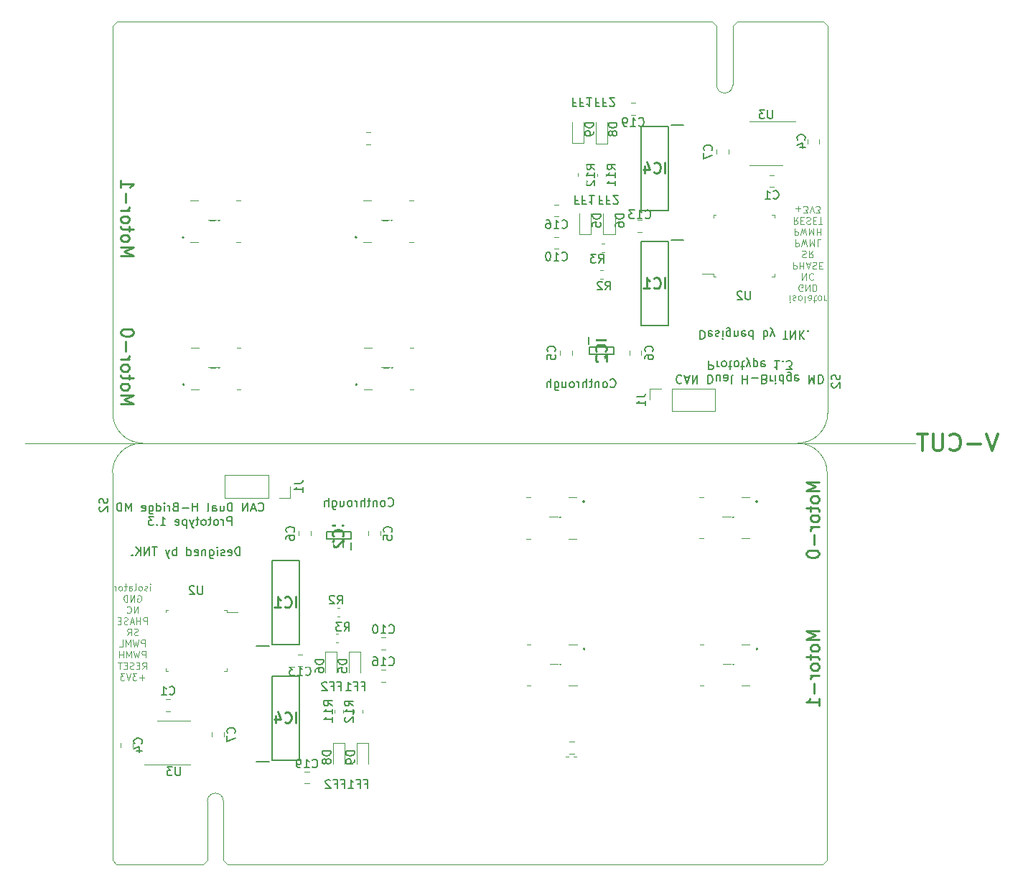
<source format=gbo>
G04 #@! TF.GenerationSoftware,KiCad,Pcbnew,(5.1.5)-3*
G04 #@! TF.CreationDate,2020-03-04T22:49:45+09:00*
G04 #@! TF.ProjectId,CAN_Dual_MDexpress,43414e5f-4475-4616-9c5f-4d4465787072,rev?*
G04 #@! TF.SameCoordinates,Original*
G04 #@! TF.FileFunction,Legend,Bot*
G04 #@! TF.FilePolarity,Positive*
%FSLAX46Y46*%
G04 Gerber Fmt 4.6, Leading zero omitted, Abs format (unit mm)*
G04 Created by KiCad (PCBNEW (5.1.5)-3) date 2020-03-04 22:49:45*
%MOMM*%
%LPD*%
G04 APERTURE LIST*
%ADD10C,0.225000*%
%ADD11C,0.150000*%
%ADD12C,0.120000*%
%ADD13C,0.100000*%
%ADD14C,0.300000*%
%ADD15C,0.200000*%
%ADD16C,0.254000*%
%ADD17R,1.602000X0.752000*%
%ADD18O,1.802000X1.802000*%
%ADD19R,1.802000X1.802000*%
%ADD20R,0.702000X0.952000*%
%ADD21R,4.382000X2.182000*%
%ADD22R,1.502000X0.597000*%
%ADD23R,0.662000X0.852000*%
%ADD24R,1.102000X0.852000*%
%ADD25R,0.802000X4.402000*%
%ADD26R,0.802000X3.302000*%
%ADD27R,1.702000X1.702000*%
%ADD28O,1.702000X1.702000*%
%ADD29O,2.902000X1.602000*%
%ADD30C,5.202000*%
G04 APERTURE END LIST*
D10*
X116321428Y-67892857D02*
X117821428Y-67892857D01*
X116750000Y-67392857D01*
X117821428Y-66892857D01*
X116321428Y-66892857D01*
X116321428Y-65964285D02*
X116392857Y-66107142D01*
X116464285Y-66178571D01*
X116607142Y-66250000D01*
X117035714Y-66250000D01*
X117178571Y-66178571D01*
X117250000Y-66107142D01*
X117321428Y-65964285D01*
X117321428Y-65750000D01*
X117250000Y-65607142D01*
X117178571Y-65535714D01*
X117035714Y-65464285D01*
X116607142Y-65464285D01*
X116464285Y-65535714D01*
X116392857Y-65607142D01*
X116321428Y-65750000D01*
X116321428Y-65964285D01*
X117321428Y-65035714D02*
X117321428Y-64464285D01*
X117821428Y-64821428D02*
X116535714Y-64821428D01*
X116392857Y-64750000D01*
X116321428Y-64607142D01*
X116321428Y-64464285D01*
X116321428Y-63750000D02*
X116392857Y-63892857D01*
X116464285Y-63964285D01*
X116607142Y-64035714D01*
X117035714Y-64035714D01*
X117178571Y-63964285D01*
X117250000Y-63892857D01*
X117321428Y-63750000D01*
X117321428Y-63535714D01*
X117250000Y-63392857D01*
X117178571Y-63321428D01*
X117035714Y-63250000D01*
X116607142Y-63250000D01*
X116464285Y-63321428D01*
X116392857Y-63392857D01*
X116321428Y-63535714D01*
X116321428Y-63750000D01*
X116321428Y-62607142D02*
X117321428Y-62607142D01*
X117035714Y-62607142D02*
X117178571Y-62535714D01*
X117250000Y-62464285D01*
X117321428Y-62321428D01*
X117321428Y-62178571D01*
X116892857Y-61678571D02*
X116892857Y-60535714D01*
X116321428Y-59035714D02*
X116321428Y-59892857D01*
X116321428Y-59464285D02*
X117821428Y-59464285D01*
X117607142Y-59607142D01*
X117464285Y-59750000D01*
X117392857Y-59892857D01*
D11*
X172638095Y-49871428D02*
X172304761Y-49871428D01*
X172304761Y-49347619D02*
X172304761Y-50347619D01*
X172780952Y-50347619D01*
X173495238Y-49871428D02*
X173161904Y-49871428D01*
X173161904Y-49347619D02*
X173161904Y-50347619D01*
X173638095Y-50347619D01*
X173971428Y-50252380D02*
X174019047Y-50300000D01*
X174114285Y-50347619D01*
X174352380Y-50347619D01*
X174447619Y-50300000D01*
X174495238Y-50252380D01*
X174542857Y-50157142D01*
X174542857Y-50061904D01*
X174495238Y-49919047D01*
X173923809Y-49347619D01*
X174542857Y-49347619D01*
X169938095Y-49871428D02*
X169604761Y-49871428D01*
X169604761Y-49347619D02*
X169604761Y-50347619D01*
X170080952Y-50347619D01*
X170795238Y-49871428D02*
X170461904Y-49871428D01*
X170461904Y-49347619D02*
X170461904Y-50347619D01*
X170938095Y-50347619D01*
X171842857Y-49347619D02*
X171271428Y-49347619D01*
X171557142Y-49347619D02*
X171557142Y-50347619D01*
X171461904Y-50204761D01*
X171366666Y-50109523D01*
X171271428Y-50061904D01*
X173060095Y-61373428D02*
X172726761Y-61373428D01*
X172726761Y-60849619D02*
X172726761Y-61849619D01*
X173202952Y-61849619D01*
X173917238Y-61373428D02*
X173583904Y-61373428D01*
X173583904Y-60849619D02*
X173583904Y-61849619D01*
X174060095Y-61849619D01*
X174393428Y-61754380D02*
X174441047Y-61802000D01*
X174536285Y-61849619D01*
X174774380Y-61849619D01*
X174869619Y-61802000D01*
X174917238Y-61754380D01*
X174964857Y-61659142D01*
X174964857Y-61563904D01*
X174917238Y-61421047D01*
X174345809Y-60849619D01*
X174964857Y-60849619D01*
D10*
X116321428Y-85392857D02*
X117821428Y-85392857D01*
X116750000Y-84892857D01*
X117821428Y-84392857D01*
X116321428Y-84392857D01*
X116321428Y-83464285D02*
X116392857Y-83607142D01*
X116464285Y-83678571D01*
X116607142Y-83750000D01*
X117035714Y-83750000D01*
X117178571Y-83678571D01*
X117250000Y-83607142D01*
X117321428Y-83464285D01*
X117321428Y-83250000D01*
X117250000Y-83107142D01*
X117178571Y-83035714D01*
X117035714Y-82964285D01*
X116607142Y-82964285D01*
X116464285Y-83035714D01*
X116392857Y-83107142D01*
X116321428Y-83250000D01*
X116321428Y-83464285D01*
X117321428Y-82535714D02*
X117321428Y-81964285D01*
X117821428Y-82321428D02*
X116535714Y-82321428D01*
X116392857Y-82250000D01*
X116321428Y-82107142D01*
X116321428Y-81964285D01*
X116321428Y-81250000D02*
X116392857Y-81392857D01*
X116464285Y-81464285D01*
X116607142Y-81535714D01*
X117035714Y-81535714D01*
X117178571Y-81464285D01*
X117250000Y-81392857D01*
X117321428Y-81250000D01*
X117321428Y-81035714D01*
X117250000Y-80892857D01*
X117178571Y-80821428D01*
X117035714Y-80750000D01*
X116607142Y-80750000D01*
X116464285Y-80821428D01*
X116392857Y-80892857D01*
X116321428Y-81035714D01*
X116321428Y-81250000D01*
X116321428Y-80107142D02*
X117321428Y-80107142D01*
X117035714Y-80107142D02*
X117178571Y-80035714D01*
X117250000Y-79964285D01*
X117321428Y-79821428D01*
X117321428Y-79678571D01*
X116892857Y-79178571D02*
X116892857Y-78035714D01*
X117821428Y-77035714D02*
X117821428Y-76892857D01*
X117750000Y-76750000D01*
X117678571Y-76678571D01*
X117535714Y-76607142D01*
X117250000Y-76535714D01*
X116892857Y-76535714D01*
X116607142Y-76607142D01*
X116464285Y-76678571D01*
X116392857Y-76750000D01*
X116321428Y-76892857D01*
X116321428Y-77035714D01*
X116392857Y-77178571D01*
X116464285Y-77250000D01*
X116607142Y-77321428D01*
X116892857Y-77392857D01*
X117250000Y-77392857D01*
X117535714Y-77321428D01*
X117678571Y-77250000D01*
X117750000Y-77178571D01*
X117821428Y-77035714D01*
D11*
X170238095Y-61373428D02*
X169904761Y-61373428D01*
X169904761Y-60849619D02*
X169904761Y-61849619D01*
X170380952Y-61849619D01*
X171095238Y-61373428D02*
X170761904Y-61373428D01*
X170761904Y-60849619D02*
X170761904Y-61849619D01*
X171238095Y-61849619D01*
X172142857Y-60849619D02*
X171571428Y-60849619D01*
X171857142Y-60849619D02*
X171857142Y-61849619D01*
X171761904Y-61706761D01*
X171666666Y-61611523D01*
X171571428Y-61563904D01*
X182452380Y-82067857D02*
X182404761Y-82020238D01*
X182261904Y-81972619D01*
X182166666Y-81972619D01*
X182023809Y-82020238D01*
X181928571Y-82115476D01*
X181880952Y-82210714D01*
X181833333Y-82401190D01*
X181833333Y-82544047D01*
X181880952Y-82734523D01*
X181928571Y-82829761D01*
X182023809Y-82925000D01*
X182166666Y-82972619D01*
X182261904Y-82972619D01*
X182404761Y-82925000D01*
X182452380Y-82877380D01*
X182833333Y-82258333D02*
X183309523Y-82258333D01*
X182738095Y-81972619D02*
X183071428Y-82972619D01*
X183404761Y-81972619D01*
X183738095Y-81972619D02*
X183738095Y-82972619D01*
X184309523Y-81972619D01*
X184309523Y-82972619D01*
X185547619Y-81972619D02*
X185547619Y-82972619D01*
X185785714Y-82972619D01*
X185928571Y-82925000D01*
X186023809Y-82829761D01*
X186071428Y-82734523D01*
X186119047Y-82544047D01*
X186119047Y-82401190D01*
X186071428Y-82210714D01*
X186023809Y-82115476D01*
X185928571Y-82020238D01*
X185785714Y-81972619D01*
X185547619Y-81972619D01*
X186976190Y-82639285D02*
X186976190Y-81972619D01*
X186547619Y-82639285D02*
X186547619Y-82115476D01*
X186595238Y-82020238D01*
X186690476Y-81972619D01*
X186833333Y-81972619D01*
X186928571Y-82020238D01*
X186976190Y-82067857D01*
X187880952Y-81972619D02*
X187880952Y-82496428D01*
X187833333Y-82591666D01*
X187738095Y-82639285D01*
X187547619Y-82639285D01*
X187452380Y-82591666D01*
X187880952Y-82020238D02*
X187785714Y-81972619D01*
X187547619Y-81972619D01*
X187452380Y-82020238D01*
X187404761Y-82115476D01*
X187404761Y-82210714D01*
X187452380Y-82305952D01*
X187547619Y-82353571D01*
X187785714Y-82353571D01*
X187880952Y-82401190D01*
X188500000Y-81972619D02*
X188404761Y-82020238D01*
X188357142Y-82115476D01*
X188357142Y-82972619D01*
X189642857Y-81972619D02*
X189642857Y-82972619D01*
X189642857Y-82496428D02*
X190214285Y-82496428D01*
X190214285Y-81972619D02*
X190214285Y-82972619D01*
X190690476Y-82353571D02*
X191452380Y-82353571D01*
X192261904Y-82496428D02*
X192404761Y-82448809D01*
X192452380Y-82401190D01*
X192500000Y-82305952D01*
X192500000Y-82163095D01*
X192452380Y-82067857D01*
X192404761Y-82020238D01*
X192309523Y-81972619D01*
X191928571Y-81972619D01*
X191928571Y-82972619D01*
X192261904Y-82972619D01*
X192357142Y-82925000D01*
X192404761Y-82877380D01*
X192452380Y-82782142D01*
X192452380Y-82686904D01*
X192404761Y-82591666D01*
X192357142Y-82544047D01*
X192261904Y-82496428D01*
X191928571Y-82496428D01*
X192928571Y-81972619D02*
X192928571Y-82639285D01*
X192928571Y-82448809D02*
X192976190Y-82544047D01*
X193023809Y-82591666D01*
X193119047Y-82639285D01*
X193214285Y-82639285D01*
X193547619Y-81972619D02*
X193547619Y-82639285D01*
X193547619Y-82972619D02*
X193500000Y-82925000D01*
X193547619Y-82877380D01*
X193595238Y-82925000D01*
X193547619Y-82972619D01*
X193547619Y-82877380D01*
X194452380Y-81972619D02*
X194452380Y-82972619D01*
X194452380Y-82020238D02*
X194357142Y-81972619D01*
X194166666Y-81972619D01*
X194071428Y-82020238D01*
X194023809Y-82067857D01*
X193976190Y-82163095D01*
X193976190Y-82448809D01*
X194023809Y-82544047D01*
X194071428Y-82591666D01*
X194166666Y-82639285D01*
X194357142Y-82639285D01*
X194452380Y-82591666D01*
X195357142Y-82639285D02*
X195357142Y-81829761D01*
X195309523Y-81734523D01*
X195261904Y-81686904D01*
X195166666Y-81639285D01*
X195023809Y-81639285D01*
X194928571Y-81686904D01*
X195357142Y-82020238D02*
X195261904Y-81972619D01*
X195071428Y-81972619D01*
X194976190Y-82020238D01*
X194928571Y-82067857D01*
X194880952Y-82163095D01*
X194880952Y-82448809D01*
X194928571Y-82544047D01*
X194976190Y-82591666D01*
X195071428Y-82639285D01*
X195261904Y-82639285D01*
X195357142Y-82591666D01*
X196214285Y-82020238D02*
X196119047Y-81972619D01*
X195928571Y-81972619D01*
X195833333Y-82020238D01*
X195785714Y-82115476D01*
X195785714Y-82496428D01*
X195833333Y-82591666D01*
X195928571Y-82639285D01*
X196119047Y-82639285D01*
X196214285Y-82591666D01*
X196261904Y-82496428D01*
X196261904Y-82401190D01*
X195785714Y-82305952D01*
X197452380Y-81972619D02*
X197452380Y-82972619D01*
X197785714Y-82258333D01*
X198119047Y-82972619D01*
X198119047Y-81972619D01*
X198595238Y-81972619D02*
X198595238Y-82972619D01*
X198833333Y-82972619D01*
X198976190Y-82925000D01*
X199071428Y-82829761D01*
X199119047Y-82734523D01*
X199166666Y-82544047D01*
X199166666Y-82401190D01*
X199119047Y-82210714D01*
X199071428Y-82115476D01*
X198976190Y-82020238D01*
X198833333Y-81972619D01*
X198595238Y-81972619D01*
X185619047Y-80322619D02*
X185619047Y-81322619D01*
X186000000Y-81322619D01*
X186095238Y-81275000D01*
X186142857Y-81227380D01*
X186190476Y-81132142D01*
X186190476Y-80989285D01*
X186142857Y-80894047D01*
X186095238Y-80846428D01*
X186000000Y-80798809D01*
X185619047Y-80798809D01*
X186619047Y-80322619D02*
X186619047Y-80989285D01*
X186619047Y-80798809D02*
X186666666Y-80894047D01*
X186714285Y-80941666D01*
X186809523Y-80989285D01*
X186904761Y-80989285D01*
X187380952Y-80322619D02*
X187285714Y-80370238D01*
X187238095Y-80417857D01*
X187190476Y-80513095D01*
X187190476Y-80798809D01*
X187238095Y-80894047D01*
X187285714Y-80941666D01*
X187380952Y-80989285D01*
X187523809Y-80989285D01*
X187619047Y-80941666D01*
X187666666Y-80894047D01*
X187714285Y-80798809D01*
X187714285Y-80513095D01*
X187666666Y-80417857D01*
X187619047Y-80370238D01*
X187523809Y-80322619D01*
X187380952Y-80322619D01*
X188000000Y-80989285D02*
X188380952Y-80989285D01*
X188142857Y-81322619D02*
X188142857Y-80465476D01*
X188190476Y-80370238D01*
X188285714Y-80322619D01*
X188380952Y-80322619D01*
X188857142Y-80322619D02*
X188761904Y-80370238D01*
X188714285Y-80417857D01*
X188666666Y-80513095D01*
X188666666Y-80798809D01*
X188714285Y-80894047D01*
X188761904Y-80941666D01*
X188857142Y-80989285D01*
X189000000Y-80989285D01*
X189095238Y-80941666D01*
X189142857Y-80894047D01*
X189190476Y-80798809D01*
X189190476Y-80513095D01*
X189142857Y-80417857D01*
X189095238Y-80370238D01*
X189000000Y-80322619D01*
X188857142Y-80322619D01*
X189476190Y-80989285D02*
X189857142Y-80989285D01*
X189619047Y-81322619D02*
X189619047Y-80465476D01*
X189666666Y-80370238D01*
X189761904Y-80322619D01*
X189857142Y-80322619D01*
X190095238Y-80989285D02*
X190333333Y-80322619D01*
X190571428Y-80989285D02*
X190333333Y-80322619D01*
X190238095Y-80084523D01*
X190190476Y-80036904D01*
X190095238Y-79989285D01*
X190952380Y-80989285D02*
X190952380Y-79989285D01*
X190952380Y-80941666D02*
X191047619Y-80989285D01*
X191238095Y-80989285D01*
X191333333Y-80941666D01*
X191380952Y-80894047D01*
X191428571Y-80798809D01*
X191428571Y-80513095D01*
X191380952Y-80417857D01*
X191333333Y-80370238D01*
X191238095Y-80322619D01*
X191047619Y-80322619D01*
X190952380Y-80370238D01*
X192238095Y-80370238D02*
X192142857Y-80322619D01*
X191952380Y-80322619D01*
X191857142Y-80370238D01*
X191809523Y-80465476D01*
X191809523Y-80846428D01*
X191857142Y-80941666D01*
X191952380Y-80989285D01*
X192142857Y-80989285D01*
X192238095Y-80941666D01*
X192285714Y-80846428D01*
X192285714Y-80751190D01*
X191809523Y-80655952D01*
X194000000Y-80322619D02*
X193428571Y-80322619D01*
X193714285Y-80322619D02*
X193714285Y-81322619D01*
X193619047Y-81179761D01*
X193523809Y-81084523D01*
X193428571Y-81036904D01*
X194428571Y-80417857D02*
X194476190Y-80370238D01*
X194428571Y-80322619D01*
X194380952Y-80370238D01*
X194428571Y-80417857D01*
X194428571Y-80322619D01*
X194809523Y-81322619D02*
X195428571Y-81322619D01*
X195095238Y-80941666D01*
X195238095Y-80941666D01*
X195333333Y-80894047D01*
X195380952Y-80846428D01*
X195428571Y-80751190D01*
X195428571Y-80513095D01*
X195380952Y-80417857D01*
X195333333Y-80370238D01*
X195238095Y-80322619D01*
X194952380Y-80322619D01*
X194857142Y-80370238D01*
X194809523Y-80417857D01*
D12*
X195204761Y-72618095D02*
X195204761Y-73151428D01*
X195204761Y-73418095D02*
X195166666Y-73380000D01*
X195204761Y-73341904D01*
X195242857Y-73380000D01*
X195204761Y-73418095D01*
X195204761Y-73341904D01*
X195547619Y-72656190D02*
X195623809Y-72618095D01*
X195776190Y-72618095D01*
X195852380Y-72656190D01*
X195890476Y-72732380D01*
X195890476Y-72770476D01*
X195852380Y-72846666D01*
X195776190Y-72884761D01*
X195661904Y-72884761D01*
X195585714Y-72922857D01*
X195547619Y-72999047D01*
X195547619Y-73037142D01*
X195585714Y-73113333D01*
X195661904Y-73151428D01*
X195776190Y-73151428D01*
X195852380Y-73113333D01*
X196347619Y-72618095D02*
X196271428Y-72656190D01*
X196233333Y-72694285D01*
X196195238Y-72770476D01*
X196195238Y-72999047D01*
X196233333Y-73075238D01*
X196271428Y-73113333D01*
X196347619Y-73151428D01*
X196461904Y-73151428D01*
X196538095Y-73113333D01*
X196576190Y-73075238D01*
X196614285Y-72999047D01*
X196614285Y-72770476D01*
X196576190Y-72694285D01*
X196538095Y-72656190D01*
X196461904Y-72618095D01*
X196347619Y-72618095D01*
X197071428Y-72618095D02*
X196995238Y-72656190D01*
X196957142Y-72732380D01*
X196957142Y-73418095D01*
X197719047Y-72618095D02*
X197719047Y-73037142D01*
X197680952Y-73113333D01*
X197604761Y-73151428D01*
X197452380Y-73151428D01*
X197376190Y-73113333D01*
X197719047Y-72656190D02*
X197642857Y-72618095D01*
X197452380Y-72618095D01*
X197376190Y-72656190D01*
X197338095Y-72732380D01*
X197338095Y-72808571D01*
X197376190Y-72884761D01*
X197452380Y-72922857D01*
X197642857Y-72922857D01*
X197719047Y-72960952D01*
X197985714Y-73151428D02*
X198290476Y-73151428D01*
X198100000Y-73418095D02*
X198100000Y-72732380D01*
X198138095Y-72656190D01*
X198214285Y-72618095D01*
X198290476Y-72618095D01*
X198671428Y-72618095D02*
X198595238Y-72656190D01*
X198557142Y-72694285D01*
X198519047Y-72770476D01*
X198519047Y-72999047D01*
X198557142Y-73075238D01*
X198595238Y-73113333D01*
X198671428Y-73151428D01*
X198785714Y-73151428D01*
X198861904Y-73113333D01*
X198900000Y-73075238D01*
X198938095Y-72999047D01*
X198938095Y-72770476D01*
X198900000Y-72694285D01*
X198861904Y-72656190D01*
X198785714Y-72618095D01*
X198671428Y-72618095D01*
X199280952Y-72618095D02*
X199280952Y-73151428D01*
X199280952Y-72999047D02*
X199319047Y-73075238D01*
X199357142Y-73113333D01*
X199433333Y-73151428D01*
X199509523Y-73151428D01*
X196690476Y-72060000D02*
X196614285Y-72098095D01*
X196500000Y-72098095D01*
X196385714Y-72060000D01*
X196309523Y-71983809D01*
X196271428Y-71907619D01*
X196233333Y-71755238D01*
X196233333Y-71640952D01*
X196271428Y-71488571D01*
X196309523Y-71412380D01*
X196385714Y-71336190D01*
X196500000Y-71298095D01*
X196576190Y-71298095D01*
X196690476Y-71336190D01*
X196728571Y-71374285D01*
X196728571Y-71640952D01*
X196576190Y-71640952D01*
X197071428Y-71298095D02*
X197071428Y-72098095D01*
X197528571Y-71298095D01*
X197528571Y-72098095D01*
X197909523Y-71298095D02*
X197909523Y-72098095D01*
X198100000Y-72098095D01*
X198214285Y-72060000D01*
X198290476Y-71983809D01*
X198328571Y-71907619D01*
X198366666Y-71755238D01*
X198366666Y-71640952D01*
X198328571Y-71488571D01*
X198290476Y-71412380D01*
X198214285Y-71336190D01*
X198100000Y-71298095D01*
X197909523Y-71298095D01*
X196671428Y-69978095D02*
X196671428Y-70778095D01*
X197128571Y-69978095D01*
X197128571Y-70778095D01*
X197966666Y-70054285D02*
X197928571Y-70016190D01*
X197814285Y-69978095D01*
X197738095Y-69978095D01*
X197623809Y-70016190D01*
X197547619Y-70092380D01*
X197509523Y-70168571D01*
X197471428Y-70320952D01*
X197471428Y-70435238D01*
X197509523Y-70587619D01*
X197547619Y-70663809D01*
X197623809Y-70740000D01*
X197738095Y-70778095D01*
X197814285Y-70778095D01*
X197928571Y-70740000D01*
X197966666Y-70701904D01*
X195585714Y-68658095D02*
X195585714Y-69458095D01*
X195890476Y-69458095D01*
X195966666Y-69420000D01*
X196004761Y-69381904D01*
X196042857Y-69305714D01*
X196042857Y-69191428D01*
X196004761Y-69115238D01*
X195966666Y-69077142D01*
X195890476Y-69039047D01*
X195585714Y-69039047D01*
X196385714Y-68658095D02*
X196385714Y-69458095D01*
X196385714Y-69077142D02*
X196842857Y-69077142D01*
X196842857Y-68658095D02*
X196842857Y-69458095D01*
X197185714Y-68886666D02*
X197566666Y-68886666D01*
X197109523Y-68658095D02*
X197376190Y-69458095D01*
X197642857Y-68658095D01*
X197871428Y-68696190D02*
X197985714Y-68658095D01*
X198176190Y-68658095D01*
X198252380Y-68696190D01*
X198290476Y-68734285D01*
X198328571Y-68810476D01*
X198328571Y-68886666D01*
X198290476Y-68962857D01*
X198252380Y-69000952D01*
X198176190Y-69039047D01*
X198023809Y-69077142D01*
X197947619Y-69115238D01*
X197909523Y-69153333D01*
X197871428Y-69229523D01*
X197871428Y-69305714D01*
X197909523Y-69381904D01*
X197947619Y-69420000D01*
X198023809Y-69458095D01*
X198214285Y-69458095D01*
X198328571Y-69420000D01*
X198671428Y-69077142D02*
X198938095Y-69077142D01*
X199052380Y-68658095D02*
X198671428Y-68658095D01*
X198671428Y-69458095D01*
X199052380Y-69458095D01*
X196671428Y-67376190D02*
X196785714Y-67338095D01*
X196976190Y-67338095D01*
X197052380Y-67376190D01*
X197090476Y-67414285D01*
X197128571Y-67490476D01*
X197128571Y-67566666D01*
X197090476Y-67642857D01*
X197052380Y-67680952D01*
X196976190Y-67719047D01*
X196823809Y-67757142D01*
X196747619Y-67795238D01*
X196709523Y-67833333D01*
X196671428Y-67909523D01*
X196671428Y-67985714D01*
X196709523Y-68061904D01*
X196747619Y-68100000D01*
X196823809Y-68138095D01*
X197014285Y-68138095D01*
X197128571Y-68100000D01*
X197928571Y-67338095D02*
X197661904Y-67719047D01*
X197471428Y-67338095D02*
X197471428Y-68138095D01*
X197776190Y-68138095D01*
X197852380Y-68100000D01*
X197890476Y-68061904D01*
X197928571Y-67985714D01*
X197928571Y-67871428D01*
X197890476Y-67795238D01*
X197852380Y-67757142D01*
X197776190Y-67719047D01*
X197471428Y-67719047D01*
X195852380Y-66018095D02*
X195852380Y-66818095D01*
X196157142Y-66818095D01*
X196233333Y-66780000D01*
X196271428Y-66741904D01*
X196309523Y-66665714D01*
X196309523Y-66551428D01*
X196271428Y-66475238D01*
X196233333Y-66437142D01*
X196157142Y-66399047D01*
X195852380Y-66399047D01*
X196576190Y-66818095D02*
X196766666Y-66018095D01*
X196919047Y-66589523D01*
X197071428Y-66018095D01*
X197261904Y-66818095D01*
X197566666Y-66018095D02*
X197566666Y-66818095D01*
X197833333Y-66246666D01*
X198100000Y-66818095D01*
X198100000Y-66018095D01*
X198861904Y-66018095D02*
X198480952Y-66018095D01*
X198480952Y-66818095D01*
X195757142Y-64698095D02*
X195757142Y-65498095D01*
X196061904Y-65498095D01*
X196138095Y-65460000D01*
X196176190Y-65421904D01*
X196214285Y-65345714D01*
X196214285Y-65231428D01*
X196176190Y-65155238D01*
X196138095Y-65117142D01*
X196061904Y-65079047D01*
X195757142Y-65079047D01*
X196480952Y-65498095D02*
X196671428Y-64698095D01*
X196823809Y-65269523D01*
X196976190Y-64698095D01*
X197166666Y-65498095D01*
X197471428Y-64698095D02*
X197471428Y-65498095D01*
X197738095Y-64926666D01*
X198004761Y-65498095D01*
X198004761Y-64698095D01*
X198385714Y-64698095D02*
X198385714Y-65498095D01*
X198385714Y-65117142D02*
X198842857Y-65117142D01*
X198842857Y-64698095D02*
X198842857Y-65498095D01*
X196138095Y-63378095D02*
X195871428Y-63759047D01*
X195680952Y-63378095D02*
X195680952Y-64178095D01*
X195985714Y-64178095D01*
X196061904Y-64140000D01*
X196100000Y-64101904D01*
X196138095Y-64025714D01*
X196138095Y-63911428D01*
X196100000Y-63835238D01*
X196061904Y-63797142D01*
X195985714Y-63759047D01*
X195680952Y-63759047D01*
X196480952Y-63797142D02*
X196747619Y-63797142D01*
X196861904Y-63378095D02*
X196480952Y-63378095D01*
X196480952Y-64178095D01*
X196861904Y-64178095D01*
X197166666Y-63416190D02*
X197280952Y-63378095D01*
X197471428Y-63378095D01*
X197547619Y-63416190D01*
X197585714Y-63454285D01*
X197623809Y-63530476D01*
X197623809Y-63606666D01*
X197585714Y-63682857D01*
X197547619Y-63720952D01*
X197471428Y-63759047D01*
X197319047Y-63797142D01*
X197242857Y-63835238D01*
X197204761Y-63873333D01*
X197166666Y-63949523D01*
X197166666Y-64025714D01*
X197204761Y-64101904D01*
X197242857Y-64140000D01*
X197319047Y-64178095D01*
X197509523Y-64178095D01*
X197623809Y-64140000D01*
X197966666Y-63797142D02*
X198233333Y-63797142D01*
X198347619Y-63378095D02*
X197966666Y-63378095D01*
X197966666Y-64178095D01*
X198347619Y-64178095D01*
X198576190Y-64178095D02*
X199033333Y-64178095D01*
X198804761Y-63378095D02*
X198804761Y-64178095D01*
X195890476Y-62362857D02*
X196500000Y-62362857D01*
X196195238Y-62058095D02*
X196195238Y-62667619D01*
X196804761Y-62858095D02*
X197300000Y-62858095D01*
X197033333Y-62553333D01*
X197147619Y-62553333D01*
X197223809Y-62515238D01*
X197261904Y-62477142D01*
X197300000Y-62400952D01*
X197300000Y-62210476D01*
X197261904Y-62134285D01*
X197223809Y-62096190D01*
X197147619Y-62058095D01*
X196919047Y-62058095D01*
X196842857Y-62096190D01*
X196804761Y-62134285D01*
X197528571Y-62858095D02*
X197795238Y-62058095D01*
X198061904Y-62858095D01*
X198252380Y-62858095D02*
X198747619Y-62858095D01*
X198480952Y-62553333D01*
X198595238Y-62553333D01*
X198671428Y-62515238D01*
X198709523Y-62477142D01*
X198747619Y-62400952D01*
X198747619Y-62210476D01*
X198709523Y-62134285D01*
X198671428Y-62096190D01*
X198595238Y-62058095D01*
X198366666Y-62058095D01*
X198290476Y-62096190D01*
X198252380Y-62134285D01*
D11*
X184642857Y-76747619D02*
X184642857Y-77747619D01*
X184880952Y-77747619D01*
X185023809Y-77700000D01*
X185119047Y-77604761D01*
X185166666Y-77509523D01*
X185214285Y-77319047D01*
X185214285Y-77176190D01*
X185166666Y-76985714D01*
X185119047Y-76890476D01*
X185023809Y-76795238D01*
X184880952Y-76747619D01*
X184642857Y-76747619D01*
X186023809Y-76795238D02*
X185928571Y-76747619D01*
X185738095Y-76747619D01*
X185642857Y-76795238D01*
X185595238Y-76890476D01*
X185595238Y-77271428D01*
X185642857Y-77366666D01*
X185738095Y-77414285D01*
X185928571Y-77414285D01*
X186023809Y-77366666D01*
X186071428Y-77271428D01*
X186071428Y-77176190D01*
X185595238Y-77080952D01*
X186452380Y-76795238D02*
X186547619Y-76747619D01*
X186738095Y-76747619D01*
X186833333Y-76795238D01*
X186880952Y-76890476D01*
X186880952Y-76938095D01*
X186833333Y-77033333D01*
X186738095Y-77080952D01*
X186595238Y-77080952D01*
X186500000Y-77128571D01*
X186452380Y-77223809D01*
X186452380Y-77271428D01*
X186500000Y-77366666D01*
X186595238Y-77414285D01*
X186738095Y-77414285D01*
X186833333Y-77366666D01*
X187309523Y-76747619D02*
X187309523Y-77414285D01*
X187309523Y-77747619D02*
X187261904Y-77700000D01*
X187309523Y-77652380D01*
X187357142Y-77700000D01*
X187309523Y-77747619D01*
X187309523Y-77652380D01*
X188214285Y-77414285D02*
X188214285Y-76604761D01*
X188166666Y-76509523D01*
X188119047Y-76461904D01*
X188023809Y-76414285D01*
X187880952Y-76414285D01*
X187785714Y-76461904D01*
X188214285Y-76795238D02*
X188119047Y-76747619D01*
X187928571Y-76747619D01*
X187833333Y-76795238D01*
X187785714Y-76842857D01*
X187738095Y-76938095D01*
X187738095Y-77223809D01*
X187785714Y-77319047D01*
X187833333Y-77366666D01*
X187928571Y-77414285D01*
X188119047Y-77414285D01*
X188214285Y-77366666D01*
X188690476Y-77414285D02*
X188690476Y-76747619D01*
X188690476Y-77319047D02*
X188738095Y-77366666D01*
X188833333Y-77414285D01*
X188976190Y-77414285D01*
X189071428Y-77366666D01*
X189119047Y-77271428D01*
X189119047Y-76747619D01*
X189976190Y-76795238D02*
X189880952Y-76747619D01*
X189690476Y-76747619D01*
X189595238Y-76795238D01*
X189547619Y-76890476D01*
X189547619Y-77271428D01*
X189595238Y-77366666D01*
X189690476Y-77414285D01*
X189880952Y-77414285D01*
X189976190Y-77366666D01*
X190023809Y-77271428D01*
X190023809Y-77176190D01*
X189547619Y-77080952D01*
X190880952Y-76747619D02*
X190880952Y-77747619D01*
X190880952Y-76795238D02*
X190785714Y-76747619D01*
X190595238Y-76747619D01*
X190500000Y-76795238D01*
X190452380Y-76842857D01*
X190404761Y-76938095D01*
X190404761Y-77223809D01*
X190452380Y-77319047D01*
X190500000Y-77366666D01*
X190595238Y-77414285D01*
X190785714Y-77414285D01*
X190880952Y-77366666D01*
X192119047Y-76747619D02*
X192119047Y-77747619D01*
X192119047Y-77366666D02*
X192214285Y-77414285D01*
X192404761Y-77414285D01*
X192500000Y-77366666D01*
X192547619Y-77319047D01*
X192595238Y-77223809D01*
X192595238Y-76938095D01*
X192547619Y-76842857D01*
X192500000Y-76795238D01*
X192404761Y-76747619D01*
X192214285Y-76747619D01*
X192119047Y-76795238D01*
X192928571Y-77414285D02*
X193166666Y-76747619D01*
X193404761Y-77414285D02*
X193166666Y-76747619D01*
X193071428Y-76509523D01*
X193023809Y-76461904D01*
X192928571Y-76414285D01*
X194404761Y-77747619D02*
X194976190Y-77747619D01*
X194690476Y-76747619D02*
X194690476Y-77747619D01*
X195309523Y-76747619D02*
X195309523Y-77747619D01*
X195880952Y-76747619D01*
X195880952Y-77747619D01*
X196357142Y-76747619D02*
X196357142Y-77747619D01*
X196928571Y-76747619D02*
X196500000Y-77319047D01*
X196928571Y-77747619D02*
X196357142Y-77176190D01*
X197357142Y-76842857D02*
X197404761Y-76795238D01*
X197357142Y-76747619D01*
X197309523Y-76795238D01*
X197357142Y-76842857D01*
X197357142Y-76747619D01*
D13*
X199680000Y-86500000D02*
X199680000Y-48750000D01*
X199680000Y-86500000D02*
G75*
G02X196180000Y-90000000I-3500000J0D01*
G01*
X118880000Y-90000000D02*
G75*
G02X115380000Y-86500000I0J3500000D01*
G01*
X115380000Y-86500000D02*
X115380000Y-48750000D01*
D12*
X105000000Y-90000000D02*
X210000000Y-90000000D01*
D14*
X219714285Y-88904761D02*
X219047619Y-90904761D01*
X218380952Y-88904761D01*
X217714285Y-90142857D02*
X216190476Y-90142857D01*
X214095238Y-90714285D02*
X214190476Y-90809523D01*
X214476190Y-90904761D01*
X214666666Y-90904761D01*
X214952380Y-90809523D01*
X215142857Y-90619047D01*
X215238095Y-90428571D01*
X215333333Y-90047619D01*
X215333333Y-89761904D01*
X215238095Y-89380952D01*
X215142857Y-89190476D01*
X214952380Y-89000000D01*
X214666666Y-88904761D01*
X214476190Y-88904761D01*
X214190476Y-89000000D01*
X214095238Y-89095238D01*
X213238095Y-88904761D02*
X213238095Y-90523809D01*
X213142857Y-90714285D01*
X213047619Y-90809523D01*
X212857142Y-90904761D01*
X212476190Y-90904761D01*
X212285714Y-90809523D01*
X212190476Y-90714285D01*
X212095238Y-90523809D01*
X212095238Y-88904761D01*
X211428571Y-88904761D02*
X210285714Y-88904761D01*
X210857142Y-90904761D02*
X210857142Y-88904761D01*
D12*
X119795238Y-107381904D02*
X119795238Y-106848571D01*
X119795238Y-106581904D02*
X119833333Y-106620000D01*
X119795238Y-106658095D01*
X119757142Y-106620000D01*
X119795238Y-106581904D01*
X119795238Y-106658095D01*
X119452380Y-107343809D02*
X119376190Y-107381904D01*
X119223809Y-107381904D01*
X119147619Y-107343809D01*
X119109523Y-107267619D01*
X119109523Y-107229523D01*
X119147619Y-107153333D01*
X119223809Y-107115238D01*
X119338095Y-107115238D01*
X119414285Y-107077142D01*
X119452380Y-107000952D01*
X119452380Y-106962857D01*
X119414285Y-106886666D01*
X119338095Y-106848571D01*
X119223809Y-106848571D01*
X119147619Y-106886666D01*
X118652380Y-107381904D02*
X118728571Y-107343809D01*
X118766666Y-107305714D01*
X118804761Y-107229523D01*
X118804761Y-107000952D01*
X118766666Y-106924761D01*
X118728571Y-106886666D01*
X118652380Y-106848571D01*
X118538095Y-106848571D01*
X118461904Y-106886666D01*
X118423809Y-106924761D01*
X118385714Y-107000952D01*
X118385714Y-107229523D01*
X118423809Y-107305714D01*
X118461904Y-107343809D01*
X118538095Y-107381904D01*
X118652380Y-107381904D01*
X117928571Y-107381904D02*
X118004761Y-107343809D01*
X118042857Y-107267619D01*
X118042857Y-106581904D01*
X117280952Y-107381904D02*
X117280952Y-106962857D01*
X117319047Y-106886666D01*
X117395238Y-106848571D01*
X117547619Y-106848571D01*
X117623809Y-106886666D01*
X117280952Y-107343809D02*
X117357142Y-107381904D01*
X117547619Y-107381904D01*
X117623809Y-107343809D01*
X117661904Y-107267619D01*
X117661904Y-107191428D01*
X117623809Y-107115238D01*
X117547619Y-107077142D01*
X117357142Y-107077142D01*
X117280952Y-107039047D01*
X117014285Y-106848571D02*
X116709523Y-106848571D01*
X116900000Y-106581904D02*
X116900000Y-107267619D01*
X116861904Y-107343809D01*
X116785714Y-107381904D01*
X116709523Y-107381904D01*
X116328571Y-107381904D02*
X116404761Y-107343809D01*
X116442857Y-107305714D01*
X116480952Y-107229523D01*
X116480952Y-107000952D01*
X116442857Y-106924761D01*
X116404761Y-106886666D01*
X116328571Y-106848571D01*
X116214285Y-106848571D01*
X116138095Y-106886666D01*
X116100000Y-106924761D01*
X116061904Y-107000952D01*
X116061904Y-107229523D01*
X116100000Y-107305714D01*
X116138095Y-107343809D01*
X116214285Y-107381904D01*
X116328571Y-107381904D01*
X115719047Y-107381904D02*
X115719047Y-106848571D01*
X115719047Y-107000952D02*
X115680952Y-106924761D01*
X115642857Y-106886666D01*
X115566666Y-106848571D01*
X115490476Y-106848571D01*
X118309523Y-107940000D02*
X118385714Y-107901904D01*
X118500000Y-107901904D01*
X118614285Y-107940000D01*
X118690476Y-108016190D01*
X118728571Y-108092380D01*
X118766666Y-108244761D01*
X118766666Y-108359047D01*
X118728571Y-108511428D01*
X118690476Y-108587619D01*
X118614285Y-108663809D01*
X118500000Y-108701904D01*
X118423809Y-108701904D01*
X118309523Y-108663809D01*
X118271428Y-108625714D01*
X118271428Y-108359047D01*
X118423809Y-108359047D01*
X117928571Y-108701904D02*
X117928571Y-107901904D01*
X117471428Y-108701904D01*
X117471428Y-107901904D01*
X117090476Y-108701904D02*
X117090476Y-107901904D01*
X116900000Y-107901904D01*
X116785714Y-107940000D01*
X116709523Y-108016190D01*
X116671428Y-108092380D01*
X116633333Y-108244761D01*
X116633333Y-108359047D01*
X116671428Y-108511428D01*
X116709523Y-108587619D01*
X116785714Y-108663809D01*
X116900000Y-108701904D01*
X117090476Y-108701904D01*
X118328571Y-110021904D02*
X118328571Y-109221904D01*
X117871428Y-110021904D01*
X117871428Y-109221904D01*
X117033333Y-109945714D02*
X117071428Y-109983809D01*
X117185714Y-110021904D01*
X117261904Y-110021904D01*
X117376190Y-109983809D01*
X117452380Y-109907619D01*
X117490476Y-109831428D01*
X117528571Y-109679047D01*
X117528571Y-109564761D01*
X117490476Y-109412380D01*
X117452380Y-109336190D01*
X117376190Y-109260000D01*
X117261904Y-109221904D01*
X117185714Y-109221904D01*
X117071428Y-109260000D01*
X117033333Y-109298095D01*
X119414285Y-111341904D02*
X119414285Y-110541904D01*
X119109523Y-110541904D01*
X119033333Y-110580000D01*
X118995238Y-110618095D01*
X118957142Y-110694285D01*
X118957142Y-110808571D01*
X118995238Y-110884761D01*
X119033333Y-110922857D01*
X119109523Y-110960952D01*
X119414285Y-110960952D01*
X118614285Y-111341904D02*
X118614285Y-110541904D01*
X118614285Y-110922857D02*
X118157142Y-110922857D01*
X118157142Y-111341904D02*
X118157142Y-110541904D01*
X117814285Y-111113333D02*
X117433333Y-111113333D01*
X117890476Y-111341904D02*
X117623809Y-110541904D01*
X117357142Y-111341904D01*
X117128571Y-111303809D02*
X117014285Y-111341904D01*
X116823809Y-111341904D01*
X116747619Y-111303809D01*
X116709523Y-111265714D01*
X116671428Y-111189523D01*
X116671428Y-111113333D01*
X116709523Y-111037142D01*
X116747619Y-110999047D01*
X116823809Y-110960952D01*
X116976190Y-110922857D01*
X117052380Y-110884761D01*
X117090476Y-110846666D01*
X117128571Y-110770476D01*
X117128571Y-110694285D01*
X117090476Y-110618095D01*
X117052380Y-110580000D01*
X116976190Y-110541904D01*
X116785714Y-110541904D01*
X116671428Y-110580000D01*
X116328571Y-110922857D02*
X116061904Y-110922857D01*
X115947619Y-111341904D02*
X116328571Y-111341904D01*
X116328571Y-110541904D01*
X115947619Y-110541904D01*
X118328571Y-112623809D02*
X118214285Y-112661904D01*
X118023809Y-112661904D01*
X117947619Y-112623809D01*
X117909523Y-112585714D01*
X117871428Y-112509523D01*
X117871428Y-112433333D01*
X117909523Y-112357142D01*
X117947619Y-112319047D01*
X118023809Y-112280952D01*
X118176190Y-112242857D01*
X118252380Y-112204761D01*
X118290476Y-112166666D01*
X118328571Y-112090476D01*
X118328571Y-112014285D01*
X118290476Y-111938095D01*
X118252380Y-111900000D01*
X118176190Y-111861904D01*
X117985714Y-111861904D01*
X117871428Y-111900000D01*
X117071428Y-112661904D02*
X117338095Y-112280952D01*
X117528571Y-112661904D02*
X117528571Y-111861904D01*
X117223809Y-111861904D01*
X117147619Y-111900000D01*
X117109523Y-111938095D01*
X117071428Y-112014285D01*
X117071428Y-112128571D01*
X117109523Y-112204761D01*
X117147619Y-112242857D01*
X117223809Y-112280952D01*
X117528571Y-112280952D01*
X119147619Y-113981904D02*
X119147619Y-113181904D01*
X118842857Y-113181904D01*
X118766666Y-113220000D01*
X118728571Y-113258095D01*
X118690476Y-113334285D01*
X118690476Y-113448571D01*
X118728571Y-113524761D01*
X118766666Y-113562857D01*
X118842857Y-113600952D01*
X119147619Y-113600952D01*
X118423809Y-113181904D02*
X118233333Y-113981904D01*
X118080952Y-113410476D01*
X117928571Y-113981904D01*
X117738095Y-113181904D01*
X117433333Y-113981904D02*
X117433333Y-113181904D01*
X117166666Y-113753333D01*
X116900000Y-113181904D01*
X116900000Y-113981904D01*
X116138095Y-113981904D02*
X116519047Y-113981904D01*
X116519047Y-113181904D01*
X119242857Y-115301904D02*
X119242857Y-114501904D01*
X118938095Y-114501904D01*
X118861904Y-114540000D01*
X118823809Y-114578095D01*
X118785714Y-114654285D01*
X118785714Y-114768571D01*
X118823809Y-114844761D01*
X118861904Y-114882857D01*
X118938095Y-114920952D01*
X119242857Y-114920952D01*
X118519047Y-114501904D02*
X118328571Y-115301904D01*
X118176190Y-114730476D01*
X118023809Y-115301904D01*
X117833333Y-114501904D01*
X117528571Y-115301904D02*
X117528571Y-114501904D01*
X117261904Y-115073333D01*
X116995238Y-114501904D01*
X116995238Y-115301904D01*
X116614285Y-115301904D02*
X116614285Y-114501904D01*
X116614285Y-114882857D02*
X116157142Y-114882857D01*
X116157142Y-115301904D02*
X116157142Y-114501904D01*
X118861904Y-116621904D02*
X119128571Y-116240952D01*
X119319047Y-116621904D02*
X119319047Y-115821904D01*
X119014285Y-115821904D01*
X118938095Y-115860000D01*
X118900000Y-115898095D01*
X118861904Y-115974285D01*
X118861904Y-116088571D01*
X118900000Y-116164761D01*
X118938095Y-116202857D01*
X119014285Y-116240952D01*
X119319047Y-116240952D01*
X118519047Y-116202857D02*
X118252380Y-116202857D01*
X118138095Y-116621904D02*
X118519047Y-116621904D01*
X118519047Y-115821904D01*
X118138095Y-115821904D01*
X117833333Y-116583809D02*
X117719047Y-116621904D01*
X117528571Y-116621904D01*
X117452380Y-116583809D01*
X117414285Y-116545714D01*
X117376190Y-116469523D01*
X117376190Y-116393333D01*
X117414285Y-116317142D01*
X117452380Y-116279047D01*
X117528571Y-116240952D01*
X117680952Y-116202857D01*
X117757142Y-116164761D01*
X117795238Y-116126666D01*
X117833333Y-116050476D01*
X117833333Y-115974285D01*
X117795238Y-115898095D01*
X117757142Y-115860000D01*
X117680952Y-115821904D01*
X117490476Y-115821904D01*
X117376190Y-115860000D01*
X117033333Y-116202857D02*
X116766666Y-116202857D01*
X116652380Y-116621904D02*
X117033333Y-116621904D01*
X117033333Y-115821904D01*
X116652380Y-115821904D01*
X116423809Y-115821904D02*
X115966666Y-115821904D01*
X116195238Y-116621904D02*
X116195238Y-115821904D01*
X119109523Y-117637142D02*
X118500000Y-117637142D01*
X118804761Y-117941904D02*
X118804761Y-117332380D01*
X118195238Y-117141904D02*
X117700000Y-117141904D01*
X117966666Y-117446666D01*
X117852380Y-117446666D01*
X117776190Y-117484761D01*
X117738095Y-117522857D01*
X117700000Y-117599047D01*
X117700000Y-117789523D01*
X117738095Y-117865714D01*
X117776190Y-117903809D01*
X117852380Y-117941904D01*
X118080952Y-117941904D01*
X118157142Y-117903809D01*
X118195238Y-117865714D01*
X117471428Y-117141904D02*
X117204761Y-117941904D01*
X116938095Y-117141904D01*
X116747619Y-117141904D02*
X116252380Y-117141904D01*
X116519047Y-117446666D01*
X116404761Y-117446666D01*
X116328571Y-117484761D01*
X116290476Y-117522857D01*
X116252380Y-117599047D01*
X116252380Y-117789523D01*
X116290476Y-117865714D01*
X116328571Y-117903809D01*
X116404761Y-117941904D01*
X116633333Y-117941904D01*
X116709523Y-117903809D01*
X116747619Y-117865714D01*
D11*
X130357142Y-103252380D02*
X130357142Y-102252380D01*
X130119047Y-102252380D01*
X129976190Y-102300000D01*
X129880952Y-102395238D01*
X129833333Y-102490476D01*
X129785714Y-102680952D01*
X129785714Y-102823809D01*
X129833333Y-103014285D01*
X129880952Y-103109523D01*
X129976190Y-103204761D01*
X130119047Y-103252380D01*
X130357142Y-103252380D01*
X128976190Y-103204761D02*
X129071428Y-103252380D01*
X129261904Y-103252380D01*
X129357142Y-103204761D01*
X129404761Y-103109523D01*
X129404761Y-102728571D01*
X129357142Y-102633333D01*
X129261904Y-102585714D01*
X129071428Y-102585714D01*
X128976190Y-102633333D01*
X128928571Y-102728571D01*
X128928571Y-102823809D01*
X129404761Y-102919047D01*
X128547619Y-103204761D02*
X128452380Y-103252380D01*
X128261904Y-103252380D01*
X128166666Y-103204761D01*
X128119047Y-103109523D01*
X128119047Y-103061904D01*
X128166666Y-102966666D01*
X128261904Y-102919047D01*
X128404761Y-102919047D01*
X128500000Y-102871428D01*
X128547619Y-102776190D01*
X128547619Y-102728571D01*
X128500000Y-102633333D01*
X128404761Y-102585714D01*
X128261904Y-102585714D01*
X128166666Y-102633333D01*
X127690476Y-103252380D02*
X127690476Y-102585714D01*
X127690476Y-102252380D02*
X127738095Y-102300000D01*
X127690476Y-102347619D01*
X127642857Y-102300000D01*
X127690476Y-102252380D01*
X127690476Y-102347619D01*
X126785714Y-102585714D02*
X126785714Y-103395238D01*
X126833333Y-103490476D01*
X126880952Y-103538095D01*
X126976190Y-103585714D01*
X127119047Y-103585714D01*
X127214285Y-103538095D01*
X126785714Y-103204761D02*
X126880952Y-103252380D01*
X127071428Y-103252380D01*
X127166666Y-103204761D01*
X127214285Y-103157142D01*
X127261904Y-103061904D01*
X127261904Y-102776190D01*
X127214285Y-102680952D01*
X127166666Y-102633333D01*
X127071428Y-102585714D01*
X126880952Y-102585714D01*
X126785714Y-102633333D01*
X126309523Y-102585714D02*
X126309523Y-103252380D01*
X126309523Y-102680952D02*
X126261904Y-102633333D01*
X126166666Y-102585714D01*
X126023809Y-102585714D01*
X125928571Y-102633333D01*
X125880952Y-102728571D01*
X125880952Y-103252380D01*
X125023809Y-103204761D02*
X125119047Y-103252380D01*
X125309523Y-103252380D01*
X125404761Y-103204761D01*
X125452380Y-103109523D01*
X125452380Y-102728571D01*
X125404761Y-102633333D01*
X125309523Y-102585714D01*
X125119047Y-102585714D01*
X125023809Y-102633333D01*
X124976190Y-102728571D01*
X124976190Y-102823809D01*
X125452380Y-102919047D01*
X124119047Y-103252380D02*
X124119047Y-102252380D01*
X124119047Y-103204761D02*
X124214285Y-103252380D01*
X124404761Y-103252380D01*
X124500000Y-103204761D01*
X124547619Y-103157142D01*
X124595238Y-103061904D01*
X124595238Y-102776190D01*
X124547619Y-102680952D01*
X124500000Y-102633333D01*
X124404761Y-102585714D01*
X124214285Y-102585714D01*
X124119047Y-102633333D01*
X122880952Y-103252380D02*
X122880952Y-102252380D01*
X122880952Y-102633333D02*
X122785714Y-102585714D01*
X122595238Y-102585714D01*
X122500000Y-102633333D01*
X122452380Y-102680952D01*
X122404761Y-102776190D01*
X122404761Y-103061904D01*
X122452380Y-103157142D01*
X122500000Y-103204761D01*
X122595238Y-103252380D01*
X122785714Y-103252380D01*
X122880952Y-103204761D01*
X122071428Y-102585714D02*
X121833333Y-103252380D01*
X121595238Y-102585714D02*
X121833333Y-103252380D01*
X121928571Y-103490476D01*
X121976190Y-103538095D01*
X122071428Y-103585714D01*
X120595238Y-102252380D02*
X120023809Y-102252380D01*
X120309523Y-103252380D02*
X120309523Y-102252380D01*
X119690476Y-103252380D02*
X119690476Y-102252380D01*
X119119047Y-103252380D01*
X119119047Y-102252380D01*
X118642857Y-103252380D02*
X118642857Y-102252380D01*
X118071428Y-103252380D02*
X118500000Y-102680952D01*
X118071428Y-102252380D02*
X118642857Y-102823809D01*
X117642857Y-103157142D02*
X117595238Y-103204761D01*
X117642857Y-103252380D01*
X117690476Y-103204761D01*
X117642857Y-103157142D01*
X117642857Y-103252380D01*
D10*
X198678571Y-112107142D02*
X197178571Y-112107142D01*
X198250000Y-112607142D01*
X197178571Y-113107142D01*
X198678571Y-113107142D01*
X198678571Y-114035714D02*
X198607142Y-113892857D01*
X198535714Y-113821428D01*
X198392857Y-113750000D01*
X197964285Y-113750000D01*
X197821428Y-113821428D01*
X197750000Y-113892857D01*
X197678571Y-114035714D01*
X197678571Y-114250000D01*
X197750000Y-114392857D01*
X197821428Y-114464285D01*
X197964285Y-114535714D01*
X198392857Y-114535714D01*
X198535714Y-114464285D01*
X198607142Y-114392857D01*
X198678571Y-114250000D01*
X198678571Y-114035714D01*
X197678571Y-114964285D02*
X197678571Y-115535714D01*
X197178571Y-115178571D02*
X198464285Y-115178571D01*
X198607142Y-115250000D01*
X198678571Y-115392857D01*
X198678571Y-115535714D01*
X198678571Y-116250000D02*
X198607142Y-116107142D01*
X198535714Y-116035714D01*
X198392857Y-115964285D01*
X197964285Y-115964285D01*
X197821428Y-116035714D01*
X197750000Y-116107142D01*
X197678571Y-116250000D01*
X197678571Y-116464285D01*
X197750000Y-116607142D01*
X197821428Y-116678571D01*
X197964285Y-116750000D01*
X198392857Y-116750000D01*
X198535714Y-116678571D01*
X198607142Y-116607142D01*
X198678571Y-116464285D01*
X198678571Y-116250000D01*
X198678571Y-117392857D02*
X197678571Y-117392857D01*
X197964285Y-117392857D02*
X197821428Y-117464285D01*
X197750000Y-117535714D01*
X197678571Y-117678571D01*
X197678571Y-117821428D01*
X198107142Y-118321428D02*
X198107142Y-119464285D01*
X198678571Y-120964285D02*
X198678571Y-120107142D01*
X198678571Y-120535714D02*
X197178571Y-120535714D01*
X197392857Y-120392857D01*
X197535714Y-120250000D01*
X197607142Y-120107142D01*
X198678571Y-94607142D02*
X197178571Y-94607142D01*
X198250000Y-95107142D01*
X197178571Y-95607142D01*
X198678571Y-95607142D01*
X198678571Y-96535714D02*
X198607142Y-96392857D01*
X198535714Y-96321428D01*
X198392857Y-96250000D01*
X197964285Y-96250000D01*
X197821428Y-96321428D01*
X197750000Y-96392857D01*
X197678571Y-96535714D01*
X197678571Y-96750000D01*
X197750000Y-96892857D01*
X197821428Y-96964285D01*
X197964285Y-97035714D01*
X198392857Y-97035714D01*
X198535714Y-96964285D01*
X198607142Y-96892857D01*
X198678571Y-96750000D01*
X198678571Y-96535714D01*
X197678571Y-97464285D02*
X197678571Y-98035714D01*
X197178571Y-97678571D02*
X198464285Y-97678571D01*
X198607142Y-97750000D01*
X198678571Y-97892857D01*
X198678571Y-98035714D01*
X198678571Y-98750000D02*
X198607142Y-98607142D01*
X198535714Y-98535714D01*
X198392857Y-98464285D01*
X197964285Y-98464285D01*
X197821428Y-98535714D01*
X197750000Y-98607142D01*
X197678571Y-98750000D01*
X197678571Y-98964285D01*
X197750000Y-99107142D01*
X197821428Y-99178571D01*
X197964285Y-99250000D01*
X198392857Y-99250000D01*
X198535714Y-99178571D01*
X198607142Y-99107142D01*
X198678571Y-98964285D01*
X198678571Y-98750000D01*
X198678571Y-99892857D02*
X197678571Y-99892857D01*
X197964285Y-99892857D02*
X197821428Y-99964285D01*
X197750000Y-100035714D01*
X197678571Y-100178571D01*
X197678571Y-100321428D01*
X198107142Y-100821428D02*
X198107142Y-101964285D01*
X197178571Y-102964285D02*
X197178571Y-103107142D01*
X197250000Y-103250000D01*
X197321428Y-103321428D01*
X197464285Y-103392857D01*
X197750000Y-103464285D01*
X198107142Y-103464285D01*
X198392857Y-103392857D01*
X198535714Y-103321428D01*
X198607142Y-103250000D01*
X198678571Y-103107142D01*
X198678571Y-102964285D01*
X198607142Y-102821428D01*
X198535714Y-102750000D01*
X198392857Y-102678571D01*
X198107142Y-102607142D01*
X197750000Y-102607142D01*
X197464285Y-102678571D01*
X197321428Y-102750000D01*
X197250000Y-102821428D01*
X197178571Y-102964285D01*
D13*
X115320000Y-93500000D02*
G75*
G02X118820000Y-90000000I3500000J0D01*
G01*
X196120000Y-90000000D02*
G75*
G02X199620000Y-93500000I0J-3500000D01*
G01*
D11*
X144761904Y-118626571D02*
X145095238Y-118626571D01*
X145095238Y-119150380D02*
X145095238Y-118150380D01*
X144619047Y-118150380D01*
X143904761Y-118626571D02*
X144238095Y-118626571D01*
X144238095Y-119150380D02*
X144238095Y-118150380D01*
X143761904Y-118150380D01*
X142857142Y-119150380D02*
X143428571Y-119150380D01*
X143142857Y-119150380D02*
X143142857Y-118150380D01*
X143238095Y-118293238D01*
X143333333Y-118388476D01*
X143428571Y-118436095D01*
X141939904Y-118626571D02*
X142273238Y-118626571D01*
X142273238Y-119150380D02*
X142273238Y-118150380D01*
X141797047Y-118150380D01*
X141082761Y-118626571D02*
X141416095Y-118626571D01*
X141416095Y-119150380D02*
X141416095Y-118150380D01*
X140939904Y-118150380D01*
X140606571Y-118245619D02*
X140558952Y-118198000D01*
X140463714Y-118150380D01*
X140225619Y-118150380D01*
X140130380Y-118198000D01*
X140082761Y-118245619D01*
X140035142Y-118340857D01*
X140035142Y-118436095D01*
X140082761Y-118578952D01*
X140654190Y-119150380D01*
X140035142Y-119150380D01*
X142361904Y-130128571D02*
X142695238Y-130128571D01*
X142695238Y-130652380D02*
X142695238Y-129652380D01*
X142219047Y-129652380D01*
X141504761Y-130128571D02*
X141838095Y-130128571D01*
X141838095Y-130652380D02*
X141838095Y-129652380D01*
X141361904Y-129652380D01*
X141028571Y-129747619D02*
X140980952Y-129700000D01*
X140885714Y-129652380D01*
X140647619Y-129652380D01*
X140552380Y-129700000D01*
X140504761Y-129747619D01*
X140457142Y-129842857D01*
X140457142Y-129938095D01*
X140504761Y-130080952D01*
X141076190Y-130652380D01*
X140457142Y-130652380D01*
X145061904Y-130128571D02*
X145395238Y-130128571D01*
X145395238Y-130652380D02*
X145395238Y-129652380D01*
X144919047Y-129652380D01*
X144204761Y-130128571D02*
X144538095Y-130128571D01*
X144538095Y-130652380D02*
X144538095Y-129652380D01*
X144061904Y-129652380D01*
X143157142Y-130652380D02*
X143728571Y-130652380D01*
X143442857Y-130652380D02*
X143442857Y-129652380D01*
X143538095Y-129795238D01*
X143633333Y-129890476D01*
X143728571Y-129938095D01*
X132547619Y-97932142D02*
X132595238Y-97979761D01*
X132738095Y-98027380D01*
X132833333Y-98027380D01*
X132976190Y-97979761D01*
X133071428Y-97884523D01*
X133119047Y-97789285D01*
X133166666Y-97598809D01*
X133166666Y-97455952D01*
X133119047Y-97265476D01*
X133071428Y-97170238D01*
X132976190Y-97075000D01*
X132833333Y-97027380D01*
X132738095Y-97027380D01*
X132595238Y-97075000D01*
X132547619Y-97122619D01*
X132166666Y-97741666D02*
X131690476Y-97741666D01*
X132261904Y-98027380D02*
X131928571Y-97027380D01*
X131595238Y-98027380D01*
X131261904Y-98027380D02*
X131261904Y-97027380D01*
X130690476Y-98027380D01*
X130690476Y-97027380D01*
X129452380Y-98027380D02*
X129452380Y-97027380D01*
X129214285Y-97027380D01*
X129071428Y-97075000D01*
X128976190Y-97170238D01*
X128928571Y-97265476D01*
X128880952Y-97455952D01*
X128880952Y-97598809D01*
X128928571Y-97789285D01*
X128976190Y-97884523D01*
X129071428Y-97979761D01*
X129214285Y-98027380D01*
X129452380Y-98027380D01*
X128023809Y-97360714D02*
X128023809Y-98027380D01*
X128452380Y-97360714D02*
X128452380Y-97884523D01*
X128404761Y-97979761D01*
X128309523Y-98027380D01*
X128166666Y-98027380D01*
X128071428Y-97979761D01*
X128023809Y-97932142D01*
X127119047Y-98027380D02*
X127119047Y-97503571D01*
X127166666Y-97408333D01*
X127261904Y-97360714D01*
X127452380Y-97360714D01*
X127547619Y-97408333D01*
X127119047Y-97979761D02*
X127214285Y-98027380D01*
X127452380Y-98027380D01*
X127547619Y-97979761D01*
X127595238Y-97884523D01*
X127595238Y-97789285D01*
X127547619Y-97694047D01*
X127452380Y-97646428D01*
X127214285Y-97646428D01*
X127119047Y-97598809D01*
X126500000Y-98027380D02*
X126595238Y-97979761D01*
X126642857Y-97884523D01*
X126642857Y-97027380D01*
X125357142Y-98027380D02*
X125357142Y-97027380D01*
X125357142Y-97503571D02*
X124785714Y-97503571D01*
X124785714Y-98027380D02*
X124785714Y-97027380D01*
X124309523Y-97646428D02*
X123547619Y-97646428D01*
X122738095Y-97503571D02*
X122595238Y-97551190D01*
X122547619Y-97598809D01*
X122500000Y-97694047D01*
X122500000Y-97836904D01*
X122547619Y-97932142D01*
X122595238Y-97979761D01*
X122690476Y-98027380D01*
X123071428Y-98027380D01*
X123071428Y-97027380D01*
X122738095Y-97027380D01*
X122642857Y-97075000D01*
X122595238Y-97122619D01*
X122547619Y-97217857D01*
X122547619Y-97313095D01*
X122595238Y-97408333D01*
X122642857Y-97455952D01*
X122738095Y-97503571D01*
X123071428Y-97503571D01*
X122071428Y-98027380D02*
X122071428Y-97360714D01*
X122071428Y-97551190D02*
X122023809Y-97455952D01*
X121976190Y-97408333D01*
X121880952Y-97360714D01*
X121785714Y-97360714D01*
X121452380Y-98027380D02*
X121452380Y-97360714D01*
X121452380Y-97027380D02*
X121500000Y-97075000D01*
X121452380Y-97122619D01*
X121404761Y-97075000D01*
X121452380Y-97027380D01*
X121452380Y-97122619D01*
X120547619Y-98027380D02*
X120547619Y-97027380D01*
X120547619Y-97979761D02*
X120642857Y-98027380D01*
X120833333Y-98027380D01*
X120928571Y-97979761D01*
X120976190Y-97932142D01*
X121023809Y-97836904D01*
X121023809Y-97551190D01*
X120976190Y-97455952D01*
X120928571Y-97408333D01*
X120833333Y-97360714D01*
X120642857Y-97360714D01*
X120547619Y-97408333D01*
X119642857Y-97360714D02*
X119642857Y-98170238D01*
X119690476Y-98265476D01*
X119738095Y-98313095D01*
X119833333Y-98360714D01*
X119976190Y-98360714D01*
X120071428Y-98313095D01*
X119642857Y-97979761D02*
X119738095Y-98027380D01*
X119928571Y-98027380D01*
X120023809Y-97979761D01*
X120071428Y-97932142D01*
X120119047Y-97836904D01*
X120119047Y-97551190D01*
X120071428Y-97455952D01*
X120023809Y-97408333D01*
X119928571Y-97360714D01*
X119738095Y-97360714D01*
X119642857Y-97408333D01*
X118785714Y-97979761D02*
X118880952Y-98027380D01*
X119071428Y-98027380D01*
X119166666Y-97979761D01*
X119214285Y-97884523D01*
X119214285Y-97503571D01*
X119166666Y-97408333D01*
X119071428Y-97360714D01*
X118880952Y-97360714D01*
X118785714Y-97408333D01*
X118738095Y-97503571D01*
X118738095Y-97598809D01*
X119214285Y-97694047D01*
X117547619Y-98027380D02*
X117547619Y-97027380D01*
X117214285Y-97741666D01*
X116880952Y-97027380D01*
X116880952Y-98027380D01*
X116404761Y-98027380D02*
X116404761Y-97027380D01*
X116166666Y-97027380D01*
X116023809Y-97075000D01*
X115928571Y-97170238D01*
X115880952Y-97265476D01*
X115833333Y-97455952D01*
X115833333Y-97598809D01*
X115880952Y-97789285D01*
X115928571Y-97884523D01*
X116023809Y-97979761D01*
X116166666Y-98027380D01*
X116404761Y-98027380D01*
X129380952Y-99677380D02*
X129380952Y-98677380D01*
X129000000Y-98677380D01*
X128904761Y-98725000D01*
X128857142Y-98772619D01*
X128809523Y-98867857D01*
X128809523Y-99010714D01*
X128857142Y-99105952D01*
X128904761Y-99153571D01*
X129000000Y-99201190D01*
X129380952Y-99201190D01*
X128380952Y-99677380D02*
X128380952Y-99010714D01*
X128380952Y-99201190D02*
X128333333Y-99105952D01*
X128285714Y-99058333D01*
X128190476Y-99010714D01*
X128095238Y-99010714D01*
X127619047Y-99677380D02*
X127714285Y-99629761D01*
X127761904Y-99582142D01*
X127809523Y-99486904D01*
X127809523Y-99201190D01*
X127761904Y-99105952D01*
X127714285Y-99058333D01*
X127619047Y-99010714D01*
X127476190Y-99010714D01*
X127380952Y-99058333D01*
X127333333Y-99105952D01*
X127285714Y-99201190D01*
X127285714Y-99486904D01*
X127333333Y-99582142D01*
X127380952Y-99629761D01*
X127476190Y-99677380D01*
X127619047Y-99677380D01*
X127000000Y-99010714D02*
X126619047Y-99010714D01*
X126857142Y-98677380D02*
X126857142Y-99534523D01*
X126809523Y-99629761D01*
X126714285Y-99677380D01*
X126619047Y-99677380D01*
X126142857Y-99677380D02*
X126238095Y-99629761D01*
X126285714Y-99582142D01*
X126333333Y-99486904D01*
X126333333Y-99201190D01*
X126285714Y-99105952D01*
X126238095Y-99058333D01*
X126142857Y-99010714D01*
X126000000Y-99010714D01*
X125904761Y-99058333D01*
X125857142Y-99105952D01*
X125809523Y-99201190D01*
X125809523Y-99486904D01*
X125857142Y-99582142D01*
X125904761Y-99629761D01*
X126000000Y-99677380D01*
X126142857Y-99677380D01*
X125523809Y-99010714D02*
X125142857Y-99010714D01*
X125380952Y-98677380D02*
X125380952Y-99534523D01*
X125333333Y-99629761D01*
X125238095Y-99677380D01*
X125142857Y-99677380D01*
X124904761Y-99010714D02*
X124666666Y-99677380D01*
X124428571Y-99010714D02*
X124666666Y-99677380D01*
X124761904Y-99915476D01*
X124809523Y-99963095D01*
X124904761Y-100010714D01*
X124047619Y-99010714D02*
X124047619Y-100010714D01*
X124047619Y-99058333D02*
X123952380Y-99010714D01*
X123761904Y-99010714D01*
X123666666Y-99058333D01*
X123619047Y-99105952D01*
X123571428Y-99201190D01*
X123571428Y-99486904D01*
X123619047Y-99582142D01*
X123666666Y-99629761D01*
X123761904Y-99677380D01*
X123952380Y-99677380D01*
X124047619Y-99629761D01*
X122761904Y-99629761D02*
X122857142Y-99677380D01*
X123047619Y-99677380D01*
X123142857Y-99629761D01*
X123190476Y-99534523D01*
X123190476Y-99153571D01*
X123142857Y-99058333D01*
X123047619Y-99010714D01*
X122857142Y-99010714D01*
X122761904Y-99058333D01*
X122714285Y-99153571D01*
X122714285Y-99248809D01*
X123190476Y-99344047D01*
X121000000Y-99677380D02*
X121571428Y-99677380D01*
X121285714Y-99677380D02*
X121285714Y-98677380D01*
X121380952Y-98820238D01*
X121476190Y-98915476D01*
X121571428Y-98963095D01*
X120571428Y-99582142D02*
X120523809Y-99629761D01*
X120571428Y-99677380D01*
X120619047Y-99629761D01*
X120571428Y-99582142D01*
X120571428Y-99677380D01*
X120190476Y-98677380D02*
X119571428Y-98677380D01*
X119904761Y-99058333D01*
X119761904Y-99058333D01*
X119666666Y-99105952D01*
X119619047Y-99153571D01*
X119571428Y-99248809D01*
X119571428Y-99486904D01*
X119619047Y-99582142D01*
X119666666Y-99629761D01*
X119761904Y-99677380D01*
X120047619Y-99677380D01*
X120142857Y-99629761D01*
X120190476Y-99582142D01*
D13*
X115320000Y-93500000D02*
X115320000Y-131250000D01*
X199620000Y-93500000D02*
X199620000Y-131250000D01*
D15*
X180861000Y-66249000D02*
X177661000Y-66249000D01*
X177661000Y-66249000D02*
X177661000Y-76149000D01*
X177661000Y-76149000D02*
X180861000Y-76149000D01*
X180861000Y-76149000D02*
X180861000Y-66249000D01*
X182711000Y-66079000D02*
X181211000Y-66079000D01*
D12*
X173685000Y-52200000D02*
X173685000Y-54685000D01*
X173685000Y-54685000D02*
X172315000Y-54685000D01*
X172315000Y-54685000D02*
X172315000Y-52200000D01*
X172490000Y-58575279D02*
X172490000Y-58249721D01*
X173510000Y-58575279D02*
X173510000Y-58249721D01*
X173175279Y-69590000D02*
X172849721Y-69590000D01*
X173175279Y-70610000D02*
X172849721Y-70610000D01*
X171785000Y-62950000D02*
X171785000Y-65435000D01*
X171785000Y-65435000D02*
X170415000Y-65435000D01*
X170415000Y-65435000D02*
X170415000Y-62950000D01*
X186430000Y-83570000D02*
X186430000Y-86230000D01*
X181290000Y-83570000D02*
X186430000Y-83570000D01*
X181290000Y-86230000D02*
X186430000Y-86230000D01*
X181290000Y-83570000D02*
X181290000Y-86230000D01*
X180020000Y-83570000D02*
X178690000Y-83570000D01*
X178690000Y-83570000D02*
X178690000Y-84900000D01*
X170190000Y-58562779D02*
X170190000Y-58237221D01*
X171210000Y-58562779D02*
X171210000Y-58237221D01*
D15*
X171550000Y-78675000D02*
X171550000Y-79525000D01*
X171550000Y-79525000D02*
X174450000Y-79525000D01*
X174450000Y-79525000D02*
X174450000Y-78675000D01*
X174450000Y-78675000D02*
X171550000Y-78675000D01*
X171490000Y-77475000D02*
X171490000Y-78325000D01*
D12*
X170885000Y-52187500D02*
X170885000Y-54672500D01*
X170885000Y-54672500D02*
X169515000Y-54672500D01*
X169515000Y-54672500D02*
X169515000Y-52187500D01*
X174585000Y-62950000D02*
X174585000Y-65435000D01*
X174585000Y-65435000D02*
X173215000Y-65435000D01*
X173215000Y-65435000D02*
X173215000Y-62950000D01*
X173350279Y-66490000D02*
X173024721Y-66490000D01*
X173350279Y-67510000D02*
X173024721Y-67510000D01*
X177710000Y-79621078D02*
X177710000Y-79103922D01*
X176290000Y-79621078D02*
X176290000Y-79103922D01*
D15*
X123655000Y-65850000D02*
G75*
G02X123655000Y-65650000I0J100000D01*
G01*
X123655000Y-65650000D02*
G75*
G02X123655000Y-65850000I0J-100000D01*
G01*
X123655000Y-65650000D02*
X123655000Y-65650000D01*
X123655000Y-65850000D02*
X123655000Y-65850000D01*
D13*
X124505000Y-61400000D02*
X125455000Y-61400000D01*
X125455000Y-66300000D02*
X124505000Y-66300000D01*
X130405000Y-61400000D02*
X129955000Y-61400000D01*
X130405000Y-66300000D02*
X129955000Y-66300000D01*
X188480000Y-47800000D02*
G75*
G02X186580000Y-47800000I-950000J0D01*
G01*
X115380000Y-40850000D02*
X115880000Y-40350000D01*
X186580000Y-40850000D02*
X186080000Y-40350000D01*
X188480000Y-40850000D02*
X188980000Y-40350000D01*
X199680000Y-40850000D02*
X199180000Y-40350000D01*
X186080000Y-40350000D02*
X115880000Y-40350000D01*
X115380000Y-48750000D02*
X115380000Y-40850000D01*
X199180000Y-40350000D02*
X188980000Y-40350000D01*
X199680000Y-48750000D02*
X199680000Y-40850000D01*
X186580000Y-47800000D02*
X186580000Y-40850000D01*
X188480000Y-47800000D02*
X188480000Y-40850000D01*
D12*
X168090000Y-79103922D02*
X168090000Y-79621078D01*
X169510000Y-79103922D02*
X169510000Y-79621078D01*
D13*
X150852000Y-83650000D02*
X150402000Y-83650000D01*
X150852000Y-78750000D02*
X150402000Y-78750000D01*
X145902000Y-83650000D02*
X144952000Y-83650000D01*
X144952000Y-78750000D02*
X145902000Y-78750000D01*
D15*
X144102000Y-83200000D02*
X144102000Y-83200000D01*
X144102000Y-83000000D02*
X144102000Y-83000000D01*
X144102000Y-83000000D02*
G75*
G02X144102000Y-83200000I0J-100000D01*
G01*
X144102000Y-83200000D02*
G75*
G02X144102000Y-83000000I0J100000D01*
G01*
D13*
X150802000Y-66300000D02*
X150352000Y-66300000D01*
X150802000Y-61400000D02*
X150352000Y-61400000D01*
X145852000Y-66300000D02*
X144902000Y-66300000D01*
X144902000Y-61400000D02*
X145852000Y-61400000D01*
D15*
X144052000Y-65850000D02*
X144052000Y-65850000D01*
X144052000Y-65650000D02*
X144052000Y-65650000D01*
X144052000Y-65650000D02*
G75*
G02X144052000Y-65850000I0J-100000D01*
G01*
X144052000Y-65850000D02*
G75*
G02X144052000Y-65650000I0J100000D01*
G01*
D12*
X186192000Y-70064000D02*
X184877000Y-70064000D01*
X186192000Y-70364000D02*
X186192000Y-70064000D01*
X186492000Y-70364000D02*
X186192000Y-70364000D01*
X193412000Y-70364000D02*
X193412000Y-70064000D01*
X193112000Y-70364000D02*
X193412000Y-70364000D01*
X186192000Y-63144000D02*
X186192000Y-63444000D01*
X186492000Y-63144000D02*
X186192000Y-63144000D01*
X193412000Y-63144000D02*
X193412000Y-63444000D01*
X193112000Y-63144000D02*
X193412000Y-63144000D01*
D15*
X180861000Y-52660000D02*
X177661000Y-52660000D01*
X177661000Y-52660000D02*
X177661000Y-62560000D01*
X177661000Y-62560000D02*
X180861000Y-62560000D01*
X180861000Y-62560000D02*
X180861000Y-52660000D01*
X182711000Y-52490000D02*
X181211000Y-52490000D01*
D12*
X192425000Y-57260000D02*
X190475000Y-57260000D01*
X192425000Y-57260000D02*
X194375000Y-57260000D01*
X192425000Y-52140000D02*
X190475000Y-52140000D01*
X192425000Y-52140000D02*
X195875000Y-52140000D01*
X198710000Y-54178922D02*
X198710000Y-54696078D01*
X197290000Y-54178922D02*
X197290000Y-54696078D01*
X145758578Y-53390000D02*
X145241422Y-53390000D01*
X145758578Y-54810000D02*
X145241422Y-54810000D01*
X167441422Y-61890000D02*
X167958578Y-61890000D01*
X167441422Y-63310000D02*
X167958578Y-63310000D01*
X176996078Y-51310000D02*
X176478922Y-51310000D01*
X176996078Y-49890000D02*
X176478922Y-49890000D01*
X186552000Y-55403922D02*
X186552000Y-55921078D01*
X187972000Y-55403922D02*
X187972000Y-55921078D01*
X177796078Y-65110000D02*
X177278922Y-65110000D01*
X177796078Y-63690000D02*
X177278922Y-63690000D01*
X167441422Y-65690000D02*
X167958578Y-65690000D01*
X167441422Y-67110000D02*
X167958578Y-67110000D01*
X192845422Y-58424000D02*
X193362578Y-58424000D01*
X192845422Y-59844000D02*
X193362578Y-59844000D01*
D13*
X130452000Y-83660000D02*
X130002000Y-83660000D01*
X130452000Y-78760000D02*
X130002000Y-78760000D01*
X125502000Y-83660000D02*
X124552000Y-83660000D01*
X124552000Y-78760000D02*
X125502000Y-78760000D01*
D15*
X123702000Y-83210000D02*
X123702000Y-83210000D01*
X123702000Y-83010000D02*
X123702000Y-83010000D01*
X123702000Y-83010000D02*
G75*
G02X123702000Y-83210000I0J-100000D01*
G01*
X123702000Y-83210000D02*
G75*
G02X123702000Y-83010000I0J100000D01*
G01*
X191298000Y-96790000D02*
G75*
G02X191298000Y-96990000I0J-100000D01*
G01*
X191298000Y-96990000D02*
G75*
G02X191298000Y-96790000I0J100000D01*
G01*
X191298000Y-96990000D02*
X191298000Y-96990000D01*
X191298000Y-96790000D02*
X191298000Y-96790000D01*
D13*
X190448000Y-101240000D02*
X189498000Y-101240000D01*
X189498000Y-96340000D02*
X190448000Y-96340000D01*
X184548000Y-101240000D02*
X184998000Y-101240000D01*
X184548000Y-96340000D02*
X184998000Y-96340000D01*
D15*
X170898000Y-96800000D02*
G75*
G02X170898000Y-97000000I0J-100000D01*
G01*
X170898000Y-97000000D02*
G75*
G02X170898000Y-96800000I0J100000D01*
G01*
X170898000Y-97000000D02*
X170898000Y-97000000D01*
X170898000Y-96800000D02*
X170898000Y-96800000D01*
D13*
X170048000Y-101250000D02*
X169098000Y-101250000D01*
X169098000Y-96350000D02*
X170048000Y-96350000D01*
X164148000Y-101250000D02*
X164598000Y-101250000D01*
X164148000Y-96350000D02*
X164598000Y-96350000D01*
X184595000Y-113700000D02*
X185045000Y-113700000D01*
X184595000Y-118600000D02*
X185045000Y-118600000D01*
X189545000Y-113700000D02*
X190495000Y-113700000D01*
X190495000Y-118600000D02*
X189545000Y-118600000D01*
D15*
X191345000Y-114150000D02*
X191345000Y-114150000D01*
X191345000Y-114350000D02*
X191345000Y-114350000D01*
X191345000Y-114350000D02*
G75*
G02X191345000Y-114150000I0J100000D01*
G01*
X191345000Y-114150000D02*
G75*
G02X191345000Y-114350000I0J-100000D01*
G01*
X170948000Y-114150000D02*
G75*
G02X170948000Y-114350000I0J-100000D01*
G01*
X170948000Y-114350000D02*
G75*
G02X170948000Y-114150000I0J100000D01*
G01*
X170948000Y-114350000D02*
X170948000Y-114350000D01*
X170948000Y-114150000D02*
X170948000Y-114150000D01*
D13*
X170098000Y-118600000D02*
X169148000Y-118600000D01*
X169148000Y-113700000D02*
X170098000Y-113700000D01*
X164198000Y-118600000D02*
X164648000Y-118600000D01*
X164198000Y-113700000D02*
X164648000Y-113700000D01*
D15*
X132289000Y-113921000D02*
X133789000Y-113921000D01*
X134139000Y-103851000D02*
X134139000Y-113751000D01*
X137339000Y-103851000D02*
X134139000Y-103851000D01*
X137339000Y-113751000D02*
X137339000Y-103851000D01*
X134139000Y-113751000D02*
X137339000Y-113751000D01*
X132289000Y-127510000D02*
X133789000Y-127510000D01*
X134139000Y-117440000D02*
X134139000Y-127340000D01*
X137339000Y-117440000D02*
X134139000Y-117440000D01*
X137339000Y-127340000D02*
X137339000Y-117440000D01*
X134139000Y-127340000D02*
X137339000Y-127340000D01*
X143510000Y-102525000D02*
X143510000Y-101675000D01*
X140550000Y-101325000D02*
X143450000Y-101325000D01*
X140550000Y-100475000D02*
X140550000Y-101325000D01*
X143450000Y-100475000D02*
X140550000Y-100475000D01*
X143450000Y-101325000D02*
X143450000Y-100475000D01*
D13*
X126520000Y-132200000D02*
X126520000Y-139150000D01*
X128420000Y-132200000D02*
X128420000Y-139150000D01*
X115320000Y-131250000D02*
X115320000Y-139150000D01*
X115820000Y-139650000D02*
X126020000Y-139650000D01*
X199620000Y-131250000D02*
X199620000Y-139150000D01*
X128920000Y-139650000D02*
X199120000Y-139650000D01*
X115320000Y-139150000D02*
X115820000Y-139650000D01*
X126520000Y-139150000D02*
X126020000Y-139650000D01*
X128420000Y-139150000D02*
X128920000Y-139650000D01*
X199620000Y-139150000D02*
X199120000Y-139650000D01*
X126520000Y-132200000D02*
G75*
G02X128420000Y-132200000I950000J0D01*
G01*
D12*
X136310000Y-96430000D02*
X136310000Y-95100000D01*
X134980000Y-96430000D02*
X136310000Y-96430000D01*
X133710000Y-96430000D02*
X133710000Y-93770000D01*
X133710000Y-93770000D02*
X128570000Y-93770000D01*
X133710000Y-96430000D02*
X128570000Y-96430000D01*
X128570000Y-96430000D02*
X128570000Y-93770000D01*
X169241422Y-125190000D02*
X169758578Y-125190000D01*
X169241422Y-126610000D02*
X169758578Y-126610000D01*
X141785000Y-114565000D02*
X141785000Y-117050000D01*
X140415000Y-114565000D02*
X141785000Y-114565000D01*
X140415000Y-117050000D02*
X140415000Y-114565000D01*
X144585000Y-114565000D02*
X144585000Y-117050000D01*
X143215000Y-114565000D02*
X144585000Y-114565000D01*
X143215000Y-117050000D02*
X143215000Y-114565000D01*
X145485000Y-125327500D02*
X145485000Y-127812500D01*
X144115000Y-125327500D02*
X145485000Y-125327500D01*
X144115000Y-127812500D02*
X144115000Y-125327500D01*
X142685000Y-125315000D02*
X142685000Y-127800000D01*
X141315000Y-125315000D02*
X142685000Y-125315000D01*
X141315000Y-127800000D02*
X141315000Y-125315000D01*
X138710000Y-100378922D02*
X138710000Y-100896078D01*
X137290000Y-100378922D02*
X137290000Y-100896078D01*
X145490000Y-100896078D02*
X145490000Y-100378922D01*
X146910000Y-100896078D02*
X146910000Y-100378922D01*
X141649721Y-112490000D02*
X141975279Y-112490000D01*
X141649721Y-113510000D02*
X141975279Y-113510000D01*
X141824721Y-109390000D02*
X142150279Y-109390000D01*
X141824721Y-110410000D02*
X142150279Y-110410000D01*
X143790000Y-121437221D02*
X143790000Y-121762779D01*
X144810000Y-121437221D02*
X144810000Y-121762779D01*
X141490000Y-121424721D02*
X141490000Y-121750279D01*
X142510000Y-121424721D02*
X142510000Y-121750279D01*
X117710000Y-125821078D02*
X117710000Y-125303922D01*
X116290000Y-125821078D02*
X116290000Y-125303922D01*
X122575000Y-127860000D02*
X119125000Y-127860000D01*
X122575000Y-127860000D02*
X124525000Y-127860000D01*
X122575000Y-122740000D02*
X120625000Y-122740000D01*
X122575000Y-122740000D02*
X124525000Y-122740000D01*
X121888000Y-116856000D02*
X121588000Y-116856000D01*
X121588000Y-116856000D02*
X121588000Y-116556000D01*
X128508000Y-116856000D02*
X128808000Y-116856000D01*
X128808000Y-116856000D02*
X128808000Y-116556000D01*
X121888000Y-109636000D02*
X121588000Y-109636000D01*
X121588000Y-109636000D02*
X121588000Y-109936000D01*
X128508000Y-109636000D02*
X128808000Y-109636000D01*
X128808000Y-109636000D02*
X128808000Y-109936000D01*
X128808000Y-109936000D02*
X130123000Y-109936000D01*
X137203922Y-116310000D02*
X137721078Y-116310000D01*
X137203922Y-114890000D02*
X137721078Y-114890000D01*
X138003922Y-130110000D02*
X138521078Y-130110000D01*
X138003922Y-128690000D02*
X138521078Y-128690000D01*
X147558578Y-112890000D02*
X147041422Y-112890000D01*
X147558578Y-114310000D02*
X147041422Y-114310000D01*
X147558578Y-116690000D02*
X147041422Y-116690000D01*
X147558578Y-118110000D02*
X147041422Y-118110000D01*
X127028000Y-124596078D02*
X127028000Y-124078922D01*
X128448000Y-124596078D02*
X128448000Y-124078922D01*
X122154578Y-120156000D02*
X121637422Y-120156000D01*
X122154578Y-121576000D02*
X121637422Y-121576000D01*
D16*
X180500761Y-71773523D02*
X180500761Y-70503523D01*
X179170285Y-71652571D02*
X179230761Y-71713047D01*
X179412190Y-71773523D01*
X179533142Y-71773523D01*
X179714571Y-71713047D01*
X179835523Y-71592095D01*
X179896000Y-71471142D01*
X179956476Y-71229238D01*
X179956476Y-71047809D01*
X179896000Y-70805904D01*
X179835523Y-70684952D01*
X179714571Y-70564000D01*
X179533142Y-70503523D01*
X179412190Y-70503523D01*
X179230761Y-70564000D01*
X179170285Y-70624476D01*
X177960761Y-71773523D02*
X178686476Y-71773523D01*
X178323619Y-71773523D02*
X178323619Y-70503523D01*
X178444571Y-70684952D01*
X178565523Y-70805904D01*
X178686476Y-70866380D01*
D11*
X174832380Y-52261904D02*
X173832380Y-52261904D01*
X173832380Y-52500000D01*
X173880000Y-52642857D01*
X173975238Y-52738095D01*
X174070476Y-52785714D01*
X174260952Y-52833333D01*
X174403809Y-52833333D01*
X174594285Y-52785714D01*
X174689523Y-52738095D01*
X174784761Y-52642857D01*
X174832380Y-52500000D01*
X174832380Y-52261904D01*
X174260952Y-53404761D02*
X174213333Y-53309523D01*
X174165714Y-53261904D01*
X174070476Y-53214285D01*
X174022857Y-53214285D01*
X173927619Y-53261904D01*
X173880000Y-53309523D01*
X173832380Y-53404761D01*
X173832380Y-53595238D01*
X173880000Y-53690476D01*
X173927619Y-53738095D01*
X174022857Y-53785714D01*
X174070476Y-53785714D01*
X174165714Y-53738095D01*
X174213333Y-53690476D01*
X174260952Y-53595238D01*
X174260952Y-53404761D01*
X174308571Y-53309523D01*
X174356190Y-53261904D01*
X174451428Y-53214285D01*
X174641904Y-53214285D01*
X174737142Y-53261904D01*
X174784761Y-53309523D01*
X174832380Y-53404761D01*
X174832380Y-53595238D01*
X174784761Y-53690476D01*
X174737142Y-53738095D01*
X174641904Y-53785714D01*
X174451428Y-53785714D01*
X174356190Y-53738095D01*
X174308571Y-53690476D01*
X174260952Y-53595238D01*
X174652380Y-57769642D02*
X174176190Y-57436309D01*
X174652380Y-57198214D02*
X173652380Y-57198214D01*
X173652380Y-57579166D01*
X173700000Y-57674404D01*
X173747619Y-57722023D01*
X173842857Y-57769642D01*
X173985714Y-57769642D01*
X174080952Y-57722023D01*
X174128571Y-57674404D01*
X174176190Y-57579166D01*
X174176190Y-57198214D01*
X174652380Y-58722023D02*
X174652380Y-58150595D01*
X174652380Y-58436309D02*
X173652380Y-58436309D01*
X173795238Y-58341071D01*
X173890476Y-58245833D01*
X173938095Y-58150595D01*
X174652380Y-59674404D02*
X174652380Y-59102976D01*
X174652380Y-59388690D02*
X173652380Y-59388690D01*
X173795238Y-59293452D01*
X173890476Y-59198214D01*
X173938095Y-59102976D01*
X173466666Y-71952380D02*
X173800000Y-71476190D01*
X174038095Y-71952380D02*
X174038095Y-70952380D01*
X173657142Y-70952380D01*
X173561904Y-71000000D01*
X173514285Y-71047619D01*
X173466666Y-71142857D01*
X173466666Y-71285714D01*
X173514285Y-71380952D01*
X173561904Y-71428571D01*
X173657142Y-71476190D01*
X174038095Y-71476190D01*
X173085714Y-71047619D02*
X173038095Y-71000000D01*
X172942857Y-70952380D01*
X172704761Y-70952380D01*
X172609523Y-71000000D01*
X172561904Y-71047619D01*
X172514285Y-71142857D01*
X172514285Y-71238095D01*
X172561904Y-71380952D01*
X173133333Y-71952380D01*
X172514285Y-71952380D01*
X172932380Y-63011904D02*
X171932380Y-63011904D01*
X171932380Y-63250000D01*
X171980000Y-63392857D01*
X172075238Y-63488095D01*
X172170476Y-63535714D01*
X172360952Y-63583333D01*
X172503809Y-63583333D01*
X172694285Y-63535714D01*
X172789523Y-63488095D01*
X172884761Y-63392857D01*
X172932380Y-63250000D01*
X172932380Y-63011904D01*
X171932380Y-64488095D02*
X171932380Y-64011904D01*
X172408571Y-63964285D01*
X172360952Y-64011904D01*
X172313333Y-64107142D01*
X172313333Y-64345238D01*
X172360952Y-64440476D01*
X172408571Y-64488095D01*
X172503809Y-64535714D01*
X172741904Y-64535714D01*
X172837142Y-64488095D01*
X172884761Y-64440476D01*
X172932380Y-64345238D01*
X172932380Y-64107142D01*
X172884761Y-64011904D01*
X172837142Y-63964285D01*
X174052380Y-83357142D02*
X174100000Y-83404761D01*
X174242857Y-83452380D01*
X174338095Y-83452380D01*
X174480952Y-83404761D01*
X174576190Y-83309523D01*
X174623809Y-83214285D01*
X174671428Y-83023809D01*
X174671428Y-82880952D01*
X174623809Y-82690476D01*
X174576190Y-82595238D01*
X174480952Y-82500000D01*
X174338095Y-82452380D01*
X174242857Y-82452380D01*
X174100000Y-82500000D01*
X174052380Y-82547619D01*
X173480952Y-83452380D02*
X173576190Y-83404761D01*
X173623809Y-83357142D01*
X173671428Y-83261904D01*
X173671428Y-82976190D01*
X173623809Y-82880952D01*
X173576190Y-82833333D01*
X173480952Y-82785714D01*
X173338095Y-82785714D01*
X173242857Y-82833333D01*
X173195238Y-82880952D01*
X173147619Y-82976190D01*
X173147619Y-83261904D01*
X173195238Y-83357142D01*
X173242857Y-83404761D01*
X173338095Y-83452380D01*
X173480952Y-83452380D01*
X172719047Y-82785714D02*
X172719047Y-83452380D01*
X172719047Y-82880952D02*
X172671428Y-82833333D01*
X172576190Y-82785714D01*
X172433333Y-82785714D01*
X172338095Y-82833333D01*
X172290476Y-82928571D01*
X172290476Y-83452380D01*
X171957142Y-82785714D02*
X171576190Y-82785714D01*
X171814285Y-82452380D02*
X171814285Y-83309523D01*
X171766666Y-83404761D01*
X171671428Y-83452380D01*
X171576190Y-83452380D01*
X171242857Y-83452380D02*
X171242857Y-82452380D01*
X170814285Y-83452380D02*
X170814285Y-82928571D01*
X170861904Y-82833333D01*
X170957142Y-82785714D01*
X171100000Y-82785714D01*
X171195238Y-82833333D01*
X171242857Y-82880952D01*
X170338095Y-83452380D02*
X170338095Y-82785714D01*
X170338095Y-82976190D02*
X170290476Y-82880952D01*
X170242857Y-82833333D01*
X170147619Y-82785714D01*
X170052380Y-82785714D01*
X169576190Y-83452380D02*
X169671428Y-83404761D01*
X169719047Y-83357142D01*
X169766666Y-83261904D01*
X169766666Y-82976190D01*
X169719047Y-82880952D01*
X169671428Y-82833333D01*
X169576190Y-82785714D01*
X169433333Y-82785714D01*
X169338095Y-82833333D01*
X169290476Y-82880952D01*
X169242857Y-82976190D01*
X169242857Y-83261904D01*
X169290476Y-83357142D01*
X169338095Y-83404761D01*
X169433333Y-83452380D01*
X169576190Y-83452380D01*
X168385714Y-82785714D02*
X168385714Y-83452380D01*
X168814285Y-82785714D02*
X168814285Y-83309523D01*
X168766666Y-83404761D01*
X168671428Y-83452380D01*
X168528571Y-83452380D01*
X168433333Y-83404761D01*
X168385714Y-83357142D01*
X167480952Y-82785714D02*
X167480952Y-83595238D01*
X167528571Y-83690476D01*
X167576190Y-83738095D01*
X167671428Y-83785714D01*
X167814285Y-83785714D01*
X167909523Y-83738095D01*
X167480952Y-83404761D02*
X167576190Y-83452380D01*
X167766666Y-83452380D01*
X167861904Y-83404761D01*
X167909523Y-83357142D01*
X167957142Y-83261904D01*
X167957142Y-82976190D01*
X167909523Y-82880952D01*
X167861904Y-82833333D01*
X167766666Y-82785714D01*
X167576190Y-82785714D01*
X167480952Y-82833333D01*
X167004761Y-83452380D02*
X167004761Y-82452380D01*
X166576190Y-83452380D02*
X166576190Y-82928571D01*
X166623809Y-82833333D01*
X166719047Y-82785714D01*
X166861904Y-82785714D01*
X166957142Y-82833333D01*
X167004761Y-82880952D01*
X177142380Y-84566666D02*
X177856666Y-84566666D01*
X177999523Y-84519047D01*
X178094761Y-84423809D01*
X178142380Y-84280952D01*
X178142380Y-84185714D01*
X178142380Y-85566666D02*
X178142380Y-84995238D01*
X178142380Y-85280952D02*
X177142380Y-85280952D01*
X177285238Y-85185714D01*
X177380476Y-85090476D01*
X177428095Y-84995238D01*
X172202380Y-57757142D02*
X171726190Y-57423809D01*
X172202380Y-57185714D02*
X171202380Y-57185714D01*
X171202380Y-57566666D01*
X171250000Y-57661904D01*
X171297619Y-57709523D01*
X171392857Y-57757142D01*
X171535714Y-57757142D01*
X171630952Y-57709523D01*
X171678571Y-57661904D01*
X171726190Y-57566666D01*
X171726190Y-57185714D01*
X172202380Y-58709523D02*
X172202380Y-58138095D01*
X172202380Y-58423809D02*
X171202380Y-58423809D01*
X171345238Y-58328571D01*
X171440476Y-58233333D01*
X171488095Y-58138095D01*
X171297619Y-59090476D02*
X171250000Y-59138095D01*
X171202380Y-59233333D01*
X171202380Y-59471428D01*
X171250000Y-59566666D01*
X171297619Y-59614285D01*
X171392857Y-59661904D01*
X171488095Y-59661904D01*
X171630952Y-59614285D01*
X172202380Y-59042857D01*
X172202380Y-59661904D01*
D16*
X173574523Y-77860238D02*
X172304523Y-77860238D01*
X173453571Y-79190714D02*
X173514047Y-79130238D01*
X173574523Y-78948809D01*
X173574523Y-78827857D01*
X173514047Y-78646428D01*
X173393095Y-78525476D01*
X173272142Y-78465000D01*
X173030238Y-78404523D01*
X172848809Y-78404523D01*
X172606904Y-78465000D01*
X172485952Y-78525476D01*
X172365000Y-78646428D01*
X172304523Y-78827857D01*
X172304523Y-78948809D01*
X172365000Y-79130238D01*
X172425476Y-79190714D01*
X172425476Y-79674523D02*
X172365000Y-79735000D01*
X172304523Y-79855952D01*
X172304523Y-80158333D01*
X172365000Y-80279285D01*
X172425476Y-80339761D01*
X172546428Y-80400238D01*
X172667380Y-80400238D01*
X172848809Y-80339761D01*
X173574523Y-79614047D01*
X173574523Y-80400238D01*
D11*
X172052380Y-52249404D02*
X171052380Y-52249404D01*
X171052380Y-52487500D01*
X171100000Y-52630357D01*
X171195238Y-52725595D01*
X171290476Y-52773214D01*
X171480952Y-52820833D01*
X171623809Y-52820833D01*
X171814285Y-52773214D01*
X171909523Y-52725595D01*
X172004761Y-52630357D01*
X172052380Y-52487500D01*
X172052380Y-52249404D01*
X172052380Y-53297023D02*
X172052380Y-53487500D01*
X172004761Y-53582738D01*
X171957142Y-53630357D01*
X171814285Y-53725595D01*
X171623809Y-53773214D01*
X171242857Y-53773214D01*
X171147619Y-53725595D01*
X171100000Y-53677976D01*
X171052380Y-53582738D01*
X171052380Y-53392261D01*
X171100000Y-53297023D01*
X171147619Y-53249404D01*
X171242857Y-53201785D01*
X171480952Y-53201785D01*
X171576190Y-53249404D01*
X171623809Y-53297023D01*
X171671428Y-53392261D01*
X171671428Y-53582738D01*
X171623809Y-53677976D01*
X171576190Y-53725595D01*
X171480952Y-53773214D01*
X175652380Y-63011904D02*
X174652380Y-63011904D01*
X174652380Y-63250000D01*
X174700000Y-63392857D01*
X174795238Y-63488095D01*
X174890476Y-63535714D01*
X175080952Y-63583333D01*
X175223809Y-63583333D01*
X175414285Y-63535714D01*
X175509523Y-63488095D01*
X175604761Y-63392857D01*
X175652380Y-63250000D01*
X175652380Y-63011904D01*
X174652380Y-64440476D02*
X174652380Y-64250000D01*
X174700000Y-64154761D01*
X174747619Y-64107142D01*
X174890476Y-64011904D01*
X175080952Y-63964285D01*
X175461904Y-63964285D01*
X175557142Y-64011904D01*
X175604761Y-64059523D01*
X175652380Y-64154761D01*
X175652380Y-64345238D01*
X175604761Y-64440476D01*
X175557142Y-64488095D01*
X175461904Y-64535714D01*
X175223809Y-64535714D01*
X175128571Y-64488095D01*
X175080952Y-64440476D01*
X175033333Y-64345238D01*
X175033333Y-64154761D01*
X175080952Y-64059523D01*
X175128571Y-64011904D01*
X175223809Y-63964285D01*
X172666666Y-68752380D02*
X173000000Y-68276190D01*
X173238095Y-68752380D02*
X173238095Y-67752380D01*
X172857142Y-67752380D01*
X172761904Y-67800000D01*
X172714285Y-67847619D01*
X172666666Y-67942857D01*
X172666666Y-68085714D01*
X172714285Y-68180952D01*
X172761904Y-68228571D01*
X172857142Y-68276190D01*
X173238095Y-68276190D01*
X172333333Y-67752380D02*
X171714285Y-67752380D01*
X172047619Y-68133333D01*
X171904761Y-68133333D01*
X171809523Y-68180952D01*
X171761904Y-68228571D01*
X171714285Y-68323809D01*
X171714285Y-68561904D01*
X171761904Y-68657142D01*
X171809523Y-68704761D01*
X171904761Y-68752380D01*
X172190476Y-68752380D01*
X172285714Y-68704761D01*
X172333333Y-68657142D01*
X179007142Y-79195833D02*
X179054761Y-79148214D01*
X179102380Y-79005357D01*
X179102380Y-78910119D01*
X179054761Y-78767261D01*
X178959523Y-78672023D01*
X178864285Y-78624404D01*
X178673809Y-78576785D01*
X178530952Y-78576785D01*
X178340476Y-78624404D01*
X178245238Y-78672023D01*
X178150000Y-78767261D01*
X178102380Y-78910119D01*
X178102380Y-79005357D01*
X178150000Y-79148214D01*
X178197619Y-79195833D01*
X178102380Y-80052976D02*
X178102380Y-79862500D01*
X178150000Y-79767261D01*
X178197619Y-79719642D01*
X178340476Y-79624404D01*
X178530952Y-79576785D01*
X178911904Y-79576785D01*
X179007142Y-79624404D01*
X179054761Y-79672023D01*
X179102380Y-79767261D01*
X179102380Y-79957738D01*
X179054761Y-80052976D01*
X179007142Y-80100595D01*
X178911904Y-80148214D01*
X178673809Y-80148214D01*
X178578571Y-80100595D01*
X178530952Y-80052976D01*
X178483333Y-79957738D01*
X178483333Y-79767261D01*
X178530952Y-79672023D01*
X178578571Y-79624404D01*
X178673809Y-79576785D01*
D16*
X127848476Y-63729047D02*
X127788000Y-63608095D01*
X127667047Y-63487142D01*
X127485619Y-63305714D01*
X127425142Y-63184761D01*
X127425142Y-63063809D01*
X127727523Y-63124285D02*
X127667047Y-63003333D01*
X127546095Y-62882380D01*
X127304190Y-62821904D01*
X126880857Y-62821904D01*
X126638952Y-62882380D01*
X126518000Y-63003333D01*
X126457523Y-63124285D01*
X126457523Y-63366190D01*
X126518000Y-63487142D01*
X126638952Y-63608095D01*
X126880857Y-63668571D01*
X127304190Y-63668571D01*
X127546095Y-63608095D01*
X127667047Y-63487142D01*
X127727523Y-63366190D01*
X127727523Y-63124285D01*
X126880857Y-64757142D02*
X127727523Y-64757142D01*
X126397047Y-64454761D02*
X127304190Y-64152380D01*
X127304190Y-64938571D01*
D11*
X167507142Y-79195833D02*
X167554761Y-79148214D01*
X167602380Y-79005357D01*
X167602380Y-78910119D01*
X167554761Y-78767261D01*
X167459523Y-78672023D01*
X167364285Y-78624404D01*
X167173809Y-78576785D01*
X167030952Y-78576785D01*
X166840476Y-78624404D01*
X166745238Y-78672023D01*
X166650000Y-78767261D01*
X166602380Y-78910119D01*
X166602380Y-79005357D01*
X166650000Y-79148214D01*
X166697619Y-79195833D01*
X166602380Y-80100595D02*
X166602380Y-79624404D01*
X167078571Y-79576785D01*
X167030952Y-79624404D01*
X166983333Y-79719642D01*
X166983333Y-79957738D01*
X167030952Y-80052976D01*
X167078571Y-80100595D01*
X167173809Y-80148214D01*
X167411904Y-80148214D01*
X167507142Y-80100595D01*
X167554761Y-80052976D01*
X167602380Y-79957738D01*
X167602380Y-79719642D01*
X167554761Y-79624404D01*
X167507142Y-79576785D01*
D16*
X148295476Y-81079047D02*
X148235000Y-80958095D01*
X148114047Y-80837142D01*
X147932619Y-80655714D01*
X147872142Y-80534761D01*
X147872142Y-80413809D01*
X148174523Y-80474285D02*
X148114047Y-80353333D01*
X147993095Y-80232380D01*
X147751190Y-80171904D01*
X147327857Y-80171904D01*
X147085952Y-80232380D01*
X146965000Y-80353333D01*
X146904523Y-80474285D01*
X146904523Y-80716190D01*
X146965000Y-80837142D01*
X147085952Y-80958095D01*
X147327857Y-81018571D01*
X147751190Y-81018571D01*
X147993095Y-80958095D01*
X148114047Y-80837142D01*
X148174523Y-80716190D01*
X148174523Y-80474285D01*
X148174523Y-82228095D02*
X148174523Y-81502380D01*
X148174523Y-81865238D02*
X146904523Y-81865238D01*
X147085952Y-81744285D01*
X147206904Y-81623333D01*
X147267380Y-81502380D01*
X148245476Y-63729047D02*
X148185000Y-63608095D01*
X148064047Y-63487142D01*
X147882619Y-63305714D01*
X147822142Y-63184761D01*
X147822142Y-63063809D01*
X148124523Y-63124285D02*
X148064047Y-63003333D01*
X147943095Y-62882380D01*
X147701190Y-62821904D01*
X147277857Y-62821904D01*
X147035952Y-62882380D01*
X146915000Y-63003333D01*
X146854523Y-63124285D01*
X146854523Y-63366190D01*
X146915000Y-63487142D01*
X147035952Y-63608095D01*
X147277857Y-63668571D01*
X147701190Y-63668571D01*
X147943095Y-63608095D01*
X148064047Y-63487142D01*
X148124523Y-63366190D01*
X148124523Y-63124285D01*
X146854523Y-64091904D02*
X146854523Y-64878095D01*
X147338333Y-64454761D01*
X147338333Y-64636190D01*
X147398809Y-64757142D01*
X147459285Y-64817619D01*
X147580238Y-64878095D01*
X147882619Y-64878095D01*
X148003571Y-64817619D01*
X148064047Y-64757142D01*
X148124523Y-64636190D01*
X148124523Y-64273333D01*
X148064047Y-64152380D01*
X148003571Y-64091904D01*
D11*
X190563904Y-72086380D02*
X190563904Y-72895904D01*
X190516285Y-72991142D01*
X190468666Y-73038761D01*
X190373428Y-73086380D01*
X190182952Y-73086380D01*
X190087714Y-73038761D01*
X190040095Y-72991142D01*
X189992476Y-72895904D01*
X189992476Y-72086380D01*
X189563904Y-72181619D02*
X189516285Y-72134000D01*
X189421047Y-72086380D01*
X189182952Y-72086380D01*
X189087714Y-72134000D01*
X189040095Y-72181619D01*
X188992476Y-72276857D01*
X188992476Y-72372095D01*
X189040095Y-72514952D01*
X189611523Y-73086380D01*
X188992476Y-73086380D01*
D16*
X180500761Y-58184523D02*
X180500761Y-56914523D01*
X179170285Y-58063571D02*
X179230761Y-58124047D01*
X179412190Y-58184523D01*
X179533142Y-58184523D01*
X179714571Y-58124047D01*
X179835523Y-58003095D01*
X179896000Y-57882142D01*
X179956476Y-57640238D01*
X179956476Y-57458809D01*
X179896000Y-57216904D01*
X179835523Y-57095952D01*
X179714571Y-56975000D01*
X179533142Y-56914523D01*
X179412190Y-56914523D01*
X179230761Y-56975000D01*
X179170285Y-57035476D01*
X178081714Y-57337857D02*
X178081714Y-58184523D01*
X178384095Y-56854047D02*
X178686476Y-57761190D01*
X177900285Y-57761190D01*
D11*
X193186904Y-50752380D02*
X193186904Y-51561904D01*
X193139285Y-51657142D01*
X193091666Y-51704761D01*
X192996428Y-51752380D01*
X192805952Y-51752380D01*
X192710714Y-51704761D01*
X192663095Y-51657142D01*
X192615476Y-51561904D01*
X192615476Y-50752380D01*
X192234523Y-50752380D02*
X191615476Y-50752380D01*
X191948809Y-51133333D01*
X191805952Y-51133333D01*
X191710714Y-51180952D01*
X191663095Y-51228571D01*
X191615476Y-51323809D01*
X191615476Y-51561904D01*
X191663095Y-51657142D01*
X191710714Y-51704761D01*
X191805952Y-51752380D01*
X192091666Y-51752380D01*
X192186904Y-51704761D01*
X192234523Y-51657142D01*
X196957142Y-54270833D02*
X197004761Y-54223214D01*
X197052380Y-54080357D01*
X197052380Y-53985119D01*
X197004761Y-53842261D01*
X196909523Y-53747023D01*
X196814285Y-53699404D01*
X196623809Y-53651785D01*
X196480952Y-53651785D01*
X196290476Y-53699404D01*
X196195238Y-53747023D01*
X196100000Y-53842261D01*
X196052380Y-53985119D01*
X196052380Y-54080357D01*
X196100000Y-54223214D01*
X196147619Y-54270833D01*
X196385714Y-55127976D02*
X197052380Y-55127976D01*
X196004761Y-54889880D02*
X196719047Y-54651785D01*
X196719047Y-55270833D01*
X145666666Y-52807142D02*
X145714285Y-52854761D01*
X145857142Y-52902380D01*
X145952380Y-52902380D01*
X146095238Y-52854761D01*
X146190476Y-52759523D01*
X146238095Y-52664285D01*
X146285714Y-52473809D01*
X146285714Y-52330952D01*
X146238095Y-52140476D01*
X146190476Y-52045238D01*
X146095238Y-51950000D01*
X145952380Y-51902380D01*
X145857142Y-51902380D01*
X145714285Y-51950000D01*
X145666666Y-51997619D01*
X145190476Y-52902380D02*
X145000000Y-52902380D01*
X144904761Y-52854761D01*
X144857142Y-52807142D01*
X144761904Y-52664285D01*
X144714285Y-52473809D01*
X144714285Y-52092857D01*
X144761904Y-51997619D01*
X144809523Y-51950000D01*
X144904761Y-51902380D01*
X145095238Y-51902380D01*
X145190476Y-51950000D01*
X145238095Y-51997619D01*
X145285714Y-52092857D01*
X145285714Y-52330952D01*
X145238095Y-52426190D01*
X145190476Y-52473809D01*
X145095238Y-52521428D01*
X144904761Y-52521428D01*
X144809523Y-52473809D01*
X144761904Y-52426190D01*
X144714285Y-52330952D01*
X168342857Y-64607142D02*
X168390476Y-64654761D01*
X168533333Y-64702380D01*
X168628571Y-64702380D01*
X168771428Y-64654761D01*
X168866666Y-64559523D01*
X168914285Y-64464285D01*
X168961904Y-64273809D01*
X168961904Y-64130952D01*
X168914285Y-63940476D01*
X168866666Y-63845238D01*
X168771428Y-63750000D01*
X168628571Y-63702380D01*
X168533333Y-63702380D01*
X168390476Y-63750000D01*
X168342857Y-63797619D01*
X167390476Y-64702380D02*
X167961904Y-64702380D01*
X167676190Y-64702380D02*
X167676190Y-63702380D01*
X167771428Y-63845238D01*
X167866666Y-63940476D01*
X167961904Y-63988095D01*
X166533333Y-63702380D02*
X166723809Y-63702380D01*
X166819047Y-63750000D01*
X166866666Y-63797619D01*
X166961904Y-63940476D01*
X167009523Y-64130952D01*
X167009523Y-64511904D01*
X166961904Y-64607142D01*
X166914285Y-64654761D01*
X166819047Y-64702380D01*
X166628571Y-64702380D01*
X166533333Y-64654761D01*
X166485714Y-64607142D01*
X166438095Y-64511904D01*
X166438095Y-64273809D01*
X166485714Y-64178571D01*
X166533333Y-64130952D01*
X166628571Y-64083333D01*
X166819047Y-64083333D01*
X166914285Y-64130952D01*
X166961904Y-64178571D01*
X167009523Y-64273809D01*
X177380357Y-52563142D02*
X177427976Y-52610761D01*
X177570833Y-52658380D01*
X177666071Y-52658380D01*
X177808928Y-52610761D01*
X177904166Y-52515523D01*
X177951785Y-52420285D01*
X177999404Y-52229809D01*
X177999404Y-52086952D01*
X177951785Y-51896476D01*
X177904166Y-51801238D01*
X177808928Y-51706000D01*
X177666071Y-51658380D01*
X177570833Y-51658380D01*
X177427976Y-51706000D01*
X177380357Y-51753619D01*
X176427976Y-52658380D02*
X176999404Y-52658380D01*
X176713690Y-52658380D02*
X176713690Y-51658380D01*
X176808928Y-51801238D01*
X176904166Y-51896476D01*
X176999404Y-51944095D01*
X175951785Y-52658380D02*
X175761309Y-52658380D01*
X175666071Y-52610761D01*
X175618452Y-52563142D01*
X175523214Y-52420285D01*
X175475595Y-52229809D01*
X175475595Y-51848857D01*
X175523214Y-51753619D01*
X175570833Y-51706000D01*
X175666071Y-51658380D01*
X175856547Y-51658380D01*
X175951785Y-51706000D01*
X175999404Y-51753619D01*
X176047023Y-51848857D01*
X176047023Y-52086952D01*
X175999404Y-52182190D01*
X175951785Y-52229809D01*
X175856547Y-52277428D01*
X175666071Y-52277428D01*
X175570833Y-52229809D01*
X175523214Y-52182190D01*
X175475595Y-52086952D01*
X185969142Y-55495833D02*
X186016761Y-55448214D01*
X186064380Y-55305357D01*
X186064380Y-55210119D01*
X186016761Y-55067261D01*
X185921523Y-54972023D01*
X185826285Y-54924404D01*
X185635809Y-54876785D01*
X185492952Y-54876785D01*
X185302476Y-54924404D01*
X185207238Y-54972023D01*
X185112000Y-55067261D01*
X185064380Y-55210119D01*
X185064380Y-55305357D01*
X185112000Y-55448214D01*
X185159619Y-55495833D01*
X185064380Y-55829166D02*
X185064380Y-56495833D01*
X186064380Y-56067261D01*
X178180357Y-63457142D02*
X178227976Y-63504761D01*
X178370833Y-63552380D01*
X178466071Y-63552380D01*
X178608928Y-63504761D01*
X178704166Y-63409523D01*
X178751785Y-63314285D01*
X178799404Y-63123809D01*
X178799404Y-62980952D01*
X178751785Y-62790476D01*
X178704166Y-62695238D01*
X178608928Y-62600000D01*
X178466071Y-62552380D01*
X178370833Y-62552380D01*
X178227976Y-62600000D01*
X178180357Y-62647619D01*
X177227976Y-63552380D02*
X177799404Y-63552380D01*
X177513690Y-63552380D02*
X177513690Y-62552380D01*
X177608928Y-62695238D01*
X177704166Y-62790476D01*
X177799404Y-62838095D01*
X176894642Y-62552380D02*
X176275595Y-62552380D01*
X176608928Y-62933333D01*
X176466071Y-62933333D01*
X176370833Y-62980952D01*
X176323214Y-63028571D01*
X176275595Y-63123809D01*
X176275595Y-63361904D01*
X176323214Y-63457142D01*
X176370833Y-63504761D01*
X176466071Y-63552380D01*
X176751785Y-63552380D01*
X176847023Y-63504761D01*
X176894642Y-63457142D01*
X168342857Y-68407142D02*
X168390476Y-68454761D01*
X168533333Y-68502380D01*
X168628571Y-68502380D01*
X168771428Y-68454761D01*
X168866666Y-68359523D01*
X168914285Y-68264285D01*
X168961904Y-68073809D01*
X168961904Y-67930952D01*
X168914285Y-67740476D01*
X168866666Y-67645238D01*
X168771428Y-67550000D01*
X168628571Y-67502380D01*
X168533333Y-67502380D01*
X168390476Y-67550000D01*
X168342857Y-67597619D01*
X167390476Y-68502380D02*
X167961904Y-68502380D01*
X167676190Y-68502380D02*
X167676190Y-67502380D01*
X167771428Y-67645238D01*
X167866666Y-67740476D01*
X167961904Y-67788095D01*
X166771428Y-67502380D02*
X166676190Y-67502380D01*
X166580952Y-67550000D01*
X166533333Y-67597619D01*
X166485714Y-67692857D01*
X166438095Y-67883333D01*
X166438095Y-68121428D01*
X166485714Y-68311904D01*
X166533333Y-68407142D01*
X166580952Y-68454761D01*
X166676190Y-68502380D01*
X166771428Y-68502380D01*
X166866666Y-68454761D01*
X166914285Y-68407142D01*
X166961904Y-68311904D01*
X167009523Y-68121428D01*
X167009523Y-67883333D01*
X166961904Y-67692857D01*
X166914285Y-67597619D01*
X166866666Y-67550000D01*
X166771428Y-67502380D01*
X193270666Y-61141142D02*
X193318285Y-61188761D01*
X193461142Y-61236380D01*
X193556380Y-61236380D01*
X193699238Y-61188761D01*
X193794476Y-61093523D01*
X193842095Y-60998285D01*
X193889714Y-60807809D01*
X193889714Y-60664952D01*
X193842095Y-60474476D01*
X193794476Y-60379238D01*
X193699238Y-60284000D01*
X193556380Y-60236380D01*
X193461142Y-60236380D01*
X193318285Y-60284000D01*
X193270666Y-60331619D01*
X192318285Y-61236380D02*
X192889714Y-61236380D01*
X192604000Y-61236380D02*
X192604000Y-60236380D01*
X192699238Y-60379238D01*
X192794476Y-60474476D01*
X192889714Y-60522095D01*
D16*
X127895476Y-81089047D02*
X127835000Y-80968095D01*
X127714047Y-80847142D01*
X127532619Y-80665714D01*
X127472142Y-80544761D01*
X127472142Y-80423809D01*
X127774523Y-80484285D02*
X127714047Y-80363333D01*
X127593095Y-80242380D01*
X127351190Y-80181904D01*
X126927857Y-80181904D01*
X126685952Y-80242380D01*
X126565000Y-80363333D01*
X126504523Y-80484285D01*
X126504523Y-80726190D01*
X126565000Y-80847142D01*
X126685952Y-80968095D01*
X126927857Y-81028571D01*
X127351190Y-81028571D01*
X127593095Y-80968095D01*
X127714047Y-80847142D01*
X127774523Y-80726190D01*
X127774523Y-80484285D01*
X126625476Y-81512380D02*
X126565000Y-81572857D01*
X126504523Y-81693809D01*
X126504523Y-81996190D01*
X126565000Y-82117142D01*
X126625476Y-82177619D01*
X126746428Y-82238095D01*
X126867380Y-82238095D01*
X127048809Y-82177619D01*
X127774523Y-81451904D01*
X127774523Y-82238095D01*
D11*
X201104761Y-81948095D02*
X201152380Y-82090952D01*
X201152380Y-82329047D01*
X201104761Y-82424285D01*
X201057142Y-82471904D01*
X200961904Y-82519523D01*
X200866666Y-82519523D01*
X200771428Y-82471904D01*
X200723809Y-82424285D01*
X200676190Y-82329047D01*
X200628571Y-82138571D01*
X200580952Y-82043333D01*
X200533333Y-81995714D01*
X200438095Y-81948095D01*
X200342857Y-81948095D01*
X200247619Y-81995714D01*
X200200000Y-82043333D01*
X200152380Y-82138571D01*
X200152380Y-82376666D01*
X200200000Y-82519523D01*
X200247619Y-82900476D02*
X200200000Y-82948095D01*
X200152380Y-83043333D01*
X200152380Y-83281428D01*
X200200000Y-83376666D01*
X200247619Y-83424285D01*
X200342857Y-83471904D01*
X200438095Y-83471904D01*
X200580952Y-83424285D01*
X201152380Y-82852857D01*
X201152380Y-83471904D01*
X114704761Y-96528095D02*
X114752380Y-96670952D01*
X114752380Y-96909047D01*
X114704761Y-97004285D01*
X114657142Y-97051904D01*
X114561904Y-97099523D01*
X114466666Y-97099523D01*
X114371428Y-97051904D01*
X114323809Y-97004285D01*
X114276190Y-96909047D01*
X114228571Y-96718571D01*
X114180952Y-96623333D01*
X114133333Y-96575714D01*
X114038095Y-96528095D01*
X113942857Y-96528095D01*
X113847619Y-96575714D01*
X113800000Y-96623333D01*
X113752380Y-96718571D01*
X113752380Y-96956666D01*
X113800000Y-97099523D01*
X113847619Y-97480476D02*
X113800000Y-97528095D01*
X113752380Y-97623333D01*
X113752380Y-97861428D01*
X113800000Y-97956666D01*
X113847619Y-98004285D01*
X113942857Y-98051904D01*
X114038095Y-98051904D01*
X114180952Y-98004285D01*
X114752380Y-97432857D01*
X114752380Y-98051904D01*
D16*
X188495476Y-98669047D02*
X188435000Y-98548095D01*
X188314047Y-98427142D01*
X188132619Y-98245714D01*
X188072142Y-98124761D01*
X188072142Y-98003809D01*
X188374523Y-98064285D02*
X188314047Y-97943333D01*
X188193095Y-97822380D01*
X187951190Y-97761904D01*
X187527857Y-97761904D01*
X187285952Y-97822380D01*
X187165000Y-97943333D01*
X187104523Y-98064285D01*
X187104523Y-98306190D01*
X187165000Y-98427142D01*
X187285952Y-98548095D01*
X187527857Y-98608571D01*
X187951190Y-98608571D01*
X188193095Y-98548095D01*
X188314047Y-98427142D01*
X188374523Y-98306190D01*
X188374523Y-98064285D01*
X187225476Y-99092380D02*
X187165000Y-99152857D01*
X187104523Y-99273809D01*
X187104523Y-99576190D01*
X187165000Y-99697142D01*
X187225476Y-99757619D01*
X187346428Y-99818095D01*
X187467380Y-99818095D01*
X187648809Y-99757619D01*
X188374523Y-99031904D01*
X188374523Y-99818095D01*
X168095476Y-98679047D02*
X168035000Y-98558095D01*
X167914047Y-98437142D01*
X167732619Y-98255714D01*
X167672142Y-98134761D01*
X167672142Y-98013809D01*
X167974523Y-98074285D02*
X167914047Y-97953333D01*
X167793095Y-97832380D01*
X167551190Y-97771904D01*
X167127857Y-97771904D01*
X166885952Y-97832380D01*
X166765000Y-97953333D01*
X166704523Y-98074285D01*
X166704523Y-98316190D01*
X166765000Y-98437142D01*
X166885952Y-98558095D01*
X167127857Y-98618571D01*
X167551190Y-98618571D01*
X167793095Y-98558095D01*
X167914047Y-98437142D01*
X167974523Y-98316190D01*
X167974523Y-98074285D01*
X167974523Y-99828095D02*
X167974523Y-99102380D01*
X167974523Y-99465238D02*
X166704523Y-99465238D01*
X166885952Y-99344285D01*
X167006904Y-99223333D01*
X167067380Y-99102380D01*
X188542476Y-116029047D02*
X188482000Y-115908095D01*
X188361047Y-115787142D01*
X188179619Y-115605714D01*
X188119142Y-115484761D01*
X188119142Y-115363809D01*
X188421523Y-115424285D02*
X188361047Y-115303333D01*
X188240095Y-115182380D01*
X187998190Y-115121904D01*
X187574857Y-115121904D01*
X187332952Y-115182380D01*
X187212000Y-115303333D01*
X187151523Y-115424285D01*
X187151523Y-115666190D01*
X187212000Y-115787142D01*
X187332952Y-115908095D01*
X187574857Y-115968571D01*
X187998190Y-115968571D01*
X188240095Y-115908095D01*
X188361047Y-115787142D01*
X188421523Y-115666190D01*
X188421523Y-115424285D01*
X187574857Y-117057142D02*
X188421523Y-117057142D01*
X187091047Y-116754761D02*
X187998190Y-116452380D01*
X187998190Y-117238571D01*
X168145476Y-116029047D02*
X168085000Y-115908095D01*
X167964047Y-115787142D01*
X167782619Y-115605714D01*
X167722142Y-115484761D01*
X167722142Y-115363809D01*
X168024523Y-115424285D02*
X167964047Y-115303333D01*
X167843095Y-115182380D01*
X167601190Y-115121904D01*
X167177857Y-115121904D01*
X166935952Y-115182380D01*
X166815000Y-115303333D01*
X166754523Y-115424285D01*
X166754523Y-115666190D01*
X166815000Y-115787142D01*
X166935952Y-115908095D01*
X167177857Y-115968571D01*
X167601190Y-115968571D01*
X167843095Y-115908095D01*
X167964047Y-115787142D01*
X168024523Y-115666190D01*
X168024523Y-115424285D01*
X166754523Y-116391904D02*
X166754523Y-117178095D01*
X167238333Y-116754761D01*
X167238333Y-116936190D01*
X167298809Y-117057142D01*
X167359285Y-117117619D01*
X167480238Y-117178095D01*
X167782619Y-117178095D01*
X167903571Y-117117619D01*
X167964047Y-117057142D01*
X168024523Y-116936190D01*
X168024523Y-116573333D01*
X167964047Y-116452380D01*
X167903571Y-116391904D01*
X136978761Y-109375523D02*
X136978761Y-108105523D01*
X135648285Y-109254571D02*
X135708761Y-109315047D01*
X135890190Y-109375523D01*
X136011142Y-109375523D01*
X136192571Y-109315047D01*
X136313523Y-109194095D01*
X136374000Y-109073142D01*
X136434476Y-108831238D01*
X136434476Y-108649809D01*
X136374000Y-108407904D01*
X136313523Y-108286952D01*
X136192571Y-108166000D01*
X136011142Y-108105523D01*
X135890190Y-108105523D01*
X135708761Y-108166000D01*
X135648285Y-108226476D01*
X134438761Y-109375523D02*
X135164476Y-109375523D01*
X134801619Y-109375523D02*
X134801619Y-108105523D01*
X134922571Y-108286952D01*
X135043523Y-108407904D01*
X135164476Y-108468380D01*
X136978761Y-122964523D02*
X136978761Y-121694523D01*
X135648285Y-122843571D02*
X135708761Y-122904047D01*
X135890190Y-122964523D01*
X136011142Y-122964523D01*
X136192571Y-122904047D01*
X136313523Y-122783095D01*
X136374000Y-122662142D01*
X136434476Y-122420238D01*
X136434476Y-122238809D01*
X136374000Y-121996904D01*
X136313523Y-121875952D01*
X136192571Y-121755000D01*
X136011142Y-121694523D01*
X135890190Y-121694523D01*
X135708761Y-121755000D01*
X135648285Y-121815476D01*
X134559714Y-122117857D02*
X134559714Y-122964523D01*
X134862095Y-121634047D02*
X135164476Y-122541190D01*
X134378285Y-122541190D01*
X142574523Y-99660238D02*
X141304523Y-99660238D01*
X142453571Y-100990714D02*
X142514047Y-100930238D01*
X142574523Y-100748809D01*
X142574523Y-100627857D01*
X142514047Y-100446428D01*
X142393095Y-100325476D01*
X142272142Y-100265000D01*
X142030238Y-100204523D01*
X141848809Y-100204523D01*
X141606904Y-100265000D01*
X141485952Y-100325476D01*
X141365000Y-100446428D01*
X141304523Y-100627857D01*
X141304523Y-100748809D01*
X141365000Y-100930238D01*
X141425476Y-100990714D01*
X141425476Y-101474523D02*
X141365000Y-101535000D01*
X141304523Y-101655952D01*
X141304523Y-101958333D01*
X141365000Y-102079285D01*
X141425476Y-102139761D01*
X141546428Y-102200238D01*
X141667380Y-102200238D01*
X141848809Y-102139761D01*
X142574523Y-101414047D01*
X142574523Y-102200238D01*
D11*
X147852380Y-97357142D02*
X147900000Y-97404761D01*
X148042857Y-97452380D01*
X148138095Y-97452380D01*
X148280952Y-97404761D01*
X148376190Y-97309523D01*
X148423809Y-97214285D01*
X148471428Y-97023809D01*
X148471428Y-96880952D01*
X148423809Y-96690476D01*
X148376190Y-96595238D01*
X148280952Y-96500000D01*
X148138095Y-96452380D01*
X148042857Y-96452380D01*
X147900000Y-96500000D01*
X147852380Y-96547619D01*
X147280952Y-97452380D02*
X147376190Y-97404761D01*
X147423809Y-97357142D01*
X147471428Y-97261904D01*
X147471428Y-96976190D01*
X147423809Y-96880952D01*
X147376190Y-96833333D01*
X147280952Y-96785714D01*
X147138095Y-96785714D01*
X147042857Y-96833333D01*
X146995238Y-96880952D01*
X146947619Y-96976190D01*
X146947619Y-97261904D01*
X146995238Y-97357142D01*
X147042857Y-97404761D01*
X147138095Y-97452380D01*
X147280952Y-97452380D01*
X146519047Y-96785714D02*
X146519047Y-97452380D01*
X146519047Y-96880952D02*
X146471428Y-96833333D01*
X146376190Y-96785714D01*
X146233333Y-96785714D01*
X146138095Y-96833333D01*
X146090476Y-96928571D01*
X146090476Y-97452380D01*
X145757142Y-96785714D02*
X145376190Y-96785714D01*
X145614285Y-96452380D02*
X145614285Y-97309523D01*
X145566666Y-97404761D01*
X145471428Y-97452380D01*
X145376190Y-97452380D01*
X145042857Y-97452380D02*
X145042857Y-96452380D01*
X144614285Y-97452380D02*
X144614285Y-96928571D01*
X144661904Y-96833333D01*
X144757142Y-96785714D01*
X144900000Y-96785714D01*
X144995238Y-96833333D01*
X145042857Y-96880952D01*
X144138095Y-97452380D02*
X144138095Y-96785714D01*
X144138095Y-96976190D02*
X144090476Y-96880952D01*
X144042857Y-96833333D01*
X143947619Y-96785714D01*
X143852380Y-96785714D01*
X143376190Y-97452380D02*
X143471428Y-97404761D01*
X143519047Y-97357142D01*
X143566666Y-97261904D01*
X143566666Y-96976190D01*
X143519047Y-96880952D01*
X143471428Y-96833333D01*
X143376190Y-96785714D01*
X143233333Y-96785714D01*
X143138095Y-96833333D01*
X143090476Y-96880952D01*
X143042857Y-96976190D01*
X143042857Y-97261904D01*
X143090476Y-97357142D01*
X143138095Y-97404761D01*
X143233333Y-97452380D01*
X143376190Y-97452380D01*
X142185714Y-96785714D02*
X142185714Y-97452380D01*
X142614285Y-96785714D02*
X142614285Y-97309523D01*
X142566666Y-97404761D01*
X142471428Y-97452380D01*
X142328571Y-97452380D01*
X142233333Y-97404761D01*
X142185714Y-97357142D01*
X141280952Y-96785714D02*
X141280952Y-97595238D01*
X141328571Y-97690476D01*
X141376190Y-97738095D01*
X141471428Y-97785714D01*
X141614285Y-97785714D01*
X141709523Y-97738095D01*
X141280952Y-97404761D02*
X141376190Y-97452380D01*
X141566666Y-97452380D01*
X141661904Y-97404761D01*
X141709523Y-97357142D01*
X141757142Y-97261904D01*
X141757142Y-96976190D01*
X141709523Y-96880952D01*
X141661904Y-96833333D01*
X141566666Y-96785714D01*
X141376190Y-96785714D01*
X141280952Y-96833333D01*
X140804761Y-97452380D02*
X140804761Y-96452380D01*
X140376190Y-97452380D02*
X140376190Y-96928571D01*
X140423809Y-96833333D01*
X140519047Y-96785714D01*
X140661904Y-96785714D01*
X140757142Y-96833333D01*
X140804761Y-96880952D01*
X136762380Y-94766666D02*
X137476666Y-94766666D01*
X137619523Y-94719047D01*
X137714761Y-94623809D01*
X137762380Y-94480952D01*
X137762380Y-94385714D01*
X137762380Y-95766666D02*
X137762380Y-95195238D01*
X137762380Y-95480952D02*
X136762380Y-95480952D01*
X136905238Y-95385714D01*
X137000476Y-95290476D01*
X137048095Y-95195238D01*
X169666666Y-127907142D02*
X169714285Y-127954761D01*
X169857142Y-128002380D01*
X169952380Y-128002380D01*
X170095238Y-127954761D01*
X170190476Y-127859523D01*
X170238095Y-127764285D01*
X170285714Y-127573809D01*
X170285714Y-127430952D01*
X170238095Y-127240476D01*
X170190476Y-127145238D01*
X170095238Y-127050000D01*
X169952380Y-127002380D01*
X169857142Y-127002380D01*
X169714285Y-127050000D01*
X169666666Y-127097619D01*
X169190476Y-128002380D02*
X169000000Y-128002380D01*
X168904761Y-127954761D01*
X168857142Y-127907142D01*
X168761904Y-127764285D01*
X168714285Y-127573809D01*
X168714285Y-127192857D01*
X168761904Y-127097619D01*
X168809523Y-127050000D01*
X168904761Y-127002380D01*
X169095238Y-127002380D01*
X169190476Y-127050000D01*
X169238095Y-127097619D01*
X169285714Y-127192857D01*
X169285714Y-127430952D01*
X169238095Y-127526190D01*
X169190476Y-127573809D01*
X169095238Y-127621428D01*
X168904761Y-127621428D01*
X168809523Y-127573809D01*
X168761904Y-127526190D01*
X168714285Y-127430952D01*
X140252380Y-115511904D02*
X139252380Y-115511904D01*
X139252380Y-115750000D01*
X139300000Y-115892857D01*
X139395238Y-115988095D01*
X139490476Y-116035714D01*
X139680952Y-116083333D01*
X139823809Y-116083333D01*
X140014285Y-116035714D01*
X140109523Y-115988095D01*
X140204761Y-115892857D01*
X140252380Y-115750000D01*
X140252380Y-115511904D01*
X139252380Y-116940476D02*
X139252380Y-116750000D01*
X139300000Y-116654761D01*
X139347619Y-116607142D01*
X139490476Y-116511904D01*
X139680952Y-116464285D01*
X140061904Y-116464285D01*
X140157142Y-116511904D01*
X140204761Y-116559523D01*
X140252380Y-116654761D01*
X140252380Y-116845238D01*
X140204761Y-116940476D01*
X140157142Y-116988095D01*
X140061904Y-117035714D01*
X139823809Y-117035714D01*
X139728571Y-116988095D01*
X139680952Y-116940476D01*
X139633333Y-116845238D01*
X139633333Y-116654761D01*
X139680952Y-116559523D01*
X139728571Y-116511904D01*
X139823809Y-116464285D01*
X142972380Y-115511904D02*
X141972380Y-115511904D01*
X141972380Y-115750000D01*
X142020000Y-115892857D01*
X142115238Y-115988095D01*
X142210476Y-116035714D01*
X142400952Y-116083333D01*
X142543809Y-116083333D01*
X142734285Y-116035714D01*
X142829523Y-115988095D01*
X142924761Y-115892857D01*
X142972380Y-115750000D01*
X142972380Y-115511904D01*
X141972380Y-116988095D02*
X141972380Y-116511904D01*
X142448571Y-116464285D01*
X142400952Y-116511904D01*
X142353333Y-116607142D01*
X142353333Y-116845238D01*
X142400952Y-116940476D01*
X142448571Y-116988095D01*
X142543809Y-117035714D01*
X142781904Y-117035714D01*
X142877142Y-116988095D01*
X142924761Y-116940476D01*
X142972380Y-116845238D01*
X142972380Y-116607142D01*
X142924761Y-116511904D01*
X142877142Y-116464285D01*
X143852380Y-126274404D02*
X142852380Y-126274404D01*
X142852380Y-126512500D01*
X142900000Y-126655357D01*
X142995238Y-126750595D01*
X143090476Y-126798214D01*
X143280952Y-126845833D01*
X143423809Y-126845833D01*
X143614285Y-126798214D01*
X143709523Y-126750595D01*
X143804761Y-126655357D01*
X143852380Y-126512500D01*
X143852380Y-126274404D01*
X143852380Y-127322023D02*
X143852380Y-127512500D01*
X143804761Y-127607738D01*
X143757142Y-127655357D01*
X143614285Y-127750595D01*
X143423809Y-127798214D01*
X143042857Y-127798214D01*
X142947619Y-127750595D01*
X142900000Y-127702976D01*
X142852380Y-127607738D01*
X142852380Y-127417261D01*
X142900000Y-127322023D01*
X142947619Y-127274404D01*
X143042857Y-127226785D01*
X143280952Y-127226785D01*
X143376190Y-127274404D01*
X143423809Y-127322023D01*
X143471428Y-127417261D01*
X143471428Y-127607738D01*
X143423809Y-127702976D01*
X143376190Y-127750595D01*
X143280952Y-127798214D01*
X141072380Y-126261904D02*
X140072380Y-126261904D01*
X140072380Y-126500000D01*
X140120000Y-126642857D01*
X140215238Y-126738095D01*
X140310476Y-126785714D01*
X140500952Y-126833333D01*
X140643809Y-126833333D01*
X140834285Y-126785714D01*
X140929523Y-126738095D01*
X141024761Y-126642857D01*
X141072380Y-126500000D01*
X141072380Y-126261904D01*
X140500952Y-127404761D02*
X140453333Y-127309523D01*
X140405714Y-127261904D01*
X140310476Y-127214285D01*
X140262857Y-127214285D01*
X140167619Y-127261904D01*
X140120000Y-127309523D01*
X140072380Y-127404761D01*
X140072380Y-127595238D01*
X140120000Y-127690476D01*
X140167619Y-127738095D01*
X140262857Y-127785714D01*
X140310476Y-127785714D01*
X140405714Y-127738095D01*
X140453333Y-127690476D01*
X140500952Y-127595238D01*
X140500952Y-127404761D01*
X140548571Y-127309523D01*
X140596190Y-127261904D01*
X140691428Y-127214285D01*
X140881904Y-127214285D01*
X140977142Y-127261904D01*
X141024761Y-127309523D01*
X141072380Y-127404761D01*
X141072380Y-127595238D01*
X141024761Y-127690476D01*
X140977142Y-127738095D01*
X140881904Y-127785714D01*
X140691428Y-127785714D01*
X140596190Y-127738095D01*
X140548571Y-127690476D01*
X140500952Y-127595238D01*
X136707142Y-100470833D02*
X136754761Y-100423214D01*
X136802380Y-100280357D01*
X136802380Y-100185119D01*
X136754761Y-100042261D01*
X136659523Y-99947023D01*
X136564285Y-99899404D01*
X136373809Y-99851785D01*
X136230952Y-99851785D01*
X136040476Y-99899404D01*
X135945238Y-99947023D01*
X135850000Y-100042261D01*
X135802380Y-100185119D01*
X135802380Y-100280357D01*
X135850000Y-100423214D01*
X135897619Y-100470833D01*
X135802380Y-101327976D02*
X135802380Y-101137500D01*
X135850000Y-101042261D01*
X135897619Y-100994642D01*
X136040476Y-100899404D01*
X136230952Y-100851785D01*
X136611904Y-100851785D01*
X136707142Y-100899404D01*
X136754761Y-100947023D01*
X136802380Y-101042261D01*
X136802380Y-101232738D01*
X136754761Y-101327976D01*
X136707142Y-101375595D01*
X136611904Y-101423214D01*
X136373809Y-101423214D01*
X136278571Y-101375595D01*
X136230952Y-101327976D01*
X136183333Y-101232738D01*
X136183333Y-101042261D01*
X136230952Y-100947023D01*
X136278571Y-100899404D01*
X136373809Y-100851785D01*
X148207142Y-100470833D02*
X148254761Y-100423214D01*
X148302380Y-100280357D01*
X148302380Y-100185119D01*
X148254761Y-100042261D01*
X148159523Y-99947023D01*
X148064285Y-99899404D01*
X147873809Y-99851785D01*
X147730952Y-99851785D01*
X147540476Y-99899404D01*
X147445238Y-99947023D01*
X147350000Y-100042261D01*
X147302380Y-100185119D01*
X147302380Y-100280357D01*
X147350000Y-100423214D01*
X147397619Y-100470833D01*
X147302380Y-101375595D02*
X147302380Y-100899404D01*
X147778571Y-100851785D01*
X147730952Y-100899404D01*
X147683333Y-100994642D01*
X147683333Y-101232738D01*
X147730952Y-101327976D01*
X147778571Y-101375595D01*
X147873809Y-101423214D01*
X148111904Y-101423214D01*
X148207142Y-101375595D01*
X148254761Y-101327976D01*
X148302380Y-101232738D01*
X148302380Y-100994642D01*
X148254761Y-100899404D01*
X148207142Y-100851785D01*
X142666666Y-112152380D02*
X143000000Y-111676190D01*
X143238095Y-112152380D02*
X143238095Y-111152380D01*
X142857142Y-111152380D01*
X142761904Y-111200000D01*
X142714285Y-111247619D01*
X142666666Y-111342857D01*
X142666666Y-111485714D01*
X142714285Y-111580952D01*
X142761904Y-111628571D01*
X142857142Y-111676190D01*
X143238095Y-111676190D01*
X142333333Y-111152380D02*
X141714285Y-111152380D01*
X142047619Y-111533333D01*
X141904761Y-111533333D01*
X141809523Y-111580952D01*
X141761904Y-111628571D01*
X141714285Y-111723809D01*
X141714285Y-111961904D01*
X141761904Y-112057142D01*
X141809523Y-112104761D01*
X141904761Y-112152380D01*
X142190476Y-112152380D01*
X142285714Y-112104761D01*
X142333333Y-112057142D01*
X141866666Y-108952380D02*
X142200000Y-108476190D01*
X142438095Y-108952380D02*
X142438095Y-107952380D01*
X142057142Y-107952380D01*
X141961904Y-108000000D01*
X141914285Y-108047619D01*
X141866666Y-108142857D01*
X141866666Y-108285714D01*
X141914285Y-108380952D01*
X141961904Y-108428571D01*
X142057142Y-108476190D01*
X142438095Y-108476190D01*
X141485714Y-108047619D02*
X141438095Y-108000000D01*
X141342857Y-107952380D01*
X141104761Y-107952380D01*
X141009523Y-108000000D01*
X140961904Y-108047619D01*
X140914285Y-108142857D01*
X140914285Y-108238095D01*
X140961904Y-108380952D01*
X141533333Y-108952380D01*
X140914285Y-108952380D01*
X143702380Y-120957142D02*
X143226190Y-120623809D01*
X143702380Y-120385714D02*
X142702380Y-120385714D01*
X142702380Y-120766666D01*
X142750000Y-120861904D01*
X142797619Y-120909523D01*
X142892857Y-120957142D01*
X143035714Y-120957142D01*
X143130952Y-120909523D01*
X143178571Y-120861904D01*
X143226190Y-120766666D01*
X143226190Y-120385714D01*
X143702380Y-121909523D02*
X143702380Y-121338095D01*
X143702380Y-121623809D02*
X142702380Y-121623809D01*
X142845238Y-121528571D01*
X142940476Y-121433333D01*
X142988095Y-121338095D01*
X142797619Y-122290476D02*
X142750000Y-122338095D01*
X142702380Y-122433333D01*
X142702380Y-122671428D01*
X142750000Y-122766666D01*
X142797619Y-122814285D01*
X142892857Y-122861904D01*
X142988095Y-122861904D01*
X143130952Y-122814285D01*
X143702380Y-122242857D01*
X143702380Y-122861904D01*
X141252380Y-120944642D02*
X140776190Y-120611309D01*
X141252380Y-120373214D02*
X140252380Y-120373214D01*
X140252380Y-120754166D01*
X140300000Y-120849404D01*
X140347619Y-120897023D01*
X140442857Y-120944642D01*
X140585714Y-120944642D01*
X140680952Y-120897023D01*
X140728571Y-120849404D01*
X140776190Y-120754166D01*
X140776190Y-120373214D01*
X141252380Y-121897023D02*
X141252380Y-121325595D01*
X141252380Y-121611309D02*
X140252380Y-121611309D01*
X140395238Y-121516071D01*
X140490476Y-121420833D01*
X140538095Y-121325595D01*
X141252380Y-122849404D02*
X141252380Y-122277976D01*
X141252380Y-122563690D02*
X140252380Y-122563690D01*
X140395238Y-122468452D01*
X140490476Y-122373214D01*
X140538095Y-122277976D01*
X118757142Y-125395833D02*
X118804761Y-125348214D01*
X118852380Y-125205357D01*
X118852380Y-125110119D01*
X118804761Y-124967261D01*
X118709523Y-124872023D01*
X118614285Y-124824404D01*
X118423809Y-124776785D01*
X118280952Y-124776785D01*
X118090476Y-124824404D01*
X117995238Y-124872023D01*
X117900000Y-124967261D01*
X117852380Y-125110119D01*
X117852380Y-125205357D01*
X117900000Y-125348214D01*
X117947619Y-125395833D01*
X118185714Y-126252976D02*
X118852380Y-126252976D01*
X117804761Y-126014880D02*
X118519047Y-125776785D01*
X118519047Y-126395833D01*
X123336904Y-128152380D02*
X123336904Y-128961904D01*
X123289285Y-129057142D01*
X123241666Y-129104761D01*
X123146428Y-129152380D01*
X122955952Y-129152380D01*
X122860714Y-129104761D01*
X122813095Y-129057142D01*
X122765476Y-128961904D01*
X122765476Y-128152380D01*
X122384523Y-128152380D02*
X121765476Y-128152380D01*
X122098809Y-128533333D01*
X121955952Y-128533333D01*
X121860714Y-128580952D01*
X121813095Y-128628571D01*
X121765476Y-128723809D01*
X121765476Y-128961904D01*
X121813095Y-129057142D01*
X121860714Y-129104761D01*
X121955952Y-129152380D01*
X122241666Y-129152380D01*
X122336904Y-129104761D01*
X122384523Y-129057142D01*
X125959904Y-106818380D02*
X125959904Y-107627904D01*
X125912285Y-107723142D01*
X125864666Y-107770761D01*
X125769428Y-107818380D01*
X125578952Y-107818380D01*
X125483714Y-107770761D01*
X125436095Y-107723142D01*
X125388476Y-107627904D01*
X125388476Y-106818380D01*
X124959904Y-106913619D02*
X124912285Y-106866000D01*
X124817047Y-106818380D01*
X124578952Y-106818380D01*
X124483714Y-106866000D01*
X124436095Y-106913619D01*
X124388476Y-107008857D01*
X124388476Y-107104095D01*
X124436095Y-107246952D01*
X125007523Y-107818380D01*
X124388476Y-107818380D01*
X138105357Y-117257142D02*
X138152976Y-117304761D01*
X138295833Y-117352380D01*
X138391071Y-117352380D01*
X138533928Y-117304761D01*
X138629166Y-117209523D01*
X138676785Y-117114285D01*
X138724404Y-116923809D01*
X138724404Y-116780952D01*
X138676785Y-116590476D01*
X138629166Y-116495238D01*
X138533928Y-116400000D01*
X138391071Y-116352380D01*
X138295833Y-116352380D01*
X138152976Y-116400000D01*
X138105357Y-116447619D01*
X137152976Y-117352380D02*
X137724404Y-117352380D01*
X137438690Y-117352380D02*
X137438690Y-116352380D01*
X137533928Y-116495238D01*
X137629166Y-116590476D01*
X137724404Y-116638095D01*
X136819642Y-116352380D02*
X136200595Y-116352380D01*
X136533928Y-116733333D01*
X136391071Y-116733333D01*
X136295833Y-116780952D01*
X136248214Y-116828571D01*
X136200595Y-116923809D01*
X136200595Y-117161904D01*
X136248214Y-117257142D01*
X136295833Y-117304761D01*
X136391071Y-117352380D01*
X136676785Y-117352380D01*
X136772023Y-117304761D01*
X136819642Y-117257142D01*
X138905357Y-128151142D02*
X138952976Y-128198761D01*
X139095833Y-128246380D01*
X139191071Y-128246380D01*
X139333928Y-128198761D01*
X139429166Y-128103523D01*
X139476785Y-128008285D01*
X139524404Y-127817809D01*
X139524404Y-127674952D01*
X139476785Y-127484476D01*
X139429166Y-127389238D01*
X139333928Y-127294000D01*
X139191071Y-127246380D01*
X139095833Y-127246380D01*
X138952976Y-127294000D01*
X138905357Y-127341619D01*
X137952976Y-128246380D02*
X138524404Y-128246380D01*
X138238690Y-128246380D02*
X138238690Y-127246380D01*
X138333928Y-127389238D01*
X138429166Y-127484476D01*
X138524404Y-127532095D01*
X137476785Y-128246380D02*
X137286309Y-128246380D01*
X137191071Y-128198761D01*
X137143452Y-128151142D01*
X137048214Y-128008285D01*
X137000595Y-127817809D01*
X137000595Y-127436857D01*
X137048214Y-127341619D01*
X137095833Y-127294000D01*
X137191071Y-127246380D01*
X137381547Y-127246380D01*
X137476785Y-127294000D01*
X137524404Y-127341619D01*
X137572023Y-127436857D01*
X137572023Y-127674952D01*
X137524404Y-127770190D01*
X137476785Y-127817809D01*
X137381547Y-127865428D01*
X137191071Y-127865428D01*
X137095833Y-127817809D01*
X137048214Y-127770190D01*
X137000595Y-127674952D01*
X147942857Y-112307142D02*
X147990476Y-112354761D01*
X148133333Y-112402380D01*
X148228571Y-112402380D01*
X148371428Y-112354761D01*
X148466666Y-112259523D01*
X148514285Y-112164285D01*
X148561904Y-111973809D01*
X148561904Y-111830952D01*
X148514285Y-111640476D01*
X148466666Y-111545238D01*
X148371428Y-111450000D01*
X148228571Y-111402380D01*
X148133333Y-111402380D01*
X147990476Y-111450000D01*
X147942857Y-111497619D01*
X146990476Y-112402380D02*
X147561904Y-112402380D01*
X147276190Y-112402380D02*
X147276190Y-111402380D01*
X147371428Y-111545238D01*
X147466666Y-111640476D01*
X147561904Y-111688095D01*
X146371428Y-111402380D02*
X146276190Y-111402380D01*
X146180952Y-111450000D01*
X146133333Y-111497619D01*
X146085714Y-111592857D01*
X146038095Y-111783333D01*
X146038095Y-112021428D01*
X146085714Y-112211904D01*
X146133333Y-112307142D01*
X146180952Y-112354761D01*
X146276190Y-112402380D01*
X146371428Y-112402380D01*
X146466666Y-112354761D01*
X146514285Y-112307142D01*
X146561904Y-112211904D01*
X146609523Y-112021428D01*
X146609523Y-111783333D01*
X146561904Y-111592857D01*
X146514285Y-111497619D01*
X146466666Y-111450000D01*
X146371428Y-111402380D01*
X147942857Y-116107142D02*
X147990476Y-116154761D01*
X148133333Y-116202380D01*
X148228571Y-116202380D01*
X148371428Y-116154761D01*
X148466666Y-116059523D01*
X148514285Y-115964285D01*
X148561904Y-115773809D01*
X148561904Y-115630952D01*
X148514285Y-115440476D01*
X148466666Y-115345238D01*
X148371428Y-115250000D01*
X148228571Y-115202380D01*
X148133333Y-115202380D01*
X147990476Y-115250000D01*
X147942857Y-115297619D01*
X146990476Y-116202380D02*
X147561904Y-116202380D01*
X147276190Y-116202380D02*
X147276190Y-115202380D01*
X147371428Y-115345238D01*
X147466666Y-115440476D01*
X147561904Y-115488095D01*
X146133333Y-115202380D02*
X146323809Y-115202380D01*
X146419047Y-115250000D01*
X146466666Y-115297619D01*
X146561904Y-115440476D01*
X146609523Y-115630952D01*
X146609523Y-116011904D01*
X146561904Y-116107142D01*
X146514285Y-116154761D01*
X146419047Y-116202380D01*
X146228571Y-116202380D01*
X146133333Y-116154761D01*
X146085714Y-116107142D01*
X146038095Y-116011904D01*
X146038095Y-115773809D01*
X146085714Y-115678571D01*
X146133333Y-115630952D01*
X146228571Y-115583333D01*
X146419047Y-115583333D01*
X146514285Y-115630952D01*
X146561904Y-115678571D01*
X146609523Y-115773809D01*
X129745142Y-124170833D02*
X129792761Y-124123214D01*
X129840380Y-123980357D01*
X129840380Y-123885119D01*
X129792761Y-123742261D01*
X129697523Y-123647023D01*
X129602285Y-123599404D01*
X129411809Y-123551785D01*
X129268952Y-123551785D01*
X129078476Y-123599404D01*
X128983238Y-123647023D01*
X128888000Y-123742261D01*
X128840380Y-123885119D01*
X128840380Y-123980357D01*
X128888000Y-124123214D01*
X128935619Y-124170833D01*
X128840380Y-124504166D02*
X128840380Y-125170833D01*
X129840380Y-124742261D01*
X122062666Y-119573142D02*
X122110285Y-119620761D01*
X122253142Y-119668380D01*
X122348380Y-119668380D01*
X122491238Y-119620761D01*
X122586476Y-119525523D01*
X122634095Y-119430285D01*
X122681714Y-119239809D01*
X122681714Y-119096952D01*
X122634095Y-118906476D01*
X122586476Y-118811238D01*
X122491238Y-118716000D01*
X122348380Y-118668380D01*
X122253142Y-118668380D01*
X122110285Y-118716000D01*
X122062666Y-118763619D01*
X121110285Y-119668380D02*
X121681714Y-119668380D01*
X121396000Y-119668380D02*
X121396000Y-118668380D01*
X121491238Y-118811238D01*
X121586476Y-118906476D01*
X121681714Y-118954095D01*
%LPC*%
D17*
X181961000Y-66754000D03*
X181961000Y-68024000D03*
X181961000Y-69294000D03*
X181961000Y-70564000D03*
X181961000Y-71834000D03*
X181961000Y-73104000D03*
X181961000Y-74374000D03*
X181961000Y-75644000D03*
X176561000Y-75644000D03*
X176561000Y-74374000D03*
X176561000Y-73104000D03*
X176561000Y-71834000D03*
X176561000Y-70564000D03*
X176561000Y-69294000D03*
X176561000Y-68024000D03*
X176561000Y-66754000D03*
D13*
G36*
X173261328Y-53150146D02*
G01*
X173284431Y-53153573D01*
X173307088Y-53159248D01*
X173329079Y-53167117D01*
X173350192Y-53177103D01*
X173370226Y-53189110D01*
X173388986Y-53203024D01*
X173406291Y-53218709D01*
X173421976Y-53236014D01*
X173435890Y-53254774D01*
X173447897Y-53274808D01*
X173457883Y-53295921D01*
X173465752Y-53317912D01*
X173471427Y-53340569D01*
X173474854Y-53363672D01*
X173476000Y-53387000D01*
X173476000Y-54238000D01*
X173474854Y-54261328D01*
X173471427Y-54284431D01*
X173465752Y-54307088D01*
X173457883Y-54329079D01*
X173447897Y-54350192D01*
X173435890Y-54370226D01*
X173421976Y-54388986D01*
X173406291Y-54406291D01*
X173388986Y-54421976D01*
X173370226Y-54435890D01*
X173350192Y-54447897D01*
X173329079Y-54457883D01*
X173307088Y-54465752D01*
X173284431Y-54471427D01*
X173261328Y-54474854D01*
X173238000Y-54476000D01*
X172762000Y-54476000D01*
X172738672Y-54474854D01*
X172715569Y-54471427D01*
X172692912Y-54465752D01*
X172670921Y-54457883D01*
X172649808Y-54447897D01*
X172629774Y-54435890D01*
X172611014Y-54421976D01*
X172593709Y-54406291D01*
X172578024Y-54388986D01*
X172564110Y-54370226D01*
X172552103Y-54350192D01*
X172542117Y-54329079D01*
X172534248Y-54307088D01*
X172528573Y-54284431D01*
X172525146Y-54261328D01*
X172524000Y-54238000D01*
X172524000Y-53387000D01*
X172525146Y-53363672D01*
X172528573Y-53340569D01*
X172534248Y-53317912D01*
X172542117Y-53295921D01*
X172552103Y-53274808D01*
X172564110Y-53254774D01*
X172578024Y-53236014D01*
X172593709Y-53218709D01*
X172611014Y-53203024D01*
X172629774Y-53189110D01*
X172649808Y-53177103D01*
X172670921Y-53167117D01*
X172692912Y-53159248D01*
X172715569Y-53153573D01*
X172738672Y-53150146D01*
X172762000Y-53149000D01*
X173238000Y-53149000D01*
X173261328Y-53150146D01*
G37*
G36*
X173261328Y-51525146D02*
G01*
X173284431Y-51528573D01*
X173307088Y-51534248D01*
X173329079Y-51542117D01*
X173350192Y-51552103D01*
X173370226Y-51564110D01*
X173388986Y-51578024D01*
X173406291Y-51593709D01*
X173421976Y-51611014D01*
X173435890Y-51629774D01*
X173447897Y-51649808D01*
X173457883Y-51670921D01*
X173465752Y-51692912D01*
X173471427Y-51715569D01*
X173474854Y-51738672D01*
X173476000Y-51762000D01*
X173476000Y-52613000D01*
X173474854Y-52636328D01*
X173471427Y-52659431D01*
X173465752Y-52682088D01*
X173457883Y-52704079D01*
X173447897Y-52725192D01*
X173435890Y-52745226D01*
X173421976Y-52763986D01*
X173406291Y-52781291D01*
X173388986Y-52796976D01*
X173370226Y-52810890D01*
X173350192Y-52822897D01*
X173329079Y-52832883D01*
X173307088Y-52840752D01*
X173284431Y-52846427D01*
X173261328Y-52849854D01*
X173238000Y-52851000D01*
X172762000Y-52851000D01*
X172738672Y-52849854D01*
X172715569Y-52846427D01*
X172692912Y-52840752D01*
X172670921Y-52832883D01*
X172649808Y-52822897D01*
X172629774Y-52810890D01*
X172611014Y-52796976D01*
X172593709Y-52781291D01*
X172578024Y-52763986D01*
X172564110Y-52745226D01*
X172552103Y-52725192D01*
X172542117Y-52704079D01*
X172534248Y-52682088D01*
X172528573Y-52659431D01*
X172525146Y-52636328D01*
X172524000Y-52613000D01*
X172524000Y-51762000D01*
X172525146Y-51738672D01*
X172528573Y-51715569D01*
X172534248Y-51692912D01*
X172542117Y-51670921D01*
X172552103Y-51649808D01*
X172564110Y-51629774D01*
X172578024Y-51611014D01*
X172593709Y-51593709D01*
X172611014Y-51578024D01*
X172629774Y-51564110D01*
X172649808Y-51552103D01*
X172670921Y-51542117D01*
X172692912Y-51534248D01*
X172715569Y-51528573D01*
X172738672Y-51525146D01*
X172762000Y-51524000D01*
X173238000Y-51524000D01*
X173261328Y-51525146D01*
G37*
G36*
X173305691Y-57137676D02*
G01*
X173329401Y-57141193D01*
X173352652Y-57147017D01*
X173375220Y-57155092D01*
X173396889Y-57165341D01*
X173417448Y-57177664D01*
X173436701Y-57191942D01*
X173454461Y-57208039D01*
X173470558Y-57225799D01*
X173484836Y-57245052D01*
X173497159Y-57265611D01*
X173507408Y-57287280D01*
X173515483Y-57309848D01*
X173521307Y-57333099D01*
X173524824Y-57356809D01*
X173526000Y-57380750D01*
X173526000Y-57869250D01*
X173524824Y-57893191D01*
X173521307Y-57916901D01*
X173515483Y-57940152D01*
X173507408Y-57962720D01*
X173497159Y-57984389D01*
X173484836Y-58004948D01*
X173470558Y-58024201D01*
X173454461Y-58041961D01*
X173436701Y-58058058D01*
X173417448Y-58072336D01*
X173396889Y-58084659D01*
X173375220Y-58094908D01*
X173352652Y-58102983D01*
X173329401Y-58108807D01*
X173305691Y-58112324D01*
X173281750Y-58113500D01*
X172718250Y-58113500D01*
X172694309Y-58112324D01*
X172670599Y-58108807D01*
X172647348Y-58102983D01*
X172624780Y-58094908D01*
X172603111Y-58084659D01*
X172582552Y-58072336D01*
X172563299Y-58058058D01*
X172545539Y-58041961D01*
X172529442Y-58024201D01*
X172515164Y-58004948D01*
X172502841Y-57984389D01*
X172492592Y-57962720D01*
X172484517Y-57940152D01*
X172478693Y-57916901D01*
X172475176Y-57893191D01*
X172474000Y-57869250D01*
X172474000Y-57380750D01*
X172475176Y-57356809D01*
X172478693Y-57333099D01*
X172484517Y-57309848D01*
X172492592Y-57287280D01*
X172502841Y-57265611D01*
X172515164Y-57245052D01*
X172529442Y-57225799D01*
X172545539Y-57208039D01*
X172563299Y-57191942D01*
X172582552Y-57177664D01*
X172603111Y-57165341D01*
X172624780Y-57155092D01*
X172647348Y-57147017D01*
X172670599Y-57141193D01*
X172694309Y-57137676D01*
X172718250Y-57136500D01*
X173281750Y-57136500D01*
X173305691Y-57137676D01*
G37*
G36*
X173305691Y-58712676D02*
G01*
X173329401Y-58716193D01*
X173352652Y-58722017D01*
X173375220Y-58730092D01*
X173396889Y-58740341D01*
X173417448Y-58752664D01*
X173436701Y-58766942D01*
X173454461Y-58783039D01*
X173470558Y-58800799D01*
X173484836Y-58820052D01*
X173497159Y-58840611D01*
X173507408Y-58862280D01*
X173515483Y-58884848D01*
X173521307Y-58908099D01*
X173524824Y-58931809D01*
X173526000Y-58955750D01*
X173526000Y-59444250D01*
X173524824Y-59468191D01*
X173521307Y-59491901D01*
X173515483Y-59515152D01*
X173507408Y-59537720D01*
X173497159Y-59559389D01*
X173484836Y-59579948D01*
X173470558Y-59599201D01*
X173454461Y-59616961D01*
X173436701Y-59633058D01*
X173417448Y-59647336D01*
X173396889Y-59659659D01*
X173375220Y-59669908D01*
X173352652Y-59677983D01*
X173329401Y-59683807D01*
X173305691Y-59687324D01*
X173281750Y-59688500D01*
X172718250Y-59688500D01*
X172694309Y-59687324D01*
X172670599Y-59683807D01*
X172647348Y-59677983D01*
X172624780Y-59669908D01*
X172603111Y-59659659D01*
X172582552Y-59647336D01*
X172563299Y-59633058D01*
X172545539Y-59616961D01*
X172529442Y-59599201D01*
X172515164Y-59579948D01*
X172502841Y-59559389D01*
X172492592Y-59537720D01*
X172484517Y-59515152D01*
X172478693Y-59491901D01*
X172475176Y-59468191D01*
X172474000Y-59444250D01*
X172474000Y-58955750D01*
X172475176Y-58931809D01*
X172478693Y-58908099D01*
X172484517Y-58884848D01*
X172492592Y-58862280D01*
X172502841Y-58840611D01*
X172515164Y-58820052D01*
X172529442Y-58800799D01*
X172545539Y-58783039D01*
X172563299Y-58766942D01*
X172582552Y-58752664D01*
X172603111Y-58740341D01*
X172624780Y-58730092D01*
X172647348Y-58722017D01*
X172670599Y-58716193D01*
X172694309Y-58712676D01*
X172718250Y-58711500D01*
X173281750Y-58711500D01*
X173305691Y-58712676D01*
G37*
G36*
X174068191Y-69575176D02*
G01*
X174091901Y-69578693D01*
X174115152Y-69584517D01*
X174137720Y-69592592D01*
X174159389Y-69602841D01*
X174179948Y-69615164D01*
X174199201Y-69629442D01*
X174216961Y-69645539D01*
X174233058Y-69663299D01*
X174247336Y-69682552D01*
X174259659Y-69703111D01*
X174269908Y-69724780D01*
X174277983Y-69747348D01*
X174283807Y-69770599D01*
X174287324Y-69794309D01*
X174288500Y-69818250D01*
X174288500Y-70381750D01*
X174287324Y-70405691D01*
X174283807Y-70429401D01*
X174277983Y-70452652D01*
X174269908Y-70475220D01*
X174259659Y-70496889D01*
X174247336Y-70517448D01*
X174233058Y-70536701D01*
X174216961Y-70554461D01*
X174199201Y-70570558D01*
X174179948Y-70584836D01*
X174159389Y-70597159D01*
X174137720Y-70607408D01*
X174115152Y-70615483D01*
X174091901Y-70621307D01*
X174068191Y-70624824D01*
X174044250Y-70626000D01*
X173555750Y-70626000D01*
X173531809Y-70624824D01*
X173508099Y-70621307D01*
X173484848Y-70615483D01*
X173462280Y-70607408D01*
X173440611Y-70597159D01*
X173420052Y-70584836D01*
X173400799Y-70570558D01*
X173383039Y-70554461D01*
X173366942Y-70536701D01*
X173352664Y-70517448D01*
X173340341Y-70496889D01*
X173330092Y-70475220D01*
X173322017Y-70452652D01*
X173316193Y-70429401D01*
X173312676Y-70405691D01*
X173311500Y-70381750D01*
X173311500Y-69818250D01*
X173312676Y-69794309D01*
X173316193Y-69770599D01*
X173322017Y-69747348D01*
X173330092Y-69724780D01*
X173340341Y-69703111D01*
X173352664Y-69682552D01*
X173366942Y-69663299D01*
X173383039Y-69645539D01*
X173400799Y-69629442D01*
X173420052Y-69615164D01*
X173440611Y-69602841D01*
X173462280Y-69592592D01*
X173484848Y-69584517D01*
X173508099Y-69578693D01*
X173531809Y-69575176D01*
X173555750Y-69574000D01*
X174044250Y-69574000D01*
X174068191Y-69575176D01*
G37*
G36*
X172493191Y-69575176D02*
G01*
X172516901Y-69578693D01*
X172540152Y-69584517D01*
X172562720Y-69592592D01*
X172584389Y-69602841D01*
X172604948Y-69615164D01*
X172624201Y-69629442D01*
X172641961Y-69645539D01*
X172658058Y-69663299D01*
X172672336Y-69682552D01*
X172684659Y-69703111D01*
X172694908Y-69724780D01*
X172702983Y-69747348D01*
X172708807Y-69770599D01*
X172712324Y-69794309D01*
X172713500Y-69818250D01*
X172713500Y-70381750D01*
X172712324Y-70405691D01*
X172708807Y-70429401D01*
X172702983Y-70452652D01*
X172694908Y-70475220D01*
X172684659Y-70496889D01*
X172672336Y-70517448D01*
X172658058Y-70536701D01*
X172641961Y-70554461D01*
X172624201Y-70570558D01*
X172604948Y-70584836D01*
X172584389Y-70597159D01*
X172562720Y-70607408D01*
X172540152Y-70615483D01*
X172516901Y-70621307D01*
X172493191Y-70624824D01*
X172469250Y-70626000D01*
X171980750Y-70626000D01*
X171956809Y-70624824D01*
X171933099Y-70621307D01*
X171909848Y-70615483D01*
X171887280Y-70607408D01*
X171865611Y-70597159D01*
X171845052Y-70584836D01*
X171825799Y-70570558D01*
X171808039Y-70554461D01*
X171791942Y-70536701D01*
X171777664Y-70517448D01*
X171765341Y-70496889D01*
X171755092Y-70475220D01*
X171747017Y-70452652D01*
X171741193Y-70429401D01*
X171737676Y-70405691D01*
X171736500Y-70381750D01*
X171736500Y-69818250D01*
X171737676Y-69794309D01*
X171741193Y-69770599D01*
X171747017Y-69747348D01*
X171755092Y-69724780D01*
X171765341Y-69703111D01*
X171777664Y-69682552D01*
X171791942Y-69663299D01*
X171808039Y-69645539D01*
X171825799Y-69629442D01*
X171845052Y-69615164D01*
X171865611Y-69602841D01*
X171887280Y-69592592D01*
X171909848Y-69584517D01*
X171933099Y-69578693D01*
X171956809Y-69575176D01*
X171980750Y-69574000D01*
X172469250Y-69574000D01*
X172493191Y-69575176D01*
G37*
G36*
X171361328Y-63900146D02*
G01*
X171384431Y-63903573D01*
X171407088Y-63909248D01*
X171429079Y-63917117D01*
X171450192Y-63927103D01*
X171470226Y-63939110D01*
X171488986Y-63953024D01*
X171506291Y-63968709D01*
X171521976Y-63986014D01*
X171535890Y-64004774D01*
X171547897Y-64024808D01*
X171557883Y-64045921D01*
X171565752Y-64067912D01*
X171571427Y-64090569D01*
X171574854Y-64113672D01*
X171576000Y-64137000D01*
X171576000Y-64988000D01*
X171574854Y-65011328D01*
X171571427Y-65034431D01*
X171565752Y-65057088D01*
X171557883Y-65079079D01*
X171547897Y-65100192D01*
X171535890Y-65120226D01*
X171521976Y-65138986D01*
X171506291Y-65156291D01*
X171488986Y-65171976D01*
X171470226Y-65185890D01*
X171450192Y-65197897D01*
X171429079Y-65207883D01*
X171407088Y-65215752D01*
X171384431Y-65221427D01*
X171361328Y-65224854D01*
X171338000Y-65226000D01*
X170862000Y-65226000D01*
X170838672Y-65224854D01*
X170815569Y-65221427D01*
X170792912Y-65215752D01*
X170770921Y-65207883D01*
X170749808Y-65197897D01*
X170729774Y-65185890D01*
X170711014Y-65171976D01*
X170693709Y-65156291D01*
X170678024Y-65138986D01*
X170664110Y-65120226D01*
X170652103Y-65100192D01*
X170642117Y-65079079D01*
X170634248Y-65057088D01*
X170628573Y-65034431D01*
X170625146Y-65011328D01*
X170624000Y-64988000D01*
X170624000Y-64137000D01*
X170625146Y-64113672D01*
X170628573Y-64090569D01*
X170634248Y-64067912D01*
X170642117Y-64045921D01*
X170652103Y-64024808D01*
X170664110Y-64004774D01*
X170678024Y-63986014D01*
X170693709Y-63968709D01*
X170711014Y-63953024D01*
X170729774Y-63939110D01*
X170749808Y-63927103D01*
X170770921Y-63917117D01*
X170792912Y-63909248D01*
X170815569Y-63903573D01*
X170838672Y-63900146D01*
X170862000Y-63899000D01*
X171338000Y-63899000D01*
X171361328Y-63900146D01*
G37*
G36*
X171361328Y-62275146D02*
G01*
X171384431Y-62278573D01*
X171407088Y-62284248D01*
X171429079Y-62292117D01*
X171450192Y-62302103D01*
X171470226Y-62314110D01*
X171488986Y-62328024D01*
X171506291Y-62343709D01*
X171521976Y-62361014D01*
X171535890Y-62379774D01*
X171547897Y-62399808D01*
X171557883Y-62420921D01*
X171565752Y-62442912D01*
X171571427Y-62465569D01*
X171574854Y-62488672D01*
X171576000Y-62512000D01*
X171576000Y-63363000D01*
X171574854Y-63386328D01*
X171571427Y-63409431D01*
X171565752Y-63432088D01*
X171557883Y-63454079D01*
X171547897Y-63475192D01*
X171535890Y-63495226D01*
X171521976Y-63513986D01*
X171506291Y-63531291D01*
X171488986Y-63546976D01*
X171470226Y-63560890D01*
X171450192Y-63572897D01*
X171429079Y-63582883D01*
X171407088Y-63590752D01*
X171384431Y-63596427D01*
X171361328Y-63599854D01*
X171338000Y-63601000D01*
X170862000Y-63601000D01*
X170838672Y-63599854D01*
X170815569Y-63596427D01*
X170792912Y-63590752D01*
X170770921Y-63582883D01*
X170749808Y-63572897D01*
X170729774Y-63560890D01*
X170711014Y-63546976D01*
X170693709Y-63531291D01*
X170678024Y-63513986D01*
X170664110Y-63495226D01*
X170652103Y-63475192D01*
X170642117Y-63454079D01*
X170634248Y-63432088D01*
X170628573Y-63409431D01*
X170625146Y-63386328D01*
X170624000Y-63363000D01*
X170624000Y-62512000D01*
X170625146Y-62488672D01*
X170628573Y-62465569D01*
X170634248Y-62442912D01*
X170642117Y-62420921D01*
X170652103Y-62399808D01*
X170664110Y-62379774D01*
X170678024Y-62361014D01*
X170693709Y-62343709D01*
X170711014Y-62328024D01*
X170729774Y-62314110D01*
X170749808Y-62302103D01*
X170770921Y-62292117D01*
X170792912Y-62284248D01*
X170815569Y-62278573D01*
X170838672Y-62275146D01*
X170862000Y-62274000D01*
X171338000Y-62274000D01*
X171361328Y-62275146D01*
G37*
D18*
X175610000Y-85300000D03*
X173070000Y-85300000D03*
X170530000Y-85300000D03*
X167990000Y-85300000D03*
D19*
X165450000Y-85300000D03*
X180020000Y-84900000D03*
D18*
X182560000Y-84900000D03*
X185100000Y-84900000D03*
D13*
G36*
X171005691Y-57125176D02*
G01*
X171029401Y-57128693D01*
X171052652Y-57134517D01*
X171075220Y-57142592D01*
X171096889Y-57152841D01*
X171117448Y-57165164D01*
X171136701Y-57179442D01*
X171154461Y-57195539D01*
X171170558Y-57213299D01*
X171184836Y-57232552D01*
X171197159Y-57253111D01*
X171207408Y-57274780D01*
X171215483Y-57297348D01*
X171221307Y-57320599D01*
X171224824Y-57344309D01*
X171226000Y-57368250D01*
X171226000Y-57856750D01*
X171224824Y-57880691D01*
X171221307Y-57904401D01*
X171215483Y-57927652D01*
X171207408Y-57950220D01*
X171197159Y-57971889D01*
X171184836Y-57992448D01*
X171170558Y-58011701D01*
X171154461Y-58029461D01*
X171136701Y-58045558D01*
X171117448Y-58059836D01*
X171096889Y-58072159D01*
X171075220Y-58082408D01*
X171052652Y-58090483D01*
X171029401Y-58096307D01*
X171005691Y-58099824D01*
X170981750Y-58101000D01*
X170418250Y-58101000D01*
X170394309Y-58099824D01*
X170370599Y-58096307D01*
X170347348Y-58090483D01*
X170324780Y-58082408D01*
X170303111Y-58072159D01*
X170282552Y-58059836D01*
X170263299Y-58045558D01*
X170245539Y-58029461D01*
X170229442Y-58011701D01*
X170215164Y-57992448D01*
X170202841Y-57971889D01*
X170192592Y-57950220D01*
X170184517Y-57927652D01*
X170178693Y-57904401D01*
X170175176Y-57880691D01*
X170174000Y-57856750D01*
X170174000Y-57368250D01*
X170175176Y-57344309D01*
X170178693Y-57320599D01*
X170184517Y-57297348D01*
X170192592Y-57274780D01*
X170202841Y-57253111D01*
X170215164Y-57232552D01*
X170229442Y-57213299D01*
X170245539Y-57195539D01*
X170263299Y-57179442D01*
X170282552Y-57165164D01*
X170303111Y-57152841D01*
X170324780Y-57142592D01*
X170347348Y-57134517D01*
X170370599Y-57128693D01*
X170394309Y-57125176D01*
X170418250Y-57124000D01*
X170981750Y-57124000D01*
X171005691Y-57125176D01*
G37*
G36*
X171005691Y-58700176D02*
G01*
X171029401Y-58703693D01*
X171052652Y-58709517D01*
X171075220Y-58717592D01*
X171096889Y-58727841D01*
X171117448Y-58740164D01*
X171136701Y-58754442D01*
X171154461Y-58770539D01*
X171170558Y-58788299D01*
X171184836Y-58807552D01*
X171197159Y-58828111D01*
X171207408Y-58849780D01*
X171215483Y-58872348D01*
X171221307Y-58895599D01*
X171224824Y-58919309D01*
X171226000Y-58943250D01*
X171226000Y-59431750D01*
X171224824Y-59455691D01*
X171221307Y-59479401D01*
X171215483Y-59502652D01*
X171207408Y-59525220D01*
X171197159Y-59546889D01*
X171184836Y-59567448D01*
X171170558Y-59586701D01*
X171154461Y-59604461D01*
X171136701Y-59620558D01*
X171117448Y-59634836D01*
X171096889Y-59647159D01*
X171075220Y-59657408D01*
X171052652Y-59665483D01*
X171029401Y-59671307D01*
X171005691Y-59674824D01*
X170981750Y-59676000D01*
X170418250Y-59676000D01*
X170394309Y-59674824D01*
X170370599Y-59671307D01*
X170347348Y-59665483D01*
X170324780Y-59657408D01*
X170303111Y-59647159D01*
X170282552Y-59634836D01*
X170263299Y-59620558D01*
X170245539Y-59604461D01*
X170229442Y-59586701D01*
X170215164Y-59567448D01*
X170202841Y-59546889D01*
X170192592Y-59525220D01*
X170184517Y-59502652D01*
X170178693Y-59479401D01*
X170175176Y-59455691D01*
X170174000Y-59431750D01*
X170174000Y-58943250D01*
X170175176Y-58919309D01*
X170178693Y-58895599D01*
X170184517Y-58872348D01*
X170192592Y-58849780D01*
X170202841Y-58828111D01*
X170215164Y-58807552D01*
X170229442Y-58788299D01*
X170245539Y-58770539D01*
X170263299Y-58754442D01*
X170282552Y-58740164D01*
X170303111Y-58727841D01*
X170324780Y-58717592D01*
X170347348Y-58709517D01*
X170370599Y-58703693D01*
X170394309Y-58700176D01*
X170418250Y-58699000D01*
X170981750Y-58699000D01*
X171005691Y-58700176D01*
G37*
D20*
X172040000Y-77900000D03*
X173960000Y-77900000D03*
X173000000Y-80300000D03*
D13*
G36*
X170461328Y-53137646D02*
G01*
X170484431Y-53141073D01*
X170507088Y-53146748D01*
X170529079Y-53154617D01*
X170550192Y-53164603D01*
X170570226Y-53176610D01*
X170588986Y-53190524D01*
X170606291Y-53206209D01*
X170621976Y-53223514D01*
X170635890Y-53242274D01*
X170647897Y-53262308D01*
X170657883Y-53283421D01*
X170665752Y-53305412D01*
X170671427Y-53328069D01*
X170674854Y-53351172D01*
X170676000Y-53374500D01*
X170676000Y-54225500D01*
X170674854Y-54248828D01*
X170671427Y-54271931D01*
X170665752Y-54294588D01*
X170657883Y-54316579D01*
X170647897Y-54337692D01*
X170635890Y-54357726D01*
X170621976Y-54376486D01*
X170606291Y-54393791D01*
X170588986Y-54409476D01*
X170570226Y-54423390D01*
X170550192Y-54435397D01*
X170529079Y-54445383D01*
X170507088Y-54453252D01*
X170484431Y-54458927D01*
X170461328Y-54462354D01*
X170438000Y-54463500D01*
X169962000Y-54463500D01*
X169938672Y-54462354D01*
X169915569Y-54458927D01*
X169892912Y-54453252D01*
X169870921Y-54445383D01*
X169849808Y-54435397D01*
X169829774Y-54423390D01*
X169811014Y-54409476D01*
X169793709Y-54393791D01*
X169778024Y-54376486D01*
X169764110Y-54357726D01*
X169752103Y-54337692D01*
X169742117Y-54316579D01*
X169734248Y-54294588D01*
X169728573Y-54271931D01*
X169725146Y-54248828D01*
X169724000Y-54225500D01*
X169724000Y-53374500D01*
X169725146Y-53351172D01*
X169728573Y-53328069D01*
X169734248Y-53305412D01*
X169742117Y-53283421D01*
X169752103Y-53262308D01*
X169764110Y-53242274D01*
X169778024Y-53223514D01*
X169793709Y-53206209D01*
X169811014Y-53190524D01*
X169829774Y-53176610D01*
X169849808Y-53164603D01*
X169870921Y-53154617D01*
X169892912Y-53146748D01*
X169915569Y-53141073D01*
X169938672Y-53137646D01*
X169962000Y-53136500D01*
X170438000Y-53136500D01*
X170461328Y-53137646D01*
G37*
G36*
X170461328Y-51512646D02*
G01*
X170484431Y-51516073D01*
X170507088Y-51521748D01*
X170529079Y-51529617D01*
X170550192Y-51539603D01*
X170570226Y-51551610D01*
X170588986Y-51565524D01*
X170606291Y-51581209D01*
X170621976Y-51598514D01*
X170635890Y-51617274D01*
X170647897Y-51637308D01*
X170657883Y-51658421D01*
X170665752Y-51680412D01*
X170671427Y-51703069D01*
X170674854Y-51726172D01*
X170676000Y-51749500D01*
X170676000Y-52600500D01*
X170674854Y-52623828D01*
X170671427Y-52646931D01*
X170665752Y-52669588D01*
X170657883Y-52691579D01*
X170647897Y-52712692D01*
X170635890Y-52732726D01*
X170621976Y-52751486D01*
X170606291Y-52768791D01*
X170588986Y-52784476D01*
X170570226Y-52798390D01*
X170550192Y-52810397D01*
X170529079Y-52820383D01*
X170507088Y-52828252D01*
X170484431Y-52833927D01*
X170461328Y-52837354D01*
X170438000Y-52838500D01*
X169962000Y-52838500D01*
X169938672Y-52837354D01*
X169915569Y-52833927D01*
X169892912Y-52828252D01*
X169870921Y-52820383D01*
X169849808Y-52810397D01*
X169829774Y-52798390D01*
X169811014Y-52784476D01*
X169793709Y-52768791D01*
X169778024Y-52751486D01*
X169764110Y-52732726D01*
X169752103Y-52712692D01*
X169742117Y-52691579D01*
X169734248Y-52669588D01*
X169728573Y-52646931D01*
X169725146Y-52623828D01*
X169724000Y-52600500D01*
X169724000Y-51749500D01*
X169725146Y-51726172D01*
X169728573Y-51703069D01*
X169734248Y-51680412D01*
X169742117Y-51658421D01*
X169752103Y-51637308D01*
X169764110Y-51617274D01*
X169778024Y-51598514D01*
X169793709Y-51581209D01*
X169811014Y-51565524D01*
X169829774Y-51551610D01*
X169849808Y-51539603D01*
X169870921Y-51529617D01*
X169892912Y-51521748D01*
X169915569Y-51516073D01*
X169938672Y-51512646D01*
X169962000Y-51511500D01*
X170438000Y-51511500D01*
X170461328Y-51512646D01*
G37*
G36*
X174161328Y-63900146D02*
G01*
X174184431Y-63903573D01*
X174207088Y-63909248D01*
X174229079Y-63917117D01*
X174250192Y-63927103D01*
X174270226Y-63939110D01*
X174288986Y-63953024D01*
X174306291Y-63968709D01*
X174321976Y-63986014D01*
X174335890Y-64004774D01*
X174347897Y-64024808D01*
X174357883Y-64045921D01*
X174365752Y-64067912D01*
X174371427Y-64090569D01*
X174374854Y-64113672D01*
X174376000Y-64137000D01*
X174376000Y-64988000D01*
X174374854Y-65011328D01*
X174371427Y-65034431D01*
X174365752Y-65057088D01*
X174357883Y-65079079D01*
X174347897Y-65100192D01*
X174335890Y-65120226D01*
X174321976Y-65138986D01*
X174306291Y-65156291D01*
X174288986Y-65171976D01*
X174270226Y-65185890D01*
X174250192Y-65197897D01*
X174229079Y-65207883D01*
X174207088Y-65215752D01*
X174184431Y-65221427D01*
X174161328Y-65224854D01*
X174138000Y-65226000D01*
X173662000Y-65226000D01*
X173638672Y-65224854D01*
X173615569Y-65221427D01*
X173592912Y-65215752D01*
X173570921Y-65207883D01*
X173549808Y-65197897D01*
X173529774Y-65185890D01*
X173511014Y-65171976D01*
X173493709Y-65156291D01*
X173478024Y-65138986D01*
X173464110Y-65120226D01*
X173452103Y-65100192D01*
X173442117Y-65079079D01*
X173434248Y-65057088D01*
X173428573Y-65034431D01*
X173425146Y-65011328D01*
X173424000Y-64988000D01*
X173424000Y-64137000D01*
X173425146Y-64113672D01*
X173428573Y-64090569D01*
X173434248Y-64067912D01*
X173442117Y-64045921D01*
X173452103Y-64024808D01*
X173464110Y-64004774D01*
X173478024Y-63986014D01*
X173493709Y-63968709D01*
X173511014Y-63953024D01*
X173529774Y-63939110D01*
X173549808Y-63927103D01*
X173570921Y-63917117D01*
X173592912Y-63909248D01*
X173615569Y-63903573D01*
X173638672Y-63900146D01*
X173662000Y-63899000D01*
X174138000Y-63899000D01*
X174161328Y-63900146D01*
G37*
G36*
X174161328Y-62275146D02*
G01*
X174184431Y-62278573D01*
X174207088Y-62284248D01*
X174229079Y-62292117D01*
X174250192Y-62302103D01*
X174270226Y-62314110D01*
X174288986Y-62328024D01*
X174306291Y-62343709D01*
X174321976Y-62361014D01*
X174335890Y-62379774D01*
X174347897Y-62399808D01*
X174357883Y-62420921D01*
X174365752Y-62442912D01*
X174371427Y-62465569D01*
X174374854Y-62488672D01*
X174376000Y-62512000D01*
X174376000Y-63363000D01*
X174374854Y-63386328D01*
X174371427Y-63409431D01*
X174365752Y-63432088D01*
X174357883Y-63454079D01*
X174347897Y-63475192D01*
X174335890Y-63495226D01*
X174321976Y-63513986D01*
X174306291Y-63531291D01*
X174288986Y-63546976D01*
X174270226Y-63560890D01*
X174250192Y-63572897D01*
X174229079Y-63582883D01*
X174207088Y-63590752D01*
X174184431Y-63596427D01*
X174161328Y-63599854D01*
X174138000Y-63601000D01*
X173662000Y-63601000D01*
X173638672Y-63599854D01*
X173615569Y-63596427D01*
X173592912Y-63590752D01*
X173570921Y-63582883D01*
X173549808Y-63572897D01*
X173529774Y-63560890D01*
X173511014Y-63546976D01*
X173493709Y-63531291D01*
X173478024Y-63513986D01*
X173464110Y-63495226D01*
X173452103Y-63475192D01*
X173442117Y-63454079D01*
X173434248Y-63432088D01*
X173428573Y-63409431D01*
X173425146Y-63386328D01*
X173424000Y-63363000D01*
X173424000Y-62512000D01*
X173425146Y-62488672D01*
X173428573Y-62465569D01*
X173434248Y-62442912D01*
X173442117Y-62420921D01*
X173452103Y-62399808D01*
X173464110Y-62379774D01*
X173478024Y-62361014D01*
X173493709Y-62343709D01*
X173511014Y-62328024D01*
X173529774Y-62314110D01*
X173549808Y-62302103D01*
X173570921Y-62292117D01*
X173592912Y-62284248D01*
X173615569Y-62278573D01*
X173638672Y-62275146D01*
X173662000Y-62274000D01*
X174138000Y-62274000D01*
X174161328Y-62275146D01*
G37*
G36*
X174243191Y-66475176D02*
G01*
X174266901Y-66478693D01*
X174290152Y-66484517D01*
X174312720Y-66492592D01*
X174334389Y-66502841D01*
X174354948Y-66515164D01*
X174374201Y-66529442D01*
X174391961Y-66545539D01*
X174408058Y-66563299D01*
X174422336Y-66582552D01*
X174434659Y-66603111D01*
X174444908Y-66624780D01*
X174452983Y-66647348D01*
X174458807Y-66670599D01*
X174462324Y-66694309D01*
X174463500Y-66718250D01*
X174463500Y-67281750D01*
X174462324Y-67305691D01*
X174458807Y-67329401D01*
X174452983Y-67352652D01*
X174444908Y-67375220D01*
X174434659Y-67396889D01*
X174422336Y-67417448D01*
X174408058Y-67436701D01*
X174391961Y-67454461D01*
X174374201Y-67470558D01*
X174354948Y-67484836D01*
X174334389Y-67497159D01*
X174312720Y-67507408D01*
X174290152Y-67515483D01*
X174266901Y-67521307D01*
X174243191Y-67524824D01*
X174219250Y-67526000D01*
X173730750Y-67526000D01*
X173706809Y-67524824D01*
X173683099Y-67521307D01*
X173659848Y-67515483D01*
X173637280Y-67507408D01*
X173615611Y-67497159D01*
X173595052Y-67484836D01*
X173575799Y-67470558D01*
X173558039Y-67454461D01*
X173541942Y-67436701D01*
X173527664Y-67417448D01*
X173515341Y-67396889D01*
X173505092Y-67375220D01*
X173497017Y-67352652D01*
X173491193Y-67329401D01*
X173487676Y-67305691D01*
X173486500Y-67281750D01*
X173486500Y-66718250D01*
X173487676Y-66694309D01*
X173491193Y-66670599D01*
X173497017Y-66647348D01*
X173505092Y-66624780D01*
X173515341Y-66603111D01*
X173527664Y-66582552D01*
X173541942Y-66563299D01*
X173558039Y-66545539D01*
X173575799Y-66529442D01*
X173595052Y-66515164D01*
X173615611Y-66502841D01*
X173637280Y-66492592D01*
X173659848Y-66484517D01*
X173683099Y-66478693D01*
X173706809Y-66475176D01*
X173730750Y-66474000D01*
X174219250Y-66474000D01*
X174243191Y-66475176D01*
G37*
G36*
X172668191Y-66475176D02*
G01*
X172691901Y-66478693D01*
X172715152Y-66484517D01*
X172737720Y-66492592D01*
X172759389Y-66502841D01*
X172779948Y-66515164D01*
X172799201Y-66529442D01*
X172816961Y-66545539D01*
X172833058Y-66563299D01*
X172847336Y-66582552D01*
X172859659Y-66603111D01*
X172869908Y-66624780D01*
X172877983Y-66647348D01*
X172883807Y-66670599D01*
X172887324Y-66694309D01*
X172888500Y-66718250D01*
X172888500Y-67281750D01*
X172887324Y-67305691D01*
X172883807Y-67329401D01*
X172877983Y-67352652D01*
X172869908Y-67375220D01*
X172859659Y-67396889D01*
X172847336Y-67417448D01*
X172833058Y-67436701D01*
X172816961Y-67454461D01*
X172799201Y-67470558D01*
X172779948Y-67484836D01*
X172759389Y-67497159D01*
X172737720Y-67507408D01*
X172715152Y-67515483D01*
X172691901Y-67521307D01*
X172668191Y-67524824D01*
X172644250Y-67526000D01*
X172155750Y-67526000D01*
X172131809Y-67524824D01*
X172108099Y-67521307D01*
X172084848Y-67515483D01*
X172062280Y-67507408D01*
X172040611Y-67497159D01*
X172020052Y-67484836D01*
X172000799Y-67470558D01*
X171983039Y-67454461D01*
X171966942Y-67436701D01*
X171952664Y-67417448D01*
X171940341Y-67396889D01*
X171930092Y-67375220D01*
X171922017Y-67352652D01*
X171916193Y-67329401D01*
X171912676Y-67305691D01*
X171911500Y-67281750D01*
X171911500Y-66718250D01*
X171912676Y-66694309D01*
X171916193Y-66670599D01*
X171922017Y-66647348D01*
X171930092Y-66624780D01*
X171940341Y-66603111D01*
X171952664Y-66582552D01*
X171966942Y-66563299D01*
X171983039Y-66545539D01*
X172000799Y-66529442D01*
X172020052Y-66515164D01*
X172040611Y-66502841D01*
X172062280Y-66492592D01*
X172084848Y-66484517D01*
X172108099Y-66478693D01*
X172131809Y-66475176D01*
X172155750Y-66474000D01*
X172644250Y-66474000D01*
X172668191Y-66475176D01*
G37*
G36*
X177508141Y-79762797D02*
G01*
X177534278Y-79766674D01*
X177559909Y-79773094D01*
X177584788Y-79781995D01*
X177608674Y-79793293D01*
X177631337Y-79806877D01*
X177652560Y-79822617D01*
X177672139Y-79840361D01*
X177689883Y-79859940D01*
X177705623Y-79881163D01*
X177719207Y-79903826D01*
X177730505Y-79927712D01*
X177739406Y-79952591D01*
X177745826Y-79978222D01*
X177749703Y-80004359D01*
X177751000Y-80030750D01*
X177751000Y-80569250D01*
X177749703Y-80595641D01*
X177745826Y-80621778D01*
X177739406Y-80647409D01*
X177730505Y-80672288D01*
X177719207Y-80696174D01*
X177705623Y-80718837D01*
X177689883Y-80740060D01*
X177672139Y-80759639D01*
X177652560Y-80777383D01*
X177631337Y-80793123D01*
X177608674Y-80806707D01*
X177584788Y-80818005D01*
X177559909Y-80826906D01*
X177534278Y-80833326D01*
X177508141Y-80837203D01*
X177481750Y-80838500D01*
X176518250Y-80838500D01*
X176491859Y-80837203D01*
X176465722Y-80833326D01*
X176440091Y-80826906D01*
X176415212Y-80818005D01*
X176391326Y-80806707D01*
X176368663Y-80793123D01*
X176347440Y-80777383D01*
X176327861Y-80759639D01*
X176310117Y-80740060D01*
X176294377Y-80718837D01*
X176280793Y-80696174D01*
X176269495Y-80672288D01*
X176260594Y-80647409D01*
X176254174Y-80621778D01*
X176250297Y-80595641D01*
X176249000Y-80569250D01*
X176249000Y-80030750D01*
X176250297Y-80004359D01*
X176254174Y-79978222D01*
X176260594Y-79952591D01*
X176269495Y-79927712D01*
X176280793Y-79903826D01*
X176294377Y-79881163D01*
X176310117Y-79859940D01*
X176327861Y-79840361D01*
X176347440Y-79822617D01*
X176368663Y-79806877D01*
X176391326Y-79793293D01*
X176415212Y-79781995D01*
X176440091Y-79773094D01*
X176465722Y-79766674D01*
X176491859Y-79762797D01*
X176518250Y-79761500D01*
X177481750Y-79761500D01*
X177508141Y-79762797D01*
G37*
G36*
X177508141Y-77887797D02*
G01*
X177534278Y-77891674D01*
X177559909Y-77898094D01*
X177584788Y-77906995D01*
X177608674Y-77918293D01*
X177631337Y-77931877D01*
X177652560Y-77947617D01*
X177672139Y-77965361D01*
X177689883Y-77984940D01*
X177705623Y-78006163D01*
X177719207Y-78028826D01*
X177730505Y-78052712D01*
X177739406Y-78077591D01*
X177745826Y-78103222D01*
X177749703Y-78129359D01*
X177751000Y-78155750D01*
X177751000Y-78694250D01*
X177749703Y-78720641D01*
X177745826Y-78746778D01*
X177739406Y-78772409D01*
X177730505Y-78797288D01*
X177719207Y-78821174D01*
X177705623Y-78843837D01*
X177689883Y-78865060D01*
X177672139Y-78884639D01*
X177652560Y-78902383D01*
X177631337Y-78918123D01*
X177608674Y-78931707D01*
X177584788Y-78943005D01*
X177559909Y-78951906D01*
X177534278Y-78958326D01*
X177508141Y-78962203D01*
X177481750Y-78963500D01*
X176518250Y-78963500D01*
X176491859Y-78962203D01*
X176465722Y-78958326D01*
X176440091Y-78951906D01*
X176415212Y-78943005D01*
X176391326Y-78931707D01*
X176368663Y-78918123D01*
X176347440Y-78902383D01*
X176327861Y-78884639D01*
X176310117Y-78865060D01*
X176294377Y-78843837D01*
X176280793Y-78821174D01*
X176269495Y-78797288D01*
X176260594Y-78772409D01*
X176254174Y-78746778D01*
X176250297Y-78720641D01*
X176249000Y-78694250D01*
X176249000Y-78155750D01*
X176250297Y-78129359D01*
X176254174Y-78103222D01*
X176260594Y-78077591D01*
X176269495Y-78052712D01*
X176280793Y-78028826D01*
X176294377Y-78006163D01*
X176310117Y-77984940D01*
X176327861Y-77965361D01*
X176347440Y-77947617D01*
X176368663Y-77931877D01*
X176391326Y-77918293D01*
X176415212Y-77906995D01*
X176440091Y-77898094D01*
X176465722Y-77891674D01*
X176491859Y-77887797D01*
X176518250Y-77886500D01*
X177481750Y-77886500D01*
X177508141Y-77887797D01*
G37*
D21*
X128050000Y-65090000D03*
X128050000Y-62610000D03*
D22*
X128910000Y-61323000D03*
X126610000Y-61323000D03*
X126610000Y-66377000D03*
X128910000Y-66377000D03*
D23*
X130470000Y-65755000D03*
X130470000Y-64425000D03*
X130470000Y-63275000D03*
X130470000Y-61945000D03*
D24*
X124661000Y-61945000D03*
X124661000Y-63215000D03*
X124661000Y-64485000D03*
X124661000Y-65755000D03*
D25*
X116030000Y-43800000D03*
X117030000Y-43800000D03*
X118030000Y-43800000D03*
X119030000Y-43800000D03*
X120030000Y-43800000D03*
X121030000Y-43800000D03*
X122030000Y-43800000D03*
X123030000Y-43800000D03*
X124030000Y-43800000D03*
X125030000Y-43800000D03*
X126030000Y-43800000D03*
X127030000Y-43800000D03*
X128030000Y-43800000D03*
X129030000Y-43800000D03*
X130030000Y-43800000D03*
X131030000Y-43800000D03*
X132030000Y-43800000D03*
X133030000Y-43800000D03*
X134030000Y-43800000D03*
X135030000Y-43800000D03*
X136030000Y-43800000D03*
X137030000Y-43800000D03*
X138030000Y-43800000D03*
X139030000Y-43800000D03*
X140030000Y-43800000D03*
X141030000Y-43800000D03*
X142030000Y-43800000D03*
X143030000Y-43800000D03*
X144030000Y-43800000D03*
X145030000Y-43800000D03*
X146030000Y-43800000D03*
X147030000Y-43800000D03*
X148030000Y-43800000D03*
X149030000Y-43800000D03*
X150030000Y-43800000D03*
X151030000Y-43800000D03*
X152030000Y-43800000D03*
X153030000Y-43800000D03*
X154030000Y-43800000D03*
X155030000Y-43800000D03*
X156030000Y-43800000D03*
X185030000Y-43800000D03*
X186030000Y-43800000D03*
X180030000Y-43800000D03*
X181030000Y-43800000D03*
X182030000Y-43800000D03*
X183030000Y-43800000D03*
X184030000Y-43800000D03*
X189030000Y-43800000D03*
X190030000Y-43800000D03*
X191030000Y-43800000D03*
X192030000Y-43800000D03*
X193030000Y-43800000D03*
X194030000Y-43800000D03*
X195030000Y-43800000D03*
X196030000Y-43800000D03*
X197030000Y-43800000D03*
X198030000Y-43800000D03*
D26*
X199030000Y-44350000D03*
D25*
X179030000Y-43800000D03*
X178030000Y-43800000D03*
X177030000Y-43800000D03*
X176030000Y-43800000D03*
X175030000Y-43800000D03*
X174030000Y-43800000D03*
X173030000Y-43800000D03*
X172030000Y-43800000D03*
X171030000Y-43800000D03*
X170030000Y-43800000D03*
X169030000Y-43800000D03*
X168030000Y-43800000D03*
X167030000Y-43800000D03*
X166030000Y-43800000D03*
X165030000Y-43800000D03*
X164030000Y-43800000D03*
X163030000Y-43800000D03*
X162030000Y-43800000D03*
X161030000Y-43800000D03*
X160030000Y-43800000D03*
X159030000Y-43800000D03*
X158030000Y-43800000D03*
X157030000Y-43800000D03*
D19*
X149300000Y-50500000D03*
D18*
X144220000Y-50500000D03*
D13*
G36*
X169308141Y-77887797D02*
G01*
X169334278Y-77891674D01*
X169359909Y-77898094D01*
X169384788Y-77906995D01*
X169408674Y-77918293D01*
X169431337Y-77931877D01*
X169452560Y-77947617D01*
X169472139Y-77965361D01*
X169489883Y-77984940D01*
X169505623Y-78006163D01*
X169519207Y-78028826D01*
X169530505Y-78052712D01*
X169539406Y-78077591D01*
X169545826Y-78103222D01*
X169549703Y-78129359D01*
X169551000Y-78155750D01*
X169551000Y-78694250D01*
X169549703Y-78720641D01*
X169545826Y-78746778D01*
X169539406Y-78772409D01*
X169530505Y-78797288D01*
X169519207Y-78821174D01*
X169505623Y-78843837D01*
X169489883Y-78865060D01*
X169472139Y-78884639D01*
X169452560Y-78902383D01*
X169431337Y-78918123D01*
X169408674Y-78931707D01*
X169384788Y-78943005D01*
X169359909Y-78951906D01*
X169334278Y-78958326D01*
X169308141Y-78962203D01*
X169281750Y-78963500D01*
X168318250Y-78963500D01*
X168291859Y-78962203D01*
X168265722Y-78958326D01*
X168240091Y-78951906D01*
X168215212Y-78943005D01*
X168191326Y-78931707D01*
X168168663Y-78918123D01*
X168147440Y-78902383D01*
X168127861Y-78884639D01*
X168110117Y-78865060D01*
X168094377Y-78843837D01*
X168080793Y-78821174D01*
X168069495Y-78797288D01*
X168060594Y-78772409D01*
X168054174Y-78746778D01*
X168050297Y-78720641D01*
X168049000Y-78694250D01*
X168049000Y-78155750D01*
X168050297Y-78129359D01*
X168054174Y-78103222D01*
X168060594Y-78077591D01*
X168069495Y-78052712D01*
X168080793Y-78028826D01*
X168094377Y-78006163D01*
X168110117Y-77984940D01*
X168127861Y-77965361D01*
X168147440Y-77947617D01*
X168168663Y-77931877D01*
X168191326Y-77918293D01*
X168215212Y-77906995D01*
X168240091Y-77898094D01*
X168265722Y-77891674D01*
X168291859Y-77887797D01*
X168318250Y-77886500D01*
X169281750Y-77886500D01*
X169308141Y-77887797D01*
G37*
G36*
X169308141Y-79762797D02*
G01*
X169334278Y-79766674D01*
X169359909Y-79773094D01*
X169384788Y-79781995D01*
X169408674Y-79793293D01*
X169431337Y-79806877D01*
X169452560Y-79822617D01*
X169472139Y-79840361D01*
X169489883Y-79859940D01*
X169505623Y-79881163D01*
X169519207Y-79903826D01*
X169530505Y-79927712D01*
X169539406Y-79952591D01*
X169545826Y-79978222D01*
X169549703Y-80004359D01*
X169551000Y-80030750D01*
X169551000Y-80569250D01*
X169549703Y-80595641D01*
X169545826Y-80621778D01*
X169539406Y-80647409D01*
X169530505Y-80672288D01*
X169519207Y-80696174D01*
X169505623Y-80718837D01*
X169489883Y-80740060D01*
X169472139Y-80759639D01*
X169452560Y-80777383D01*
X169431337Y-80793123D01*
X169408674Y-80806707D01*
X169384788Y-80818005D01*
X169359909Y-80826906D01*
X169334278Y-80833326D01*
X169308141Y-80837203D01*
X169281750Y-80838500D01*
X168318250Y-80838500D01*
X168291859Y-80837203D01*
X168265722Y-80833326D01*
X168240091Y-80826906D01*
X168215212Y-80818005D01*
X168191326Y-80806707D01*
X168168663Y-80793123D01*
X168147440Y-80777383D01*
X168127861Y-80759639D01*
X168110117Y-80740060D01*
X168094377Y-80718837D01*
X168080793Y-80696174D01*
X168069495Y-80672288D01*
X168060594Y-80647409D01*
X168054174Y-80621778D01*
X168050297Y-80595641D01*
X168049000Y-80569250D01*
X168049000Y-80030750D01*
X168050297Y-80004359D01*
X168054174Y-79978222D01*
X168060594Y-79952591D01*
X168069495Y-79927712D01*
X168080793Y-79903826D01*
X168094377Y-79881163D01*
X168110117Y-79859940D01*
X168127861Y-79840361D01*
X168147440Y-79822617D01*
X168168663Y-79806877D01*
X168191326Y-79793293D01*
X168215212Y-79781995D01*
X168240091Y-79773094D01*
X168265722Y-79766674D01*
X168291859Y-79762797D01*
X168318250Y-79761500D01*
X169281750Y-79761500D01*
X169308141Y-79762797D01*
G37*
D24*
X145108000Y-83105000D03*
X145108000Y-81835000D03*
X145108000Y-80565000D03*
X145108000Y-79295000D03*
D23*
X150917000Y-79295000D03*
X150917000Y-80625000D03*
X150917000Y-81775000D03*
X150917000Y-83105000D03*
D22*
X149357000Y-83727000D03*
X147057000Y-83727000D03*
X147057000Y-78673000D03*
X149357000Y-78673000D03*
D21*
X148497000Y-79960000D03*
X148497000Y-82440000D03*
D24*
X145058000Y-65755000D03*
X145058000Y-64485000D03*
X145058000Y-63215000D03*
X145058000Y-61945000D03*
D23*
X150867000Y-61945000D03*
X150867000Y-63275000D03*
X150867000Y-64425000D03*
X150867000Y-65755000D03*
D22*
X149307000Y-66377000D03*
X147007000Y-66377000D03*
X147007000Y-61323000D03*
X149307000Y-61323000D03*
D21*
X148447000Y-62610000D03*
X148447000Y-65090000D03*
D13*
G36*
X187167252Y-70128725D02*
G01*
X187181861Y-70130892D01*
X187196188Y-70134480D01*
X187210094Y-70139456D01*
X187223445Y-70145771D01*
X187236113Y-70153364D01*
X187247976Y-70162162D01*
X187258920Y-70172080D01*
X187268838Y-70183024D01*
X187277636Y-70194887D01*
X187285229Y-70207555D01*
X187291544Y-70220906D01*
X187296520Y-70234812D01*
X187300108Y-70249139D01*
X187302275Y-70263748D01*
X187303000Y-70278500D01*
X187303000Y-71579500D01*
X187302275Y-71594252D01*
X187300108Y-71608861D01*
X187296520Y-71623188D01*
X187291544Y-71637094D01*
X187285229Y-71650445D01*
X187277636Y-71663113D01*
X187268838Y-71674976D01*
X187258920Y-71685920D01*
X187247976Y-71695838D01*
X187236113Y-71704636D01*
X187223445Y-71712229D01*
X187210094Y-71718544D01*
X187196188Y-71723520D01*
X187181861Y-71727108D01*
X187167252Y-71729275D01*
X187152500Y-71730000D01*
X186851500Y-71730000D01*
X186836748Y-71729275D01*
X186822139Y-71727108D01*
X186807812Y-71723520D01*
X186793906Y-71718544D01*
X186780555Y-71712229D01*
X186767887Y-71704636D01*
X186756024Y-71695838D01*
X186745080Y-71685920D01*
X186735162Y-71674976D01*
X186726364Y-71663113D01*
X186718771Y-71650445D01*
X186712456Y-71637094D01*
X186707480Y-71623188D01*
X186703892Y-71608861D01*
X186701725Y-71594252D01*
X186701000Y-71579500D01*
X186701000Y-70278500D01*
X186701725Y-70263748D01*
X186703892Y-70249139D01*
X186707480Y-70234812D01*
X186712456Y-70220906D01*
X186718771Y-70207555D01*
X186726364Y-70194887D01*
X186735162Y-70183024D01*
X186745080Y-70172080D01*
X186756024Y-70162162D01*
X186767887Y-70153364D01*
X186780555Y-70145771D01*
X186793906Y-70139456D01*
X186807812Y-70134480D01*
X186822139Y-70130892D01*
X186836748Y-70128725D01*
X186851500Y-70128000D01*
X187152500Y-70128000D01*
X187167252Y-70128725D01*
G37*
G36*
X187967252Y-70128725D02*
G01*
X187981861Y-70130892D01*
X187996188Y-70134480D01*
X188010094Y-70139456D01*
X188023445Y-70145771D01*
X188036113Y-70153364D01*
X188047976Y-70162162D01*
X188058920Y-70172080D01*
X188068838Y-70183024D01*
X188077636Y-70194887D01*
X188085229Y-70207555D01*
X188091544Y-70220906D01*
X188096520Y-70234812D01*
X188100108Y-70249139D01*
X188102275Y-70263748D01*
X188103000Y-70278500D01*
X188103000Y-71579500D01*
X188102275Y-71594252D01*
X188100108Y-71608861D01*
X188096520Y-71623188D01*
X188091544Y-71637094D01*
X188085229Y-71650445D01*
X188077636Y-71663113D01*
X188068838Y-71674976D01*
X188058920Y-71685920D01*
X188047976Y-71695838D01*
X188036113Y-71704636D01*
X188023445Y-71712229D01*
X188010094Y-71718544D01*
X187996188Y-71723520D01*
X187981861Y-71727108D01*
X187967252Y-71729275D01*
X187952500Y-71730000D01*
X187651500Y-71730000D01*
X187636748Y-71729275D01*
X187622139Y-71727108D01*
X187607812Y-71723520D01*
X187593906Y-71718544D01*
X187580555Y-71712229D01*
X187567887Y-71704636D01*
X187556024Y-71695838D01*
X187545080Y-71685920D01*
X187535162Y-71674976D01*
X187526364Y-71663113D01*
X187518771Y-71650445D01*
X187512456Y-71637094D01*
X187507480Y-71623188D01*
X187503892Y-71608861D01*
X187501725Y-71594252D01*
X187501000Y-71579500D01*
X187501000Y-70278500D01*
X187501725Y-70263748D01*
X187503892Y-70249139D01*
X187507480Y-70234812D01*
X187512456Y-70220906D01*
X187518771Y-70207555D01*
X187526364Y-70194887D01*
X187535162Y-70183024D01*
X187545080Y-70172080D01*
X187556024Y-70162162D01*
X187567887Y-70153364D01*
X187580555Y-70145771D01*
X187593906Y-70139456D01*
X187607812Y-70134480D01*
X187622139Y-70130892D01*
X187636748Y-70128725D01*
X187651500Y-70128000D01*
X187952500Y-70128000D01*
X187967252Y-70128725D01*
G37*
G36*
X188767252Y-70128725D02*
G01*
X188781861Y-70130892D01*
X188796188Y-70134480D01*
X188810094Y-70139456D01*
X188823445Y-70145771D01*
X188836113Y-70153364D01*
X188847976Y-70162162D01*
X188858920Y-70172080D01*
X188868838Y-70183024D01*
X188877636Y-70194887D01*
X188885229Y-70207555D01*
X188891544Y-70220906D01*
X188896520Y-70234812D01*
X188900108Y-70249139D01*
X188902275Y-70263748D01*
X188903000Y-70278500D01*
X188903000Y-71579500D01*
X188902275Y-71594252D01*
X188900108Y-71608861D01*
X188896520Y-71623188D01*
X188891544Y-71637094D01*
X188885229Y-71650445D01*
X188877636Y-71663113D01*
X188868838Y-71674976D01*
X188858920Y-71685920D01*
X188847976Y-71695838D01*
X188836113Y-71704636D01*
X188823445Y-71712229D01*
X188810094Y-71718544D01*
X188796188Y-71723520D01*
X188781861Y-71727108D01*
X188767252Y-71729275D01*
X188752500Y-71730000D01*
X188451500Y-71730000D01*
X188436748Y-71729275D01*
X188422139Y-71727108D01*
X188407812Y-71723520D01*
X188393906Y-71718544D01*
X188380555Y-71712229D01*
X188367887Y-71704636D01*
X188356024Y-71695838D01*
X188345080Y-71685920D01*
X188335162Y-71674976D01*
X188326364Y-71663113D01*
X188318771Y-71650445D01*
X188312456Y-71637094D01*
X188307480Y-71623188D01*
X188303892Y-71608861D01*
X188301725Y-71594252D01*
X188301000Y-71579500D01*
X188301000Y-70278500D01*
X188301725Y-70263748D01*
X188303892Y-70249139D01*
X188307480Y-70234812D01*
X188312456Y-70220906D01*
X188318771Y-70207555D01*
X188326364Y-70194887D01*
X188335162Y-70183024D01*
X188345080Y-70172080D01*
X188356024Y-70162162D01*
X188367887Y-70153364D01*
X188380555Y-70145771D01*
X188393906Y-70139456D01*
X188407812Y-70134480D01*
X188422139Y-70130892D01*
X188436748Y-70128725D01*
X188451500Y-70128000D01*
X188752500Y-70128000D01*
X188767252Y-70128725D01*
G37*
G36*
X189567252Y-70128725D02*
G01*
X189581861Y-70130892D01*
X189596188Y-70134480D01*
X189610094Y-70139456D01*
X189623445Y-70145771D01*
X189636113Y-70153364D01*
X189647976Y-70162162D01*
X189658920Y-70172080D01*
X189668838Y-70183024D01*
X189677636Y-70194887D01*
X189685229Y-70207555D01*
X189691544Y-70220906D01*
X189696520Y-70234812D01*
X189700108Y-70249139D01*
X189702275Y-70263748D01*
X189703000Y-70278500D01*
X189703000Y-71579500D01*
X189702275Y-71594252D01*
X189700108Y-71608861D01*
X189696520Y-71623188D01*
X189691544Y-71637094D01*
X189685229Y-71650445D01*
X189677636Y-71663113D01*
X189668838Y-71674976D01*
X189658920Y-71685920D01*
X189647976Y-71695838D01*
X189636113Y-71704636D01*
X189623445Y-71712229D01*
X189610094Y-71718544D01*
X189596188Y-71723520D01*
X189581861Y-71727108D01*
X189567252Y-71729275D01*
X189552500Y-71730000D01*
X189251500Y-71730000D01*
X189236748Y-71729275D01*
X189222139Y-71727108D01*
X189207812Y-71723520D01*
X189193906Y-71718544D01*
X189180555Y-71712229D01*
X189167887Y-71704636D01*
X189156024Y-71695838D01*
X189145080Y-71685920D01*
X189135162Y-71674976D01*
X189126364Y-71663113D01*
X189118771Y-71650445D01*
X189112456Y-71637094D01*
X189107480Y-71623188D01*
X189103892Y-71608861D01*
X189101725Y-71594252D01*
X189101000Y-71579500D01*
X189101000Y-70278500D01*
X189101725Y-70263748D01*
X189103892Y-70249139D01*
X189107480Y-70234812D01*
X189112456Y-70220906D01*
X189118771Y-70207555D01*
X189126364Y-70194887D01*
X189135162Y-70183024D01*
X189145080Y-70172080D01*
X189156024Y-70162162D01*
X189167887Y-70153364D01*
X189180555Y-70145771D01*
X189193906Y-70139456D01*
X189207812Y-70134480D01*
X189222139Y-70130892D01*
X189236748Y-70128725D01*
X189251500Y-70128000D01*
X189552500Y-70128000D01*
X189567252Y-70128725D01*
G37*
G36*
X190367252Y-70128725D02*
G01*
X190381861Y-70130892D01*
X190396188Y-70134480D01*
X190410094Y-70139456D01*
X190423445Y-70145771D01*
X190436113Y-70153364D01*
X190447976Y-70162162D01*
X190458920Y-70172080D01*
X190468838Y-70183024D01*
X190477636Y-70194887D01*
X190485229Y-70207555D01*
X190491544Y-70220906D01*
X190496520Y-70234812D01*
X190500108Y-70249139D01*
X190502275Y-70263748D01*
X190503000Y-70278500D01*
X190503000Y-71579500D01*
X190502275Y-71594252D01*
X190500108Y-71608861D01*
X190496520Y-71623188D01*
X190491544Y-71637094D01*
X190485229Y-71650445D01*
X190477636Y-71663113D01*
X190468838Y-71674976D01*
X190458920Y-71685920D01*
X190447976Y-71695838D01*
X190436113Y-71704636D01*
X190423445Y-71712229D01*
X190410094Y-71718544D01*
X190396188Y-71723520D01*
X190381861Y-71727108D01*
X190367252Y-71729275D01*
X190352500Y-71730000D01*
X190051500Y-71730000D01*
X190036748Y-71729275D01*
X190022139Y-71727108D01*
X190007812Y-71723520D01*
X189993906Y-71718544D01*
X189980555Y-71712229D01*
X189967887Y-71704636D01*
X189956024Y-71695838D01*
X189945080Y-71685920D01*
X189935162Y-71674976D01*
X189926364Y-71663113D01*
X189918771Y-71650445D01*
X189912456Y-71637094D01*
X189907480Y-71623188D01*
X189903892Y-71608861D01*
X189901725Y-71594252D01*
X189901000Y-71579500D01*
X189901000Y-70278500D01*
X189901725Y-70263748D01*
X189903892Y-70249139D01*
X189907480Y-70234812D01*
X189912456Y-70220906D01*
X189918771Y-70207555D01*
X189926364Y-70194887D01*
X189935162Y-70183024D01*
X189945080Y-70172080D01*
X189956024Y-70162162D01*
X189967887Y-70153364D01*
X189980555Y-70145771D01*
X189993906Y-70139456D01*
X190007812Y-70134480D01*
X190022139Y-70130892D01*
X190036748Y-70128725D01*
X190051500Y-70128000D01*
X190352500Y-70128000D01*
X190367252Y-70128725D01*
G37*
G36*
X191167252Y-70128725D02*
G01*
X191181861Y-70130892D01*
X191196188Y-70134480D01*
X191210094Y-70139456D01*
X191223445Y-70145771D01*
X191236113Y-70153364D01*
X191247976Y-70162162D01*
X191258920Y-70172080D01*
X191268838Y-70183024D01*
X191277636Y-70194887D01*
X191285229Y-70207555D01*
X191291544Y-70220906D01*
X191296520Y-70234812D01*
X191300108Y-70249139D01*
X191302275Y-70263748D01*
X191303000Y-70278500D01*
X191303000Y-71579500D01*
X191302275Y-71594252D01*
X191300108Y-71608861D01*
X191296520Y-71623188D01*
X191291544Y-71637094D01*
X191285229Y-71650445D01*
X191277636Y-71663113D01*
X191268838Y-71674976D01*
X191258920Y-71685920D01*
X191247976Y-71695838D01*
X191236113Y-71704636D01*
X191223445Y-71712229D01*
X191210094Y-71718544D01*
X191196188Y-71723520D01*
X191181861Y-71727108D01*
X191167252Y-71729275D01*
X191152500Y-71730000D01*
X190851500Y-71730000D01*
X190836748Y-71729275D01*
X190822139Y-71727108D01*
X190807812Y-71723520D01*
X190793906Y-71718544D01*
X190780555Y-71712229D01*
X190767887Y-71704636D01*
X190756024Y-71695838D01*
X190745080Y-71685920D01*
X190735162Y-71674976D01*
X190726364Y-71663113D01*
X190718771Y-71650445D01*
X190712456Y-71637094D01*
X190707480Y-71623188D01*
X190703892Y-71608861D01*
X190701725Y-71594252D01*
X190701000Y-71579500D01*
X190701000Y-70278500D01*
X190701725Y-70263748D01*
X190703892Y-70249139D01*
X190707480Y-70234812D01*
X190712456Y-70220906D01*
X190718771Y-70207555D01*
X190726364Y-70194887D01*
X190735162Y-70183024D01*
X190745080Y-70172080D01*
X190756024Y-70162162D01*
X190767887Y-70153364D01*
X190780555Y-70145771D01*
X190793906Y-70139456D01*
X190807812Y-70134480D01*
X190822139Y-70130892D01*
X190836748Y-70128725D01*
X190851500Y-70128000D01*
X191152500Y-70128000D01*
X191167252Y-70128725D01*
G37*
G36*
X191967252Y-70128725D02*
G01*
X191981861Y-70130892D01*
X191996188Y-70134480D01*
X192010094Y-70139456D01*
X192023445Y-70145771D01*
X192036113Y-70153364D01*
X192047976Y-70162162D01*
X192058920Y-70172080D01*
X192068838Y-70183024D01*
X192077636Y-70194887D01*
X192085229Y-70207555D01*
X192091544Y-70220906D01*
X192096520Y-70234812D01*
X192100108Y-70249139D01*
X192102275Y-70263748D01*
X192103000Y-70278500D01*
X192103000Y-71579500D01*
X192102275Y-71594252D01*
X192100108Y-71608861D01*
X192096520Y-71623188D01*
X192091544Y-71637094D01*
X192085229Y-71650445D01*
X192077636Y-71663113D01*
X192068838Y-71674976D01*
X192058920Y-71685920D01*
X192047976Y-71695838D01*
X192036113Y-71704636D01*
X192023445Y-71712229D01*
X192010094Y-71718544D01*
X191996188Y-71723520D01*
X191981861Y-71727108D01*
X191967252Y-71729275D01*
X191952500Y-71730000D01*
X191651500Y-71730000D01*
X191636748Y-71729275D01*
X191622139Y-71727108D01*
X191607812Y-71723520D01*
X191593906Y-71718544D01*
X191580555Y-71712229D01*
X191567887Y-71704636D01*
X191556024Y-71695838D01*
X191545080Y-71685920D01*
X191535162Y-71674976D01*
X191526364Y-71663113D01*
X191518771Y-71650445D01*
X191512456Y-71637094D01*
X191507480Y-71623188D01*
X191503892Y-71608861D01*
X191501725Y-71594252D01*
X191501000Y-71579500D01*
X191501000Y-70278500D01*
X191501725Y-70263748D01*
X191503892Y-70249139D01*
X191507480Y-70234812D01*
X191512456Y-70220906D01*
X191518771Y-70207555D01*
X191526364Y-70194887D01*
X191535162Y-70183024D01*
X191545080Y-70172080D01*
X191556024Y-70162162D01*
X191567887Y-70153364D01*
X191580555Y-70145771D01*
X191593906Y-70139456D01*
X191607812Y-70134480D01*
X191622139Y-70130892D01*
X191636748Y-70128725D01*
X191651500Y-70128000D01*
X191952500Y-70128000D01*
X191967252Y-70128725D01*
G37*
G36*
X192767252Y-70128725D02*
G01*
X192781861Y-70130892D01*
X192796188Y-70134480D01*
X192810094Y-70139456D01*
X192823445Y-70145771D01*
X192836113Y-70153364D01*
X192847976Y-70162162D01*
X192858920Y-70172080D01*
X192868838Y-70183024D01*
X192877636Y-70194887D01*
X192885229Y-70207555D01*
X192891544Y-70220906D01*
X192896520Y-70234812D01*
X192900108Y-70249139D01*
X192902275Y-70263748D01*
X192903000Y-70278500D01*
X192903000Y-71579500D01*
X192902275Y-71594252D01*
X192900108Y-71608861D01*
X192896520Y-71623188D01*
X192891544Y-71637094D01*
X192885229Y-71650445D01*
X192877636Y-71663113D01*
X192868838Y-71674976D01*
X192858920Y-71685920D01*
X192847976Y-71695838D01*
X192836113Y-71704636D01*
X192823445Y-71712229D01*
X192810094Y-71718544D01*
X192796188Y-71723520D01*
X192781861Y-71727108D01*
X192767252Y-71729275D01*
X192752500Y-71730000D01*
X192451500Y-71730000D01*
X192436748Y-71729275D01*
X192422139Y-71727108D01*
X192407812Y-71723520D01*
X192393906Y-71718544D01*
X192380555Y-71712229D01*
X192367887Y-71704636D01*
X192356024Y-71695838D01*
X192345080Y-71685920D01*
X192335162Y-71674976D01*
X192326364Y-71663113D01*
X192318771Y-71650445D01*
X192312456Y-71637094D01*
X192307480Y-71623188D01*
X192303892Y-71608861D01*
X192301725Y-71594252D01*
X192301000Y-71579500D01*
X192301000Y-70278500D01*
X192301725Y-70263748D01*
X192303892Y-70249139D01*
X192307480Y-70234812D01*
X192312456Y-70220906D01*
X192318771Y-70207555D01*
X192326364Y-70194887D01*
X192335162Y-70183024D01*
X192345080Y-70172080D01*
X192356024Y-70162162D01*
X192367887Y-70153364D01*
X192380555Y-70145771D01*
X192393906Y-70139456D01*
X192407812Y-70134480D01*
X192422139Y-70130892D01*
X192436748Y-70128725D01*
X192451500Y-70128000D01*
X192752500Y-70128000D01*
X192767252Y-70128725D01*
G37*
G36*
X194642252Y-69253725D02*
G01*
X194656861Y-69255892D01*
X194671188Y-69259480D01*
X194685094Y-69264456D01*
X194698445Y-69270771D01*
X194711113Y-69278364D01*
X194722976Y-69287162D01*
X194733920Y-69297080D01*
X194743838Y-69308024D01*
X194752636Y-69319887D01*
X194760229Y-69332555D01*
X194766544Y-69345906D01*
X194771520Y-69359812D01*
X194775108Y-69374139D01*
X194777275Y-69388748D01*
X194778000Y-69403500D01*
X194778000Y-69704500D01*
X194777275Y-69719252D01*
X194775108Y-69733861D01*
X194771520Y-69748188D01*
X194766544Y-69762094D01*
X194760229Y-69775445D01*
X194752636Y-69788113D01*
X194743838Y-69799976D01*
X194733920Y-69810920D01*
X194722976Y-69820838D01*
X194711113Y-69829636D01*
X194698445Y-69837229D01*
X194685094Y-69843544D01*
X194671188Y-69848520D01*
X194656861Y-69852108D01*
X194642252Y-69854275D01*
X194627500Y-69855000D01*
X193326500Y-69855000D01*
X193311748Y-69854275D01*
X193297139Y-69852108D01*
X193282812Y-69848520D01*
X193268906Y-69843544D01*
X193255555Y-69837229D01*
X193242887Y-69829636D01*
X193231024Y-69820838D01*
X193220080Y-69810920D01*
X193210162Y-69799976D01*
X193201364Y-69788113D01*
X193193771Y-69775445D01*
X193187456Y-69762094D01*
X193182480Y-69748188D01*
X193178892Y-69733861D01*
X193176725Y-69719252D01*
X193176000Y-69704500D01*
X193176000Y-69403500D01*
X193176725Y-69388748D01*
X193178892Y-69374139D01*
X193182480Y-69359812D01*
X193187456Y-69345906D01*
X193193771Y-69332555D01*
X193201364Y-69319887D01*
X193210162Y-69308024D01*
X193220080Y-69297080D01*
X193231024Y-69287162D01*
X193242887Y-69278364D01*
X193255555Y-69270771D01*
X193268906Y-69264456D01*
X193282812Y-69259480D01*
X193297139Y-69255892D01*
X193311748Y-69253725D01*
X193326500Y-69253000D01*
X194627500Y-69253000D01*
X194642252Y-69253725D01*
G37*
G36*
X194642252Y-68453725D02*
G01*
X194656861Y-68455892D01*
X194671188Y-68459480D01*
X194685094Y-68464456D01*
X194698445Y-68470771D01*
X194711113Y-68478364D01*
X194722976Y-68487162D01*
X194733920Y-68497080D01*
X194743838Y-68508024D01*
X194752636Y-68519887D01*
X194760229Y-68532555D01*
X194766544Y-68545906D01*
X194771520Y-68559812D01*
X194775108Y-68574139D01*
X194777275Y-68588748D01*
X194778000Y-68603500D01*
X194778000Y-68904500D01*
X194777275Y-68919252D01*
X194775108Y-68933861D01*
X194771520Y-68948188D01*
X194766544Y-68962094D01*
X194760229Y-68975445D01*
X194752636Y-68988113D01*
X194743838Y-68999976D01*
X194733920Y-69010920D01*
X194722976Y-69020838D01*
X194711113Y-69029636D01*
X194698445Y-69037229D01*
X194685094Y-69043544D01*
X194671188Y-69048520D01*
X194656861Y-69052108D01*
X194642252Y-69054275D01*
X194627500Y-69055000D01*
X193326500Y-69055000D01*
X193311748Y-69054275D01*
X193297139Y-69052108D01*
X193282812Y-69048520D01*
X193268906Y-69043544D01*
X193255555Y-69037229D01*
X193242887Y-69029636D01*
X193231024Y-69020838D01*
X193220080Y-69010920D01*
X193210162Y-68999976D01*
X193201364Y-68988113D01*
X193193771Y-68975445D01*
X193187456Y-68962094D01*
X193182480Y-68948188D01*
X193178892Y-68933861D01*
X193176725Y-68919252D01*
X193176000Y-68904500D01*
X193176000Y-68603500D01*
X193176725Y-68588748D01*
X193178892Y-68574139D01*
X193182480Y-68559812D01*
X193187456Y-68545906D01*
X193193771Y-68532555D01*
X193201364Y-68519887D01*
X193210162Y-68508024D01*
X193220080Y-68497080D01*
X193231024Y-68487162D01*
X193242887Y-68478364D01*
X193255555Y-68470771D01*
X193268906Y-68464456D01*
X193282812Y-68459480D01*
X193297139Y-68455892D01*
X193311748Y-68453725D01*
X193326500Y-68453000D01*
X194627500Y-68453000D01*
X194642252Y-68453725D01*
G37*
G36*
X194642252Y-67653725D02*
G01*
X194656861Y-67655892D01*
X194671188Y-67659480D01*
X194685094Y-67664456D01*
X194698445Y-67670771D01*
X194711113Y-67678364D01*
X194722976Y-67687162D01*
X194733920Y-67697080D01*
X194743838Y-67708024D01*
X194752636Y-67719887D01*
X194760229Y-67732555D01*
X194766544Y-67745906D01*
X194771520Y-67759812D01*
X194775108Y-67774139D01*
X194777275Y-67788748D01*
X194778000Y-67803500D01*
X194778000Y-68104500D01*
X194777275Y-68119252D01*
X194775108Y-68133861D01*
X194771520Y-68148188D01*
X194766544Y-68162094D01*
X194760229Y-68175445D01*
X194752636Y-68188113D01*
X194743838Y-68199976D01*
X194733920Y-68210920D01*
X194722976Y-68220838D01*
X194711113Y-68229636D01*
X194698445Y-68237229D01*
X194685094Y-68243544D01*
X194671188Y-68248520D01*
X194656861Y-68252108D01*
X194642252Y-68254275D01*
X194627500Y-68255000D01*
X193326500Y-68255000D01*
X193311748Y-68254275D01*
X193297139Y-68252108D01*
X193282812Y-68248520D01*
X193268906Y-68243544D01*
X193255555Y-68237229D01*
X193242887Y-68229636D01*
X193231024Y-68220838D01*
X193220080Y-68210920D01*
X193210162Y-68199976D01*
X193201364Y-68188113D01*
X193193771Y-68175445D01*
X193187456Y-68162094D01*
X193182480Y-68148188D01*
X193178892Y-68133861D01*
X193176725Y-68119252D01*
X193176000Y-68104500D01*
X193176000Y-67803500D01*
X193176725Y-67788748D01*
X193178892Y-67774139D01*
X193182480Y-67759812D01*
X193187456Y-67745906D01*
X193193771Y-67732555D01*
X193201364Y-67719887D01*
X193210162Y-67708024D01*
X193220080Y-67697080D01*
X193231024Y-67687162D01*
X193242887Y-67678364D01*
X193255555Y-67670771D01*
X193268906Y-67664456D01*
X193282812Y-67659480D01*
X193297139Y-67655892D01*
X193311748Y-67653725D01*
X193326500Y-67653000D01*
X194627500Y-67653000D01*
X194642252Y-67653725D01*
G37*
G36*
X194642252Y-66853725D02*
G01*
X194656861Y-66855892D01*
X194671188Y-66859480D01*
X194685094Y-66864456D01*
X194698445Y-66870771D01*
X194711113Y-66878364D01*
X194722976Y-66887162D01*
X194733920Y-66897080D01*
X194743838Y-66908024D01*
X194752636Y-66919887D01*
X194760229Y-66932555D01*
X194766544Y-66945906D01*
X194771520Y-66959812D01*
X194775108Y-66974139D01*
X194777275Y-66988748D01*
X194778000Y-67003500D01*
X194778000Y-67304500D01*
X194777275Y-67319252D01*
X194775108Y-67333861D01*
X194771520Y-67348188D01*
X194766544Y-67362094D01*
X194760229Y-67375445D01*
X194752636Y-67388113D01*
X194743838Y-67399976D01*
X194733920Y-67410920D01*
X194722976Y-67420838D01*
X194711113Y-67429636D01*
X194698445Y-67437229D01*
X194685094Y-67443544D01*
X194671188Y-67448520D01*
X194656861Y-67452108D01*
X194642252Y-67454275D01*
X194627500Y-67455000D01*
X193326500Y-67455000D01*
X193311748Y-67454275D01*
X193297139Y-67452108D01*
X193282812Y-67448520D01*
X193268906Y-67443544D01*
X193255555Y-67437229D01*
X193242887Y-67429636D01*
X193231024Y-67420838D01*
X193220080Y-67410920D01*
X193210162Y-67399976D01*
X193201364Y-67388113D01*
X193193771Y-67375445D01*
X193187456Y-67362094D01*
X193182480Y-67348188D01*
X193178892Y-67333861D01*
X193176725Y-67319252D01*
X193176000Y-67304500D01*
X193176000Y-67003500D01*
X193176725Y-66988748D01*
X193178892Y-66974139D01*
X193182480Y-66959812D01*
X193187456Y-66945906D01*
X193193771Y-66932555D01*
X193201364Y-66919887D01*
X193210162Y-66908024D01*
X193220080Y-66897080D01*
X193231024Y-66887162D01*
X193242887Y-66878364D01*
X193255555Y-66870771D01*
X193268906Y-66864456D01*
X193282812Y-66859480D01*
X193297139Y-66855892D01*
X193311748Y-66853725D01*
X193326500Y-66853000D01*
X194627500Y-66853000D01*
X194642252Y-66853725D01*
G37*
G36*
X194642252Y-66053725D02*
G01*
X194656861Y-66055892D01*
X194671188Y-66059480D01*
X194685094Y-66064456D01*
X194698445Y-66070771D01*
X194711113Y-66078364D01*
X194722976Y-66087162D01*
X194733920Y-66097080D01*
X194743838Y-66108024D01*
X194752636Y-66119887D01*
X194760229Y-66132555D01*
X194766544Y-66145906D01*
X194771520Y-66159812D01*
X194775108Y-66174139D01*
X194777275Y-66188748D01*
X194778000Y-66203500D01*
X194778000Y-66504500D01*
X194777275Y-66519252D01*
X194775108Y-66533861D01*
X194771520Y-66548188D01*
X194766544Y-66562094D01*
X194760229Y-66575445D01*
X194752636Y-66588113D01*
X194743838Y-66599976D01*
X194733920Y-66610920D01*
X194722976Y-66620838D01*
X194711113Y-66629636D01*
X194698445Y-66637229D01*
X194685094Y-66643544D01*
X194671188Y-66648520D01*
X194656861Y-66652108D01*
X194642252Y-66654275D01*
X194627500Y-66655000D01*
X193326500Y-66655000D01*
X193311748Y-66654275D01*
X193297139Y-66652108D01*
X193282812Y-66648520D01*
X193268906Y-66643544D01*
X193255555Y-66637229D01*
X193242887Y-66629636D01*
X193231024Y-66620838D01*
X193220080Y-66610920D01*
X193210162Y-66599976D01*
X193201364Y-66588113D01*
X193193771Y-66575445D01*
X193187456Y-66562094D01*
X193182480Y-66548188D01*
X193178892Y-66533861D01*
X193176725Y-66519252D01*
X193176000Y-66504500D01*
X193176000Y-66203500D01*
X193176725Y-66188748D01*
X193178892Y-66174139D01*
X193182480Y-66159812D01*
X193187456Y-66145906D01*
X193193771Y-66132555D01*
X193201364Y-66119887D01*
X193210162Y-66108024D01*
X193220080Y-66097080D01*
X193231024Y-66087162D01*
X193242887Y-66078364D01*
X193255555Y-66070771D01*
X193268906Y-66064456D01*
X193282812Y-66059480D01*
X193297139Y-66055892D01*
X193311748Y-66053725D01*
X193326500Y-66053000D01*
X194627500Y-66053000D01*
X194642252Y-66053725D01*
G37*
G36*
X194642252Y-65253725D02*
G01*
X194656861Y-65255892D01*
X194671188Y-65259480D01*
X194685094Y-65264456D01*
X194698445Y-65270771D01*
X194711113Y-65278364D01*
X194722976Y-65287162D01*
X194733920Y-65297080D01*
X194743838Y-65308024D01*
X194752636Y-65319887D01*
X194760229Y-65332555D01*
X194766544Y-65345906D01*
X194771520Y-65359812D01*
X194775108Y-65374139D01*
X194777275Y-65388748D01*
X194778000Y-65403500D01*
X194778000Y-65704500D01*
X194777275Y-65719252D01*
X194775108Y-65733861D01*
X194771520Y-65748188D01*
X194766544Y-65762094D01*
X194760229Y-65775445D01*
X194752636Y-65788113D01*
X194743838Y-65799976D01*
X194733920Y-65810920D01*
X194722976Y-65820838D01*
X194711113Y-65829636D01*
X194698445Y-65837229D01*
X194685094Y-65843544D01*
X194671188Y-65848520D01*
X194656861Y-65852108D01*
X194642252Y-65854275D01*
X194627500Y-65855000D01*
X193326500Y-65855000D01*
X193311748Y-65854275D01*
X193297139Y-65852108D01*
X193282812Y-65848520D01*
X193268906Y-65843544D01*
X193255555Y-65837229D01*
X193242887Y-65829636D01*
X193231024Y-65820838D01*
X193220080Y-65810920D01*
X193210162Y-65799976D01*
X193201364Y-65788113D01*
X193193771Y-65775445D01*
X193187456Y-65762094D01*
X193182480Y-65748188D01*
X193178892Y-65733861D01*
X193176725Y-65719252D01*
X193176000Y-65704500D01*
X193176000Y-65403500D01*
X193176725Y-65388748D01*
X193178892Y-65374139D01*
X193182480Y-65359812D01*
X193187456Y-65345906D01*
X193193771Y-65332555D01*
X193201364Y-65319887D01*
X193210162Y-65308024D01*
X193220080Y-65297080D01*
X193231024Y-65287162D01*
X193242887Y-65278364D01*
X193255555Y-65270771D01*
X193268906Y-65264456D01*
X193282812Y-65259480D01*
X193297139Y-65255892D01*
X193311748Y-65253725D01*
X193326500Y-65253000D01*
X194627500Y-65253000D01*
X194642252Y-65253725D01*
G37*
G36*
X194642252Y-64453725D02*
G01*
X194656861Y-64455892D01*
X194671188Y-64459480D01*
X194685094Y-64464456D01*
X194698445Y-64470771D01*
X194711113Y-64478364D01*
X194722976Y-64487162D01*
X194733920Y-64497080D01*
X194743838Y-64508024D01*
X194752636Y-64519887D01*
X194760229Y-64532555D01*
X194766544Y-64545906D01*
X194771520Y-64559812D01*
X194775108Y-64574139D01*
X194777275Y-64588748D01*
X194778000Y-64603500D01*
X194778000Y-64904500D01*
X194777275Y-64919252D01*
X194775108Y-64933861D01*
X194771520Y-64948188D01*
X194766544Y-64962094D01*
X194760229Y-64975445D01*
X194752636Y-64988113D01*
X194743838Y-64999976D01*
X194733920Y-65010920D01*
X194722976Y-65020838D01*
X194711113Y-65029636D01*
X194698445Y-65037229D01*
X194685094Y-65043544D01*
X194671188Y-65048520D01*
X194656861Y-65052108D01*
X194642252Y-65054275D01*
X194627500Y-65055000D01*
X193326500Y-65055000D01*
X193311748Y-65054275D01*
X193297139Y-65052108D01*
X193282812Y-65048520D01*
X193268906Y-65043544D01*
X193255555Y-65037229D01*
X193242887Y-65029636D01*
X193231024Y-65020838D01*
X193220080Y-65010920D01*
X193210162Y-64999976D01*
X193201364Y-64988113D01*
X193193771Y-64975445D01*
X193187456Y-64962094D01*
X193182480Y-64948188D01*
X193178892Y-64933861D01*
X193176725Y-64919252D01*
X193176000Y-64904500D01*
X193176000Y-64603500D01*
X193176725Y-64588748D01*
X193178892Y-64574139D01*
X193182480Y-64559812D01*
X193187456Y-64545906D01*
X193193771Y-64532555D01*
X193201364Y-64519887D01*
X193210162Y-64508024D01*
X193220080Y-64497080D01*
X193231024Y-64487162D01*
X193242887Y-64478364D01*
X193255555Y-64470771D01*
X193268906Y-64464456D01*
X193282812Y-64459480D01*
X193297139Y-64455892D01*
X193311748Y-64453725D01*
X193326500Y-64453000D01*
X194627500Y-64453000D01*
X194642252Y-64453725D01*
G37*
G36*
X194642252Y-63653725D02*
G01*
X194656861Y-63655892D01*
X194671188Y-63659480D01*
X194685094Y-63664456D01*
X194698445Y-63670771D01*
X194711113Y-63678364D01*
X194722976Y-63687162D01*
X194733920Y-63697080D01*
X194743838Y-63708024D01*
X194752636Y-63719887D01*
X194760229Y-63732555D01*
X194766544Y-63745906D01*
X194771520Y-63759812D01*
X194775108Y-63774139D01*
X194777275Y-63788748D01*
X194778000Y-63803500D01*
X194778000Y-64104500D01*
X194777275Y-64119252D01*
X194775108Y-64133861D01*
X194771520Y-64148188D01*
X194766544Y-64162094D01*
X194760229Y-64175445D01*
X194752636Y-64188113D01*
X194743838Y-64199976D01*
X194733920Y-64210920D01*
X194722976Y-64220838D01*
X194711113Y-64229636D01*
X194698445Y-64237229D01*
X194685094Y-64243544D01*
X194671188Y-64248520D01*
X194656861Y-64252108D01*
X194642252Y-64254275D01*
X194627500Y-64255000D01*
X193326500Y-64255000D01*
X193311748Y-64254275D01*
X193297139Y-64252108D01*
X193282812Y-64248520D01*
X193268906Y-64243544D01*
X193255555Y-64237229D01*
X193242887Y-64229636D01*
X193231024Y-64220838D01*
X193220080Y-64210920D01*
X193210162Y-64199976D01*
X193201364Y-64188113D01*
X193193771Y-64175445D01*
X193187456Y-64162094D01*
X193182480Y-64148188D01*
X193178892Y-64133861D01*
X193176725Y-64119252D01*
X193176000Y-64104500D01*
X193176000Y-63803500D01*
X193176725Y-63788748D01*
X193178892Y-63774139D01*
X193182480Y-63759812D01*
X193187456Y-63745906D01*
X193193771Y-63732555D01*
X193201364Y-63719887D01*
X193210162Y-63708024D01*
X193220080Y-63697080D01*
X193231024Y-63687162D01*
X193242887Y-63678364D01*
X193255555Y-63670771D01*
X193268906Y-63664456D01*
X193282812Y-63659480D01*
X193297139Y-63655892D01*
X193311748Y-63653725D01*
X193326500Y-63653000D01*
X194627500Y-63653000D01*
X194642252Y-63653725D01*
G37*
G36*
X192767252Y-61778725D02*
G01*
X192781861Y-61780892D01*
X192796188Y-61784480D01*
X192810094Y-61789456D01*
X192823445Y-61795771D01*
X192836113Y-61803364D01*
X192847976Y-61812162D01*
X192858920Y-61822080D01*
X192868838Y-61833024D01*
X192877636Y-61844887D01*
X192885229Y-61857555D01*
X192891544Y-61870906D01*
X192896520Y-61884812D01*
X192900108Y-61899139D01*
X192902275Y-61913748D01*
X192903000Y-61928500D01*
X192903000Y-63229500D01*
X192902275Y-63244252D01*
X192900108Y-63258861D01*
X192896520Y-63273188D01*
X192891544Y-63287094D01*
X192885229Y-63300445D01*
X192877636Y-63313113D01*
X192868838Y-63324976D01*
X192858920Y-63335920D01*
X192847976Y-63345838D01*
X192836113Y-63354636D01*
X192823445Y-63362229D01*
X192810094Y-63368544D01*
X192796188Y-63373520D01*
X192781861Y-63377108D01*
X192767252Y-63379275D01*
X192752500Y-63380000D01*
X192451500Y-63380000D01*
X192436748Y-63379275D01*
X192422139Y-63377108D01*
X192407812Y-63373520D01*
X192393906Y-63368544D01*
X192380555Y-63362229D01*
X192367887Y-63354636D01*
X192356024Y-63345838D01*
X192345080Y-63335920D01*
X192335162Y-63324976D01*
X192326364Y-63313113D01*
X192318771Y-63300445D01*
X192312456Y-63287094D01*
X192307480Y-63273188D01*
X192303892Y-63258861D01*
X192301725Y-63244252D01*
X192301000Y-63229500D01*
X192301000Y-61928500D01*
X192301725Y-61913748D01*
X192303892Y-61899139D01*
X192307480Y-61884812D01*
X192312456Y-61870906D01*
X192318771Y-61857555D01*
X192326364Y-61844887D01*
X192335162Y-61833024D01*
X192345080Y-61822080D01*
X192356024Y-61812162D01*
X192367887Y-61803364D01*
X192380555Y-61795771D01*
X192393906Y-61789456D01*
X192407812Y-61784480D01*
X192422139Y-61780892D01*
X192436748Y-61778725D01*
X192451500Y-61778000D01*
X192752500Y-61778000D01*
X192767252Y-61778725D01*
G37*
G36*
X191967252Y-61778725D02*
G01*
X191981861Y-61780892D01*
X191996188Y-61784480D01*
X192010094Y-61789456D01*
X192023445Y-61795771D01*
X192036113Y-61803364D01*
X192047976Y-61812162D01*
X192058920Y-61822080D01*
X192068838Y-61833024D01*
X192077636Y-61844887D01*
X192085229Y-61857555D01*
X192091544Y-61870906D01*
X192096520Y-61884812D01*
X192100108Y-61899139D01*
X192102275Y-61913748D01*
X192103000Y-61928500D01*
X192103000Y-63229500D01*
X192102275Y-63244252D01*
X192100108Y-63258861D01*
X192096520Y-63273188D01*
X192091544Y-63287094D01*
X192085229Y-63300445D01*
X192077636Y-63313113D01*
X192068838Y-63324976D01*
X192058920Y-63335920D01*
X192047976Y-63345838D01*
X192036113Y-63354636D01*
X192023445Y-63362229D01*
X192010094Y-63368544D01*
X191996188Y-63373520D01*
X191981861Y-63377108D01*
X191967252Y-63379275D01*
X191952500Y-63380000D01*
X191651500Y-63380000D01*
X191636748Y-63379275D01*
X191622139Y-63377108D01*
X191607812Y-63373520D01*
X191593906Y-63368544D01*
X191580555Y-63362229D01*
X191567887Y-63354636D01*
X191556024Y-63345838D01*
X191545080Y-63335920D01*
X191535162Y-63324976D01*
X191526364Y-63313113D01*
X191518771Y-63300445D01*
X191512456Y-63287094D01*
X191507480Y-63273188D01*
X191503892Y-63258861D01*
X191501725Y-63244252D01*
X191501000Y-63229500D01*
X191501000Y-61928500D01*
X191501725Y-61913748D01*
X191503892Y-61899139D01*
X191507480Y-61884812D01*
X191512456Y-61870906D01*
X191518771Y-61857555D01*
X191526364Y-61844887D01*
X191535162Y-61833024D01*
X191545080Y-61822080D01*
X191556024Y-61812162D01*
X191567887Y-61803364D01*
X191580555Y-61795771D01*
X191593906Y-61789456D01*
X191607812Y-61784480D01*
X191622139Y-61780892D01*
X191636748Y-61778725D01*
X191651500Y-61778000D01*
X191952500Y-61778000D01*
X191967252Y-61778725D01*
G37*
G36*
X191167252Y-61778725D02*
G01*
X191181861Y-61780892D01*
X191196188Y-61784480D01*
X191210094Y-61789456D01*
X191223445Y-61795771D01*
X191236113Y-61803364D01*
X191247976Y-61812162D01*
X191258920Y-61822080D01*
X191268838Y-61833024D01*
X191277636Y-61844887D01*
X191285229Y-61857555D01*
X191291544Y-61870906D01*
X191296520Y-61884812D01*
X191300108Y-61899139D01*
X191302275Y-61913748D01*
X191303000Y-61928500D01*
X191303000Y-63229500D01*
X191302275Y-63244252D01*
X191300108Y-63258861D01*
X191296520Y-63273188D01*
X191291544Y-63287094D01*
X191285229Y-63300445D01*
X191277636Y-63313113D01*
X191268838Y-63324976D01*
X191258920Y-63335920D01*
X191247976Y-63345838D01*
X191236113Y-63354636D01*
X191223445Y-63362229D01*
X191210094Y-63368544D01*
X191196188Y-63373520D01*
X191181861Y-63377108D01*
X191167252Y-63379275D01*
X191152500Y-63380000D01*
X190851500Y-63380000D01*
X190836748Y-63379275D01*
X190822139Y-63377108D01*
X190807812Y-63373520D01*
X190793906Y-63368544D01*
X190780555Y-63362229D01*
X190767887Y-63354636D01*
X190756024Y-63345838D01*
X190745080Y-63335920D01*
X190735162Y-63324976D01*
X190726364Y-63313113D01*
X190718771Y-63300445D01*
X190712456Y-63287094D01*
X190707480Y-63273188D01*
X190703892Y-63258861D01*
X190701725Y-63244252D01*
X190701000Y-63229500D01*
X190701000Y-61928500D01*
X190701725Y-61913748D01*
X190703892Y-61899139D01*
X190707480Y-61884812D01*
X190712456Y-61870906D01*
X190718771Y-61857555D01*
X190726364Y-61844887D01*
X190735162Y-61833024D01*
X190745080Y-61822080D01*
X190756024Y-61812162D01*
X190767887Y-61803364D01*
X190780555Y-61795771D01*
X190793906Y-61789456D01*
X190807812Y-61784480D01*
X190822139Y-61780892D01*
X190836748Y-61778725D01*
X190851500Y-61778000D01*
X191152500Y-61778000D01*
X191167252Y-61778725D01*
G37*
G36*
X190367252Y-61778725D02*
G01*
X190381861Y-61780892D01*
X190396188Y-61784480D01*
X190410094Y-61789456D01*
X190423445Y-61795771D01*
X190436113Y-61803364D01*
X190447976Y-61812162D01*
X190458920Y-61822080D01*
X190468838Y-61833024D01*
X190477636Y-61844887D01*
X190485229Y-61857555D01*
X190491544Y-61870906D01*
X190496520Y-61884812D01*
X190500108Y-61899139D01*
X190502275Y-61913748D01*
X190503000Y-61928500D01*
X190503000Y-63229500D01*
X190502275Y-63244252D01*
X190500108Y-63258861D01*
X190496520Y-63273188D01*
X190491544Y-63287094D01*
X190485229Y-63300445D01*
X190477636Y-63313113D01*
X190468838Y-63324976D01*
X190458920Y-63335920D01*
X190447976Y-63345838D01*
X190436113Y-63354636D01*
X190423445Y-63362229D01*
X190410094Y-63368544D01*
X190396188Y-63373520D01*
X190381861Y-63377108D01*
X190367252Y-63379275D01*
X190352500Y-63380000D01*
X190051500Y-63380000D01*
X190036748Y-63379275D01*
X190022139Y-63377108D01*
X190007812Y-63373520D01*
X189993906Y-63368544D01*
X189980555Y-63362229D01*
X189967887Y-63354636D01*
X189956024Y-63345838D01*
X189945080Y-63335920D01*
X189935162Y-63324976D01*
X189926364Y-63313113D01*
X189918771Y-63300445D01*
X189912456Y-63287094D01*
X189907480Y-63273188D01*
X189903892Y-63258861D01*
X189901725Y-63244252D01*
X189901000Y-63229500D01*
X189901000Y-61928500D01*
X189901725Y-61913748D01*
X189903892Y-61899139D01*
X189907480Y-61884812D01*
X189912456Y-61870906D01*
X189918771Y-61857555D01*
X189926364Y-61844887D01*
X189935162Y-61833024D01*
X189945080Y-61822080D01*
X189956024Y-61812162D01*
X189967887Y-61803364D01*
X189980555Y-61795771D01*
X189993906Y-61789456D01*
X190007812Y-61784480D01*
X190022139Y-61780892D01*
X190036748Y-61778725D01*
X190051500Y-61778000D01*
X190352500Y-61778000D01*
X190367252Y-61778725D01*
G37*
G36*
X189567252Y-61778725D02*
G01*
X189581861Y-61780892D01*
X189596188Y-61784480D01*
X189610094Y-61789456D01*
X189623445Y-61795771D01*
X189636113Y-61803364D01*
X189647976Y-61812162D01*
X189658920Y-61822080D01*
X189668838Y-61833024D01*
X189677636Y-61844887D01*
X189685229Y-61857555D01*
X189691544Y-61870906D01*
X189696520Y-61884812D01*
X189700108Y-61899139D01*
X189702275Y-61913748D01*
X189703000Y-61928500D01*
X189703000Y-63229500D01*
X189702275Y-63244252D01*
X189700108Y-63258861D01*
X189696520Y-63273188D01*
X189691544Y-63287094D01*
X189685229Y-63300445D01*
X189677636Y-63313113D01*
X189668838Y-63324976D01*
X189658920Y-63335920D01*
X189647976Y-63345838D01*
X189636113Y-63354636D01*
X189623445Y-63362229D01*
X189610094Y-63368544D01*
X189596188Y-63373520D01*
X189581861Y-63377108D01*
X189567252Y-63379275D01*
X189552500Y-63380000D01*
X189251500Y-63380000D01*
X189236748Y-63379275D01*
X189222139Y-63377108D01*
X189207812Y-63373520D01*
X189193906Y-63368544D01*
X189180555Y-63362229D01*
X189167887Y-63354636D01*
X189156024Y-63345838D01*
X189145080Y-63335920D01*
X189135162Y-63324976D01*
X189126364Y-63313113D01*
X189118771Y-63300445D01*
X189112456Y-63287094D01*
X189107480Y-63273188D01*
X189103892Y-63258861D01*
X189101725Y-63244252D01*
X189101000Y-63229500D01*
X189101000Y-61928500D01*
X189101725Y-61913748D01*
X189103892Y-61899139D01*
X189107480Y-61884812D01*
X189112456Y-61870906D01*
X189118771Y-61857555D01*
X189126364Y-61844887D01*
X189135162Y-61833024D01*
X189145080Y-61822080D01*
X189156024Y-61812162D01*
X189167887Y-61803364D01*
X189180555Y-61795771D01*
X189193906Y-61789456D01*
X189207812Y-61784480D01*
X189222139Y-61780892D01*
X189236748Y-61778725D01*
X189251500Y-61778000D01*
X189552500Y-61778000D01*
X189567252Y-61778725D01*
G37*
G36*
X188767252Y-61778725D02*
G01*
X188781861Y-61780892D01*
X188796188Y-61784480D01*
X188810094Y-61789456D01*
X188823445Y-61795771D01*
X188836113Y-61803364D01*
X188847976Y-61812162D01*
X188858920Y-61822080D01*
X188868838Y-61833024D01*
X188877636Y-61844887D01*
X188885229Y-61857555D01*
X188891544Y-61870906D01*
X188896520Y-61884812D01*
X188900108Y-61899139D01*
X188902275Y-61913748D01*
X188903000Y-61928500D01*
X188903000Y-63229500D01*
X188902275Y-63244252D01*
X188900108Y-63258861D01*
X188896520Y-63273188D01*
X188891544Y-63287094D01*
X188885229Y-63300445D01*
X188877636Y-63313113D01*
X188868838Y-63324976D01*
X188858920Y-63335920D01*
X188847976Y-63345838D01*
X188836113Y-63354636D01*
X188823445Y-63362229D01*
X188810094Y-63368544D01*
X188796188Y-63373520D01*
X188781861Y-63377108D01*
X188767252Y-63379275D01*
X188752500Y-63380000D01*
X188451500Y-63380000D01*
X188436748Y-63379275D01*
X188422139Y-63377108D01*
X188407812Y-63373520D01*
X188393906Y-63368544D01*
X188380555Y-63362229D01*
X188367887Y-63354636D01*
X188356024Y-63345838D01*
X188345080Y-63335920D01*
X188335162Y-63324976D01*
X188326364Y-63313113D01*
X188318771Y-63300445D01*
X188312456Y-63287094D01*
X188307480Y-63273188D01*
X188303892Y-63258861D01*
X188301725Y-63244252D01*
X188301000Y-63229500D01*
X188301000Y-61928500D01*
X188301725Y-61913748D01*
X188303892Y-61899139D01*
X188307480Y-61884812D01*
X188312456Y-61870906D01*
X188318771Y-61857555D01*
X188326364Y-61844887D01*
X188335162Y-61833024D01*
X188345080Y-61822080D01*
X188356024Y-61812162D01*
X188367887Y-61803364D01*
X188380555Y-61795771D01*
X188393906Y-61789456D01*
X188407812Y-61784480D01*
X188422139Y-61780892D01*
X188436748Y-61778725D01*
X188451500Y-61778000D01*
X188752500Y-61778000D01*
X188767252Y-61778725D01*
G37*
G36*
X187967252Y-61778725D02*
G01*
X187981861Y-61780892D01*
X187996188Y-61784480D01*
X188010094Y-61789456D01*
X188023445Y-61795771D01*
X188036113Y-61803364D01*
X188047976Y-61812162D01*
X188058920Y-61822080D01*
X188068838Y-61833024D01*
X188077636Y-61844887D01*
X188085229Y-61857555D01*
X188091544Y-61870906D01*
X188096520Y-61884812D01*
X188100108Y-61899139D01*
X188102275Y-61913748D01*
X188103000Y-61928500D01*
X188103000Y-63229500D01*
X188102275Y-63244252D01*
X188100108Y-63258861D01*
X188096520Y-63273188D01*
X188091544Y-63287094D01*
X188085229Y-63300445D01*
X188077636Y-63313113D01*
X188068838Y-63324976D01*
X188058920Y-63335920D01*
X188047976Y-63345838D01*
X188036113Y-63354636D01*
X188023445Y-63362229D01*
X188010094Y-63368544D01*
X187996188Y-63373520D01*
X187981861Y-63377108D01*
X187967252Y-63379275D01*
X187952500Y-63380000D01*
X187651500Y-63380000D01*
X187636748Y-63379275D01*
X187622139Y-63377108D01*
X187607812Y-63373520D01*
X187593906Y-63368544D01*
X187580555Y-63362229D01*
X187567887Y-63354636D01*
X187556024Y-63345838D01*
X187545080Y-63335920D01*
X187535162Y-63324976D01*
X187526364Y-63313113D01*
X187518771Y-63300445D01*
X187512456Y-63287094D01*
X187507480Y-63273188D01*
X187503892Y-63258861D01*
X187501725Y-63244252D01*
X187501000Y-63229500D01*
X187501000Y-61928500D01*
X187501725Y-61913748D01*
X187503892Y-61899139D01*
X187507480Y-61884812D01*
X187512456Y-61870906D01*
X187518771Y-61857555D01*
X187526364Y-61844887D01*
X187535162Y-61833024D01*
X187545080Y-61822080D01*
X187556024Y-61812162D01*
X187567887Y-61803364D01*
X187580555Y-61795771D01*
X187593906Y-61789456D01*
X187607812Y-61784480D01*
X187622139Y-61780892D01*
X187636748Y-61778725D01*
X187651500Y-61778000D01*
X187952500Y-61778000D01*
X187967252Y-61778725D01*
G37*
G36*
X187167252Y-61778725D02*
G01*
X187181861Y-61780892D01*
X187196188Y-61784480D01*
X187210094Y-61789456D01*
X187223445Y-61795771D01*
X187236113Y-61803364D01*
X187247976Y-61812162D01*
X187258920Y-61822080D01*
X187268838Y-61833024D01*
X187277636Y-61844887D01*
X187285229Y-61857555D01*
X187291544Y-61870906D01*
X187296520Y-61884812D01*
X187300108Y-61899139D01*
X187302275Y-61913748D01*
X187303000Y-61928500D01*
X187303000Y-63229500D01*
X187302275Y-63244252D01*
X187300108Y-63258861D01*
X187296520Y-63273188D01*
X187291544Y-63287094D01*
X187285229Y-63300445D01*
X187277636Y-63313113D01*
X187268838Y-63324976D01*
X187258920Y-63335920D01*
X187247976Y-63345838D01*
X187236113Y-63354636D01*
X187223445Y-63362229D01*
X187210094Y-63368544D01*
X187196188Y-63373520D01*
X187181861Y-63377108D01*
X187167252Y-63379275D01*
X187152500Y-63380000D01*
X186851500Y-63380000D01*
X186836748Y-63379275D01*
X186822139Y-63377108D01*
X186807812Y-63373520D01*
X186793906Y-63368544D01*
X186780555Y-63362229D01*
X186767887Y-63354636D01*
X186756024Y-63345838D01*
X186745080Y-63335920D01*
X186735162Y-63324976D01*
X186726364Y-63313113D01*
X186718771Y-63300445D01*
X186712456Y-63287094D01*
X186707480Y-63273188D01*
X186703892Y-63258861D01*
X186701725Y-63244252D01*
X186701000Y-63229500D01*
X186701000Y-61928500D01*
X186701725Y-61913748D01*
X186703892Y-61899139D01*
X186707480Y-61884812D01*
X186712456Y-61870906D01*
X186718771Y-61857555D01*
X186726364Y-61844887D01*
X186735162Y-61833024D01*
X186745080Y-61822080D01*
X186756024Y-61812162D01*
X186767887Y-61803364D01*
X186780555Y-61795771D01*
X186793906Y-61789456D01*
X186807812Y-61784480D01*
X186822139Y-61780892D01*
X186836748Y-61778725D01*
X186851500Y-61778000D01*
X187152500Y-61778000D01*
X187167252Y-61778725D01*
G37*
G36*
X186292252Y-63653725D02*
G01*
X186306861Y-63655892D01*
X186321188Y-63659480D01*
X186335094Y-63664456D01*
X186348445Y-63670771D01*
X186361113Y-63678364D01*
X186372976Y-63687162D01*
X186383920Y-63697080D01*
X186393838Y-63708024D01*
X186402636Y-63719887D01*
X186410229Y-63732555D01*
X186416544Y-63745906D01*
X186421520Y-63759812D01*
X186425108Y-63774139D01*
X186427275Y-63788748D01*
X186428000Y-63803500D01*
X186428000Y-64104500D01*
X186427275Y-64119252D01*
X186425108Y-64133861D01*
X186421520Y-64148188D01*
X186416544Y-64162094D01*
X186410229Y-64175445D01*
X186402636Y-64188113D01*
X186393838Y-64199976D01*
X186383920Y-64210920D01*
X186372976Y-64220838D01*
X186361113Y-64229636D01*
X186348445Y-64237229D01*
X186335094Y-64243544D01*
X186321188Y-64248520D01*
X186306861Y-64252108D01*
X186292252Y-64254275D01*
X186277500Y-64255000D01*
X184976500Y-64255000D01*
X184961748Y-64254275D01*
X184947139Y-64252108D01*
X184932812Y-64248520D01*
X184918906Y-64243544D01*
X184905555Y-64237229D01*
X184892887Y-64229636D01*
X184881024Y-64220838D01*
X184870080Y-64210920D01*
X184860162Y-64199976D01*
X184851364Y-64188113D01*
X184843771Y-64175445D01*
X184837456Y-64162094D01*
X184832480Y-64148188D01*
X184828892Y-64133861D01*
X184826725Y-64119252D01*
X184826000Y-64104500D01*
X184826000Y-63803500D01*
X184826725Y-63788748D01*
X184828892Y-63774139D01*
X184832480Y-63759812D01*
X184837456Y-63745906D01*
X184843771Y-63732555D01*
X184851364Y-63719887D01*
X184860162Y-63708024D01*
X184870080Y-63697080
... [203375 chars truncated]
</source>
